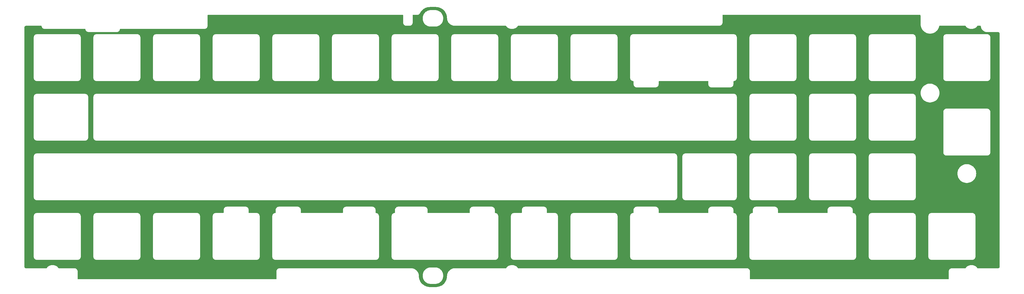
<source format=gbr>
%TF.GenerationSoftware,KiCad,Pcbnew,8.0.2*%
%TF.CreationDate,2024-06-03T19:38:08-04:00*%
%TF.ProjectId,Q9-Chimera-Plate,51392d43-6869-46d6-9572-612d506c6174,rev?*%
%TF.SameCoordinates,Original*%
%TF.FileFunction,Copper,L1,Top*%
%TF.FilePolarity,Positive*%
%FSLAX46Y46*%
G04 Gerber Fmt 4.6, Leading zero omitted, Abs format (unit mm)*
G04 Created by KiCad (PCBNEW 8.0.2) date 2024-06-03 19:38:08*
%MOMM*%
%LPD*%
G01*
G04 APERTURE LIST*
G04 APERTURE END LIST*
%TA.AperFunction,NonConductor*%
G36*
X125149106Y-42613767D02*
G01*
X125159313Y-42614027D01*
X125330279Y-42618388D01*
X125336557Y-42618708D01*
X125507300Y-42631799D01*
X125513558Y-42632439D01*
X125596551Y-42643067D01*
X125673947Y-42652978D01*
X125683197Y-42654520D01*
X125787113Y-42675910D01*
X126019023Y-42723646D01*
X126031011Y-42726745D01*
X126346846Y-42825478D01*
X126358298Y-42829689D01*
X126660459Y-42958017D01*
X126671317Y-42963265D01*
X126958137Y-43119556D01*
X126968299Y-43125745D01*
X127224372Y-43299101D01*
X127237991Y-43308321D01*
X127247450Y-43315404D01*
X127320772Y-43375977D01*
X127498160Y-43522521D01*
X127506866Y-43530438D01*
X127736698Y-43760270D01*
X127744615Y-43768976D01*
X127951730Y-44019684D01*
X127958815Y-44029145D01*
X128025340Y-44127412D01*
X128140894Y-44298104D01*
X128141384Y-44298827D01*
X128147583Y-44309005D01*
X128230745Y-44461621D01*
X128303876Y-44595828D01*
X128309119Y-44606673D01*
X128435634Y-44904568D01*
X128437442Y-44908824D01*
X128441660Y-44920298D01*
X128540389Y-45236120D01*
X128543491Y-45248118D01*
X128612615Y-45583935D01*
X128614157Y-45593184D01*
X128634696Y-45753573D01*
X128635337Y-45759844D01*
X128648426Y-45930548D01*
X128648749Y-45936866D01*
X128651687Y-46052041D01*
X128651331Y-46065105D01*
X128650708Y-46072870D01*
X128653252Y-46122811D01*
X128653412Y-46129117D01*
X128653412Y-46179117D01*
X128654253Y-46185511D01*
X128656467Y-46199545D01*
X128657822Y-46212561D01*
X128661886Y-46292380D01*
X128661307Y-46312200D01*
X128659586Y-46327887D01*
X128659586Y-46327888D01*
X128664771Y-46361614D01*
X128666049Y-46374143D01*
X128667785Y-46408218D01*
X128667785Y-46408220D01*
X128672643Y-46423247D01*
X128677214Y-46442545D01*
X128693560Y-46548872D01*
X128694984Y-46565709D01*
X128695359Y-46588937D01*
X128702681Y-46614599D01*
X128705999Y-46629775D01*
X128710056Y-46656166D01*
X128710968Y-46658239D01*
X128717568Y-46673246D01*
X128719408Y-46677428D01*
X128725143Y-46693329D01*
X128784728Y-46902173D01*
X128787819Y-46915931D01*
X128792773Y-46945843D01*
X128800871Y-46963691D01*
X128807190Y-46980900D01*
X128812566Y-46999744D01*
X128812568Y-46999748D01*
X128828150Y-47025758D01*
X128834698Y-47038250D01*
X128925368Y-47238096D01*
X128930564Y-47251586D01*
X128939522Y-47279620D01*
X128950598Y-47296860D01*
X128959194Y-47312651D01*
X128967661Y-47331314D01*
X128967663Y-47331316D01*
X128986340Y-47354051D01*
X128994850Y-47365737D01*
X129111447Y-47547216D01*
X129118648Y-47560038D01*
X129131235Y-47585936D01*
X129131239Y-47585943D01*
X129145078Y-47601908D01*
X129155696Y-47616090D01*
X129167118Y-47633867D01*
X129177781Y-47643563D01*
X129188420Y-47653236D01*
X129198693Y-47663756D01*
X129250348Y-47723345D01*
X129338771Y-47825351D01*
X129347777Y-47837088D01*
X129363787Y-47860753D01*
X129379921Y-47874738D01*
X129392398Y-47887215D01*
X129406382Y-47903347D01*
X129406386Y-47903351D01*
X129430044Y-47919356D01*
X129441779Y-47928360D01*
X129530671Y-48005416D01*
X129603377Y-48068441D01*
X129613894Y-48078711D01*
X129621191Y-48086736D01*
X129633271Y-48100021D01*
X129633640Y-48100258D01*
X129649999Y-48110768D01*
X129651041Y-48111437D01*
X129665241Y-48122068D01*
X129681197Y-48135900D01*
X129681198Y-48135900D01*
X129681200Y-48135902D01*
X129707095Y-48148487D01*
X129719916Y-48155688D01*
X129901407Y-48272292D01*
X129913075Y-48280788D01*
X129935824Y-48299476D01*
X129949046Y-48305475D01*
X129954482Y-48307941D01*
X129970270Y-48316535D01*
X129987518Y-48327616D01*
X130015554Y-48336574D01*
X130029026Y-48341762D01*
X130228907Y-48432447D01*
X130241375Y-48438984D01*
X130252532Y-48445668D01*
X130267389Y-48454569D01*
X130267391Y-48454569D01*
X130267393Y-48454571D01*
X130286246Y-48459949D01*
X130303445Y-48466266D01*
X130321291Y-48474363D01*
X130351207Y-48479317D01*
X130364951Y-48482404D01*
X130525727Y-48528276D01*
X130573804Y-48541993D01*
X130589704Y-48547728D01*
X130600687Y-48552558D01*
X130610971Y-48557081D01*
X130637371Y-48561139D01*
X130652522Y-48564451D01*
X130678199Y-48571778D01*
X130701421Y-48572152D01*
X130718257Y-48573575D01*
X130824595Y-48589924D01*
X130843888Y-48594494D01*
X130858912Y-48599352D01*
X130864803Y-48599652D01*
X130892988Y-48601088D01*
X130905524Y-48602367D01*
X130939247Y-48607552D01*
X130954938Y-48605830D01*
X130974763Y-48605252D01*
X131062432Y-48609717D01*
X131087085Y-48613603D01*
X131088006Y-48613725D01*
X131088007Y-48613725D01*
X131119202Y-48613725D01*
X131119226Y-48613728D01*
X131127851Y-48613728D01*
X131138043Y-48613728D01*
X131144349Y-48613888D01*
X131152574Y-48614307D01*
X131194258Y-48616431D01*
X131194259Y-48616430D01*
X131194262Y-48616431D01*
X131194264Y-48616430D01*
X131195173Y-48616357D01*
X131220010Y-48613728D01*
X131259625Y-48613730D01*
X131259628Y-48613728D01*
X131271442Y-48613729D01*
X131271461Y-48613728D01*
X131422683Y-48613728D01*
X131422691Y-48613730D01*
X131432680Y-48613730D01*
X131673999Y-48613730D01*
X131674007Y-48613731D01*
X131688441Y-48613731D01*
X131820223Y-48613731D01*
X132006940Y-48613731D01*
X132358896Y-48613731D01*
X132358900Y-48613732D01*
X132383563Y-48613732D01*
X132789027Y-48613732D01*
X132789031Y-48613733D01*
X132813694Y-48613733D01*
X133268050Y-48613733D01*
X133268054Y-48613734D01*
X133292717Y-48613734D01*
X133424500Y-48613734D01*
X133816010Y-48613734D01*
X134354296Y-48613734D01*
X134354300Y-48613735D01*
X134378963Y-48613735D01*
X134510746Y-48613735D01*
X134976952Y-48613735D01*
X135580700Y-48613735D01*
X135580704Y-48613736D01*
X135605367Y-48613736D01*
X135737150Y-48613736D01*
X136259585Y-48613736D01*
X136910328Y-48613736D01*
X136910332Y-48613737D01*
X136934995Y-48613737D01*
X137066778Y-48613737D01*
X137626974Y-48613737D01*
X138306244Y-48613737D01*
X138306248Y-48613738D01*
X138330911Y-48613738D01*
X138462694Y-48613738D01*
X139042185Y-48613738D01*
X139756180Y-48613738D01*
X140468279Y-48613738D01*
X141149201Y-48613738D01*
X141149205Y-48613739D01*
X141173868Y-48613739D01*
X141305651Y-48613739D01*
X141868326Y-48613739D01*
X142547039Y-48613739D01*
X143205388Y-48613739D01*
X143838758Y-48613739D01*
X144442531Y-48613739D01*
X145012090Y-48613739D01*
X145542819Y-48613739D01*
X146030100Y-48613739D01*
X146469317Y-48613739D01*
X146855853Y-48613739D01*
X147185089Y-48613739D01*
X147436323Y-48613739D01*
X147503362Y-48633424D01*
X147535979Y-48663952D01*
X147542180Y-48672327D01*
X147551875Y-48687647D01*
X147557319Y-48697829D01*
X147562053Y-48707711D01*
X147577055Y-48742940D01*
X147577058Y-48742945D01*
X147577059Y-48742946D01*
X147577099Y-48742997D01*
X147584211Y-48752079D01*
X147595934Y-48770063D01*
X147601402Y-48780290D01*
X147627574Y-48808230D01*
X147634700Y-48816544D01*
X147744780Y-48957096D01*
X147748335Y-48961867D01*
X147777760Y-49003397D01*
X147777763Y-49003399D01*
X147781228Y-49007139D01*
X147791032Y-49017223D01*
X147794642Y-49020762D01*
X147794643Y-49020763D01*
X147794645Y-49020765D01*
X147835355Y-49051366D01*
X147839994Y-49055031D01*
X147987983Y-49177815D01*
X147996918Y-49185998D01*
X148021782Y-49211109D01*
X148021784Y-49211110D01*
X148034355Y-49218451D01*
X148050998Y-49230097D01*
X148062203Y-49239393D01*
X148094321Y-49254153D01*
X148105051Y-49259734D01*
X148218838Y-49326180D01*
X148232380Y-49335337D01*
X148240284Y-49341478D01*
X148251824Y-49350444D01*
X148275149Y-49360271D01*
X148289522Y-49367457D01*
X148311382Y-49380222D01*
X148335133Y-49386711D01*
X148350579Y-49392049D01*
X148469254Y-49442048D01*
X148470030Y-49442375D01*
X148485716Y-49450337D01*
X148504138Y-49461398D01*
X148531474Y-49469226D01*
X148545474Y-49474159D01*
X148571681Y-49485201D01*
X148592967Y-49488134D01*
X148610171Y-49491763D01*
X148740757Y-49529161D01*
X148757958Y-49535498D01*
X148775777Y-49543606D01*
X148805713Y-49548597D01*
X148819454Y-49551699D01*
X148848627Y-49560054D01*
X148868194Y-49560388D01*
X148886454Y-49562057D01*
X149028092Y-49585671D01*
X149046260Y-49590132D01*
X149063950Y-49595923D01*
X149095216Y-49597630D01*
X149108827Y-49599131D01*
X149139720Y-49604282D01*
X149158239Y-49602486D01*
X149176948Y-49602092D01*
X149316094Y-49609689D01*
X149339779Y-49613302D01*
X149344885Y-49614596D01*
X149344885Y-49614595D01*
X149344886Y-49614596D01*
X149348041Y-49614552D01*
X149389447Y-49613985D01*
X149397898Y-49614156D01*
X149433902Y-49616122D01*
X149435005Y-49616254D01*
X149442011Y-49616596D01*
X149442015Y-49616597D01*
X149442018Y-49616596D01*
X149442189Y-49616605D01*
X149442414Y-49616587D01*
X149442419Y-49616588D01*
X149442423Y-49616587D01*
X149449413Y-49616053D01*
X149450421Y-49615905D01*
X149486448Y-49612942D01*
X149494863Y-49612540D01*
X149539409Y-49611930D01*
X149544499Y-49610490D01*
X149568061Y-49606230D01*
X149704682Y-49594995D01*
X149723316Y-49594870D01*
X149742056Y-49596157D01*
X149772627Y-49590174D01*
X149786251Y-49588288D01*
X149817300Y-49585735D01*
X149834983Y-49579402D01*
X149852955Y-49574456D01*
X149991843Y-49547280D01*
X150009897Y-49545106D01*
X150029837Y-49544182D01*
X150029840Y-49544181D01*
X150029841Y-49544181D01*
X150057092Y-49535506D01*
X150058389Y-49535093D01*
X150072187Y-49531559D01*
X150101598Y-49525805D01*
X150119511Y-49517040D01*
X150136403Y-49510261D01*
X150264194Y-49469585D01*
X150281015Y-49465500D01*
X150302852Y-49461792D01*
X150328109Y-49450205D01*
X150342180Y-49444762D01*
X150368662Y-49436334D01*
X150377982Y-49430360D01*
X150387309Y-49424383D01*
X150402517Y-49416074D01*
X150524221Y-49360248D01*
X150537028Y-49355214D01*
X150566627Y-49345441D01*
X150582316Y-49335145D01*
X150598640Y-49326112D01*
X150615691Y-49318292D01*
X150639690Y-49298408D01*
X150650746Y-49290240D01*
X150761713Y-49217423D01*
X150811708Y-49184616D01*
X150819017Y-49180173D01*
X150840236Y-49168255D01*
X150857680Y-49158458D01*
X150861614Y-49154615D01*
X150880225Y-49139655D01*
X150884811Y-49136646D01*
X150914332Y-49103542D01*
X150920230Y-49097370D01*
X151062749Y-48958188D01*
X151065607Y-48955485D01*
X151106834Y-48917734D01*
X151106834Y-48917733D01*
X151106836Y-48917732D01*
X151112047Y-48911526D01*
X151117059Y-48905151D01*
X151117059Y-48905150D01*
X151117061Y-48905149D01*
X151145586Y-48857064D01*
X151147613Y-48853769D01*
X151257617Y-48681226D01*
X151264446Y-48670617D01*
X151317283Y-48624906D01*
X151368703Y-48613740D01*
X215491302Y-48613740D01*
X215511121Y-48615333D01*
X215526580Y-48617837D01*
X215556730Y-48614773D01*
X215560653Y-48614375D01*
X215573186Y-48613740D01*
X215607434Y-48613740D01*
X215622474Y-48609709D01*
X215647913Y-48606578D01*
X215647894Y-48606411D01*
X215655969Y-48605486D01*
X215655970Y-48605487D01*
X215717678Y-48598427D01*
X215718950Y-48598289D01*
X215780700Y-48592016D01*
X215780700Y-48592015D01*
X215780973Y-48591988D01*
X215783082Y-48591462D01*
X215784593Y-48591095D01*
X215786645Y-48590609D01*
X215786897Y-48590509D01*
X215786901Y-48590509D01*
X215844772Y-48567682D01*
X215845827Y-48567273D01*
X215903894Y-48545215D01*
X215903898Y-48545211D01*
X215904382Y-48545028D01*
X215916629Y-48539338D01*
X215988112Y-48511143D01*
X216010150Y-48504735D01*
X216017863Y-48503249D01*
X216055643Y-48484896D01*
X216064308Y-48481089D01*
X216103397Y-48465672D01*
X216109706Y-48460999D01*
X216129341Y-48449100D01*
X216136401Y-48445671D01*
X216136401Y-48445670D01*
X216136403Y-48445670D01*
X216168142Y-48418168D01*
X216175531Y-48412243D01*
X216209297Y-48387236D01*
X216214189Y-48381079D01*
X216230058Y-48364520D01*
X216296656Y-48306815D01*
X216315690Y-48293241D01*
X216321518Y-48289866D01*
X216341531Y-48269795D01*
X216351978Y-48259318D01*
X216358588Y-48253155D01*
X216366989Y-48245876D01*
X216391170Y-48224925D01*
X216394933Y-48219363D01*
X216409819Y-48201309D01*
X216414569Y-48196546D01*
X216414978Y-48195836D01*
X216436081Y-48159161D01*
X216440871Y-48151496D01*
X216446636Y-48142979D01*
X216465040Y-48115790D01*
X216467241Y-48109427D01*
X216476934Y-48088161D01*
X216522722Y-48008587D01*
X216535310Y-47990609D01*
X216541994Y-47982667D01*
X216558733Y-47946891D01*
X216563565Y-47937608D01*
X216566490Y-47932526D01*
X216583267Y-47903371D01*
X216585939Y-47893337D01*
X216593447Y-47872708D01*
X216597848Y-47863304D01*
X216604759Y-47824402D01*
X216607020Y-47814201D01*
X216617191Y-47776028D01*
X216617175Y-47765647D01*
X216619088Y-47743770D01*
X216620251Y-47737227D01*
X216641997Y-47614850D01*
X216644301Y-47604491D01*
X216654412Y-47566760D01*
X216654412Y-47555925D01*
X216656325Y-47534229D01*
X216658220Y-47523564D01*
X216658221Y-47523560D01*
X216654869Y-47484660D01*
X216654412Y-47474018D01*
X216654412Y-45257251D01*
X216655046Y-45244725D01*
X216655629Y-45238988D01*
X216663643Y-45206020D01*
X216666296Y-45199294D01*
X216709206Y-45144153D01*
X216759954Y-45122705D01*
X216799648Y-45115652D01*
X216821341Y-45113740D01*
X279734304Y-45113740D01*
X279801343Y-45133425D01*
X279846315Y-45184547D01*
X279859774Y-45212888D01*
X279869039Y-45240233D01*
X279891982Y-45347877D01*
X279894499Y-45366560D01*
X279903204Y-45516969D01*
X279903411Y-45524134D01*
X279903411Y-45671621D01*
X279903408Y-45999498D01*
X279903408Y-46102231D01*
X279903407Y-46371414D01*
X279903407Y-46371416D01*
X279903405Y-46666872D01*
X279903405Y-46666874D01*
X279903404Y-46874293D01*
X279903404Y-46874294D01*
X279903403Y-47133266D01*
X279903403Y-47133267D01*
X279903401Y-47303006D01*
X279903401Y-47309917D01*
X279903400Y-47434790D01*
X279903400Y-47519327D01*
X279903399Y-47733633D01*
X279903399Y-47733634D01*
X279903398Y-47942272D01*
X279901251Y-47962270D01*
X279900819Y-47967456D01*
X279903256Y-48018338D01*
X279903398Y-48024268D01*
X279903398Y-48075224D01*
X279904078Y-48080396D01*
X279907177Y-48100258D01*
X279913653Y-48235531D01*
X279912922Y-48256153D01*
X279911293Y-48269796D01*
X279911293Y-48269797D01*
X279916447Y-48305598D01*
X279917570Y-48317331D01*
X279919300Y-48353453D01*
X279919300Y-48353454D01*
X279923482Y-48366526D01*
X279928113Y-48386639D01*
X279949009Y-48531798D01*
X279950235Y-48552558D01*
X279949902Y-48565885D01*
X279949902Y-48565886D01*
X279958479Y-48601422D01*
X279960674Y-48612842D01*
X279965885Y-48649037D01*
X279965885Y-48649038D01*
X279971136Y-48661294D01*
X279977694Y-48681031D01*
X280011312Y-48820316D01*
X280014488Y-48841010D01*
X280015366Y-48853952D01*
X280019557Y-48866205D01*
X280025985Y-48885001D01*
X280027317Y-48888894D01*
X280030525Y-48899917D01*
X280038856Y-48934434D01*
X280039189Y-48935812D01*
X280045392Y-48947204D01*
X280053816Y-48966372D01*
X280099304Y-49099369D01*
X280104400Y-49119785D01*
X280106419Y-49132323D01*
X280106420Y-49132329D01*
X280121632Y-49166267D01*
X280125804Y-49176852D01*
X280137842Y-49212047D01*
X280137844Y-49212050D01*
X280137845Y-49212052D01*
X280144923Y-49222593D01*
X280155127Y-49240991D01*
X280178899Y-49294025D01*
X280211754Y-49367325D01*
X280218716Y-49387248D01*
X280221829Y-49399391D01*
X280221830Y-49399394D01*
X280240159Y-49431956D01*
X280245248Y-49442048D01*
X280256415Y-49466959D01*
X280260532Y-49476144D01*
X280268443Y-49485864D01*
X280280329Y-49503313D01*
X280347467Y-49622580D01*
X280356221Y-49641795D01*
X280359295Y-49650426D01*
X280360422Y-49653588D01*
X280371599Y-49669787D01*
X280381652Y-49684358D01*
X280387641Y-49693946D01*
X280390187Y-49698469D01*
X280405978Y-49726519D01*
X280414729Y-49735463D01*
X280428157Y-49751759D01*
X280505308Y-49863577D01*
X280515755Y-49881868D01*
X280521070Y-49893340D01*
X280521071Y-49893342D01*
X280521073Y-49893345D01*
X280521075Y-49893347D01*
X280544943Y-49921937D01*
X280551818Y-49930984D01*
X280572968Y-49961638D01*
X280572969Y-49961639D01*
X280572970Y-49961640D01*
X280572971Y-49961641D01*
X280582602Y-49969836D01*
X280597425Y-49984799D01*
X280684193Y-50088730D01*
X280696208Y-50105882D01*
X280697570Y-50108225D01*
X280702714Y-50117075D01*
X280724089Y-50138329D01*
X280728917Y-50143129D01*
X280736673Y-50151591D01*
X280760356Y-50179958D01*
X280760360Y-50179962D01*
X280770939Y-50187409D01*
X280786993Y-50200876D01*
X280883064Y-50296402D01*
X280896518Y-50312233D01*
X280904297Y-50323118D01*
X280904298Y-50323119D01*
X280932487Y-50346315D01*
X280941128Y-50354134D01*
X280967028Y-50379887D01*
X280967031Y-50379889D01*
X280978630Y-50386542D01*
X280995726Y-50398355D01*
X281089197Y-50475272D01*
X281100876Y-50484882D01*
X281115608Y-50499211D01*
X281124765Y-50509730D01*
X281154585Y-50529814D01*
X281164094Y-50536903D01*
X281179799Y-50549827D01*
X281188984Y-50557386D01*
X281191867Y-50559758D01*
X281201443Y-50564112D01*
X281204561Y-50565530D01*
X281222507Y-50575562D01*
X281336551Y-50652374D01*
X281352399Y-50665051D01*
X281363017Y-50675074D01*
X281363025Y-50675080D01*
X281394084Y-50691839D01*
X281404459Y-50698110D01*
X281433744Y-50717835D01*
X281433745Y-50717835D01*
X281433746Y-50717836D01*
X281440756Y-50720244D01*
X281447554Y-50722579D01*
X281466141Y-50730720D01*
X281588952Y-50796991D01*
X281605731Y-50807879D01*
X281617865Y-50817228D01*
X281617868Y-50817229D01*
X281617869Y-50817230D01*
X281649797Y-50830529D01*
X281660993Y-50835864D01*
X281682388Y-50847409D01*
X281691450Y-50852299D01*
X281706345Y-50855834D01*
X281725390Y-50862016D01*
X281815459Y-50899533D01*
X281856760Y-50916736D01*
X281874333Y-50925760D01*
X281887928Y-50934174D01*
X281920409Y-50943950D01*
X281932349Y-50948221D01*
X281963659Y-50961264D01*
X281979497Y-50963380D01*
X281998804Y-50967547D01*
X282138554Y-51009612D01*
X282156734Y-51016689D01*
X282171654Y-51023897D01*
X282204403Y-51030134D01*
X282216941Y-51033207D01*
X282248866Y-51042817D01*
X282248862Y-51042817D01*
X282252455Y-51042926D01*
X282265429Y-51043323D01*
X282284831Y-51045454D01*
X282432594Y-51073598D01*
X282451269Y-51078694D01*
X282467248Y-51084429D01*
X282500089Y-51087153D01*
X282512996Y-51088912D01*
X282545376Y-51095080D01*
X282562302Y-51093832D01*
X282581666Y-51093920D01*
X282734773Y-51106622D01*
X282754684Y-51109922D01*
X282769120Y-51113544D01*
X282804139Y-51112983D01*
X282816374Y-51113391D01*
X282851280Y-51116288D01*
X282865921Y-51113638D01*
X282886004Y-51111673D01*
X283017042Y-51109575D01*
X283037972Y-51111017D01*
X283050657Y-51112980D01*
X283087513Y-51108973D01*
X283098915Y-51108264D01*
X283135977Y-51107672D01*
X283139659Y-51106622D01*
X283148311Y-51104155D01*
X283168916Y-51100126D01*
X283292609Y-51086682D01*
X283313647Y-51086194D01*
X283326299Y-51086977D01*
X283362783Y-51079579D01*
X283374021Y-51077834D01*
X283382196Y-51076945D01*
X283411023Y-51073813D01*
X283422828Y-51069233D01*
X283443037Y-51063310D01*
X283561149Y-51039365D01*
X283582163Y-51036947D01*
X283594581Y-51036585D01*
X283630487Y-51025830D01*
X283641382Y-51023100D01*
X283678120Y-51015653D01*
X283689250Y-51010113D01*
X283708910Y-51002341D01*
X283821235Y-50968699D01*
X283842045Y-50964369D01*
X283854103Y-50962925D01*
X283889165Y-50948876D01*
X283899670Y-50945207D01*
X283935846Y-50934373D01*
X283946183Y-50927994D01*
X283965159Y-50918428D01*
X284071528Y-50875811D01*
X284091989Y-50869599D01*
X284103577Y-50867149D01*
X284132795Y-50852299D01*
X284137490Y-50849913D01*
X284147555Y-50845350D01*
X284182863Y-50831204D01*
X284192345Y-50824101D01*
X284210492Y-50812809D01*
X284310793Y-50761833D01*
X284330699Y-50753803D01*
X284341782Y-50750415D01*
X284374281Y-50730106D01*
X284383793Y-50724731D01*
X284417941Y-50707377D01*
X284426557Y-50699634D01*
X284443713Y-50686719D01*
X284537804Y-50627923D01*
X284557020Y-50618130D01*
X284567555Y-50613870D01*
X284598322Y-50590667D01*
X284607238Y-50584536D01*
X284639922Y-50564114D01*
X284647670Y-50555804D01*
X284663689Y-50541373D01*
X284751459Y-50475186D01*
X284769783Y-50463728D01*
X284779785Y-50458630D01*
X284808499Y-50432762D01*
X284816824Y-50425894D01*
X284847707Y-50402606D01*
X284854612Y-50393761D01*
X284869361Y-50377934D01*
X284930208Y-50323118D01*
X284950609Y-50304739D01*
X284967895Y-50291711D01*
X284977373Y-50285790D01*
X285003783Y-50257467D01*
X285011458Y-50249923D01*
X285040224Y-50224011D01*
X285046306Y-50214639D01*
X285059625Y-50197587D01*
X285134189Y-50117629D01*
X285150267Y-50103157D01*
X285159213Y-50096419D01*
X285183031Y-50065941D01*
X285190030Y-50057748D01*
X285216421Y-50029451D01*
X285221681Y-50019557D01*
X285233467Y-50001413D01*
X285301054Y-49914938D01*
X285315768Y-49899159D01*
X285324195Y-49891572D01*
X285345190Y-49859236D01*
X285351483Y-49850413D01*
X285375228Y-49820035D01*
X285379658Y-49809600D01*
X285389787Y-49790552D01*
X285450077Y-49697700D01*
X285463305Y-49680754D01*
X285471162Y-49672314D01*
X285489139Y-49638424D01*
X285494660Y-49629038D01*
X285515562Y-49596851D01*
X285519122Y-49585890D01*
X285527517Y-49566084D01*
X285539442Y-49543606D01*
X285580075Y-49467014D01*
X285591696Y-49449050D01*
X285598932Y-49439739D01*
X285613728Y-49404623D01*
X285618446Y-49394684D01*
X285636308Y-49361018D01*
X285638949Y-49349524D01*
X285645523Y-49329167D01*
X285689844Y-49223984D01*
X285699760Y-49205157D01*
X285706289Y-49194989D01*
X285717782Y-49158970D01*
X285721641Y-49148526D01*
X285728466Y-49132329D01*
X285736325Y-49113680D01*
X285737975Y-49101704D01*
X285742678Y-49080959D01*
X285778152Y-48969802D01*
X285786288Y-48950256D01*
X285792000Y-48939282D01*
X285800118Y-48902647D01*
X285803046Y-48891794D01*
X285814456Y-48856044D01*
X285815038Y-48843684D01*
X285817836Y-48822706D01*
X285842610Y-48710917D01*
X285876333Y-48649729D01*
X285937786Y-48616483D01*
X285963663Y-48613751D01*
X294186193Y-48613743D01*
X294253232Y-48633427D01*
X294285699Y-48663753D01*
X294292374Y-48672730D01*
X294302217Y-48688250D01*
X294307363Y-48697874D01*
X294312097Y-48707754D01*
X294327104Y-48742990D01*
X294327108Y-48742997D01*
X294334252Y-48752118D01*
X294345979Y-48770107D01*
X294351447Y-48780334D01*
X294377628Y-48808283D01*
X294384752Y-48816595D01*
X294397657Y-48833071D01*
X294489440Y-48950256D01*
X294494823Y-48957128D01*
X294498355Y-48961867D01*
X294503967Y-48969787D01*
X294527806Y-49003433D01*
X294531205Y-49007101D01*
X294541154Y-49017333D01*
X294544691Y-49020801D01*
X294585391Y-49051393D01*
X294590061Y-49055082D01*
X294738024Y-49177840D01*
X294746961Y-49186024D01*
X294771824Y-49211134D01*
X294771826Y-49211135D01*
X294771827Y-49211136D01*
X294784399Y-49218477D01*
X294801045Y-49230125D01*
X294812245Y-49239417D01*
X294843626Y-49253838D01*
X294844351Y-49254171D01*
X294855098Y-49259760D01*
X294957189Y-49319375D01*
X294968874Y-49326198D01*
X294982422Y-49335358D01*
X295001861Y-49350461D01*
X295001863Y-49350462D01*
X295001862Y-49350462D01*
X295025179Y-49360284D01*
X295039564Y-49367475D01*
X295061421Y-49380239D01*
X295085172Y-49386728D01*
X295100616Y-49392065D01*
X295207000Y-49436883D01*
X295220055Y-49442383D01*
X295235742Y-49450346D01*
X295254150Y-49461398D01*
X295254167Y-49461408D01*
X295281508Y-49469237D01*
X295295500Y-49474167D01*
X295321713Y-49485211D01*
X295342998Y-49488143D01*
X295360202Y-49491773D01*
X295468480Y-49522782D01*
X295490772Y-49529166D01*
X295507979Y-49535504D01*
X295525798Y-49543611D01*
X295542846Y-49546452D01*
X295555722Y-49548599D01*
X295569475Y-49551704D01*
X295572876Y-49552678D01*
X295598648Y-49560059D01*
X295618221Y-49560393D01*
X295636479Y-49562062D01*
X295778097Y-49585671D01*
X295796283Y-49590137D01*
X295813961Y-49595924D01*
X295845234Y-49597631D01*
X295858838Y-49599132D01*
X295889734Y-49604283D01*
X295908253Y-49602487D01*
X295926962Y-49602093D01*
X296066094Y-49609689D01*
X296089779Y-49613302D01*
X296094885Y-49614596D01*
X296094885Y-49614595D01*
X296094886Y-49614596D01*
X296098041Y-49614552D01*
X296139447Y-49613985D01*
X296147898Y-49614156D01*
X296183902Y-49616122D01*
X296184985Y-49616251D01*
X296192010Y-49616596D01*
X296192015Y-49616597D01*
X296192019Y-49616596D01*
X296192190Y-49616605D01*
X296192415Y-49616587D01*
X296192420Y-49616588D01*
X296192424Y-49616587D01*
X296199410Y-49616053D01*
X296200422Y-49615905D01*
X296236446Y-49612942D01*
X296244863Y-49612540D01*
X296289408Y-49611930D01*
X296294508Y-49610488D01*
X296318062Y-49606230D01*
X296454673Y-49594995D01*
X296473317Y-49594871D01*
X296492048Y-49596158D01*
X296522616Y-49590175D01*
X296536262Y-49588286D01*
X296567296Y-49585735D01*
X296584968Y-49579406D01*
X296602953Y-49574457D01*
X296741836Y-49547282D01*
X296759891Y-49545108D01*
X296779827Y-49544184D01*
X296808387Y-49535093D01*
X296822175Y-49531562D01*
X296851587Y-49525808D01*
X296869511Y-49517037D01*
X296886387Y-49510265D01*
X297008856Y-49471285D01*
X297014169Y-49469594D01*
X297031014Y-49465504D01*
X297034040Y-49464989D01*
X297052839Y-49461797D01*
X297078104Y-49450207D01*
X297092168Y-49444767D01*
X297118650Y-49436339D01*
X297127970Y-49430365D01*
X297137297Y-49424388D01*
X297152504Y-49416079D01*
X297274205Y-49360255D01*
X297287015Y-49355220D01*
X297316611Y-49345449D01*
X297332296Y-49335155D01*
X297348631Y-49326117D01*
X297365677Y-49318299D01*
X297389674Y-49298416D01*
X297400724Y-49290252D01*
X297561707Y-49184616D01*
X297569004Y-49180181D01*
X297571152Y-49178974D01*
X297607662Y-49158469D01*
X297611595Y-49154627D01*
X297630206Y-49139667D01*
X297634793Y-49136658D01*
X297664325Y-49103542D01*
X297670211Y-49097382D01*
X297812750Y-48958183D01*
X297815579Y-48955508D01*
X297856814Y-48917751D01*
X297856814Y-48917750D01*
X297862029Y-48911540D01*
X297867036Y-48905169D01*
X297867042Y-48905164D01*
X297889828Y-48866755D01*
X297895538Y-48857131D01*
X297897625Y-48853737D01*
X298007495Y-48681406D01*
X298011850Y-48674642D01*
X298014444Y-48670613D01*
X298067287Y-48624903D01*
X298118702Y-48613741D01*
X299034942Y-48613741D01*
X299101981Y-48633426D01*
X299147736Y-48686230D01*
X299158782Y-48731437D01*
X299159692Y-48749314D01*
X299159413Y-48766042D01*
X299157424Y-48789608D01*
X299162066Y-48815468D01*
X299163855Y-48831065D01*
X299165191Y-48857298D01*
X299165192Y-48857304D01*
X299172466Y-48879806D01*
X299176527Y-48896039D01*
X299202545Y-49040997D01*
X299204226Y-49054745D01*
X299206262Y-49085627D01*
X299206262Y-49085630D01*
X299206263Y-49085632D01*
X299208130Y-49091127D01*
X299212366Y-49103592D01*
X299217008Y-49121578D01*
X299220358Y-49140243D01*
X299220359Y-49140246D01*
X299220360Y-49140248D01*
X299233529Y-49168266D01*
X299238709Y-49181105D01*
X299286840Y-49322729D01*
X299290638Y-49336441D01*
X299296974Y-49365767D01*
X299296975Y-49365770D01*
X299296976Y-49365772D01*
X299306078Y-49383489D01*
X299313184Y-49400246D01*
X299319590Y-49419097D01*
X299336274Y-49444048D01*
X299343489Y-49456307D01*
X299390229Y-49547281D01*
X299399745Y-49565804D01*
X299409906Y-49585580D01*
X299415787Y-49598897D01*
X299425985Y-49626228D01*
X299425986Y-49626230D01*
X299425987Y-49626232D01*
X299438020Y-49643125D01*
X299447314Y-49658395D01*
X299456795Y-49676848D01*
X299456801Y-49676857D01*
X299476392Y-49698469D01*
X299485517Y-49709806D01*
X299568293Y-49826012D01*
X299576123Y-49838517D01*
X299584954Y-49854685D01*
X299589868Y-49863683D01*
X299604532Y-49879060D01*
X299615788Y-49892690D01*
X299628119Y-49910000D01*
X299628120Y-49910001D01*
X299628121Y-49910002D01*
X299634101Y-49914938D01*
X299650226Y-49928248D01*
X299661027Y-49938301D01*
X299758763Y-50040788D01*
X299768311Y-50052079D01*
X299785434Y-50074965D01*
X299785436Y-50074967D01*
X299785438Y-50074969D01*
X299800621Y-50086915D01*
X299802197Y-50088155D01*
X299815258Y-50100030D01*
X299829975Y-50115463D01*
X299854382Y-50130336D01*
X299866531Y-50138772D01*
X299978252Y-50226675D01*
X299989199Y-50236387D01*
X299997371Y-50244548D01*
X300009693Y-50256854D01*
X300009694Y-50256855D01*
X300027839Y-50267315D01*
X300042581Y-50277288D01*
X300049376Y-50282635D01*
X300059053Y-50290249D01*
X300059054Y-50290249D01*
X300059055Y-50290250D01*
X300085696Y-50301665D01*
X300098761Y-50308202D01*
X300223765Y-50380268D01*
X300235751Y-50388136D01*
X300249515Y-50398356D01*
X300259607Y-50405850D01*
X300278405Y-50413291D01*
X300294687Y-50421155D01*
X300312203Y-50431253D01*
X300340904Y-50438924D01*
X300354511Y-50443419D01*
X300477099Y-50491947D01*
X300492132Y-50497898D01*
X300504817Y-50503767D01*
X300531852Y-50518177D01*
X300531853Y-50518177D01*
X300531855Y-50518178D01*
X300539332Y-50519911D01*
X300550622Y-50522530D01*
X300568243Y-50528027D01*
X300586175Y-50535126D01*
X300616621Y-50538646D01*
X300630374Y-50541028D01*
X300779677Y-50575660D01*
X300792768Y-50579466D01*
X300799080Y-50581684D01*
X300822494Y-50589912D01*
X300840848Y-50591311D01*
X300859428Y-50594158D01*
X300877366Y-50598319D01*
X300908859Y-50597251D01*
X300922478Y-50597538D01*
X301057872Y-50607867D01*
X301080531Y-50611733D01*
X301088018Y-50613740D01*
X301130121Y-50613740D01*
X301139552Y-50614099D01*
X301142767Y-50614344D01*
X301181540Y-50617302D01*
X301189159Y-50615870D01*
X301212048Y-50613740D01*
X304630125Y-50613740D01*
X304639555Y-50614098D01*
X304652168Y-50615061D01*
X304704753Y-50619072D01*
X304729271Y-50623451D01*
X304795379Y-50642269D01*
X304831116Y-50652442D01*
X304859063Y-50664258D01*
X304936435Y-50708830D01*
X304960112Y-50726537D01*
X305025300Y-50788699D01*
X305044068Y-50811439D01*
X305092429Y-50886755D01*
X305105514Y-50913919D01*
X305136783Y-51006096D01*
X305142721Y-51033394D01*
X305152777Y-51132348D01*
X305153412Y-51144885D01*
X305153412Y-125589650D01*
X305153058Y-125599007D01*
X305148049Y-125665196D01*
X305143717Y-125689606D01*
X305114727Y-125792040D01*
X305102939Y-125820032D01*
X305058765Y-125896942D01*
X305040989Y-125920745D01*
X304979615Y-125985123D01*
X304956748Y-126003977D01*
X304882031Y-126051837D01*
X304854801Y-126064909D01*
X304770331Y-126093415D01*
X304762262Y-126096138D01*
X304735051Y-126102022D01*
X304634945Y-126112113D01*
X304622508Y-126112738D01*
X298121626Y-126112738D01*
X298054587Y-126093053D01*
X298022121Y-126062728D01*
X298015423Y-126053720D01*
X298005591Y-126038215D01*
X298000428Y-126028556D01*
X297995710Y-126018709D01*
X297980703Y-125983472D01*
X297973554Y-125974344D01*
X297961823Y-125956349D01*
X297956360Y-125946130D01*
X297930178Y-125918181D01*
X297923054Y-125909869D01*
X297918691Y-125904299D01*
X297859360Y-125828547D01*
X297812991Y-125769345D01*
X297809436Y-125764575D01*
X297780005Y-125723039D01*
X297776594Y-125719358D01*
X297766656Y-125709136D01*
X297763121Y-125705672D01*
X297763116Y-125705668D01*
X297722401Y-125675064D01*
X297717745Y-125671386D01*
X297569789Y-125548634D01*
X297560853Y-125540451D01*
X297535986Y-125515338D01*
X297535983Y-125515336D01*
X297523410Y-125507994D01*
X297506770Y-125496350D01*
X297495567Y-125487056D01*
X297495566Y-125487055D01*
X297475065Y-125477634D01*
X297463440Y-125472292D01*
X297452707Y-125466709D01*
X297338938Y-125400275D01*
X297325392Y-125391116D01*
X297305952Y-125376013D01*
X297305953Y-125376013D01*
X297282628Y-125366187D01*
X297268252Y-125359000D01*
X297246393Y-125346236D01*
X297222645Y-125339747D01*
X297207190Y-125334406D01*
X297087750Y-125284087D01*
X297072065Y-125276125D01*
X297053652Y-125265070D01*
X297053649Y-125265069D01*
X297026305Y-125257238D01*
X297012310Y-125252306D01*
X296995338Y-125245156D01*
X296986102Y-125241265D01*
X296964807Y-125238330D01*
X296947605Y-125234700D01*
X296883069Y-125216219D01*
X296817052Y-125197313D01*
X296799838Y-125190973D01*
X296782018Y-125182865D01*
X296782019Y-125182865D01*
X296752078Y-125177873D01*
X296738338Y-125174771D01*
X296709169Y-125166418D01*
X296689598Y-125166083D01*
X296671334Y-125164413D01*
X296529725Y-125140806D01*
X296511542Y-125136342D01*
X296493860Y-125130554D01*
X296493854Y-125130553D01*
X296462592Y-125128846D01*
X296448966Y-125127343D01*
X296418086Y-125122195D01*
X296399570Y-125123990D01*
X296380849Y-125124384D01*
X296241727Y-125116787D01*
X296218050Y-125113177D01*
X296212950Y-125111885D01*
X296212938Y-125111884D01*
X296168385Y-125112494D01*
X296159931Y-125112322D01*
X296123832Y-125110352D01*
X296122797Y-125110230D01*
X296115640Y-125109873D01*
X296108768Y-125110394D01*
X296107699Y-125110548D01*
X296071405Y-125113533D01*
X296062939Y-125113938D01*
X296018425Y-125114547D01*
X296013318Y-125115991D01*
X295989763Y-125120246D01*
X295853155Y-125131480D01*
X295834503Y-125131606D01*
X295815775Y-125130320D01*
X295785218Y-125136299D01*
X295771580Y-125138188D01*
X295740536Y-125140742D01*
X295740526Y-125140744D01*
X295722850Y-125147073D01*
X295704866Y-125152021D01*
X295565995Y-125179193D01*
X295547938Y-125181367D01*
X295528009Y-125182292D01*
X295527996Y-125182295D01*
X295499441Y-125191383D01*
X295485654Y-125194914D01*
X295456240Y-125200670D01*
X295456238Y-125200671D01*
X295438315Y-125209439D01*
X295421435Y-125216212D01*
X295293664Y-125256881D01*
X295276824Y-125260970D01*
X295254991Y-125264679D01*
X295229734Y-125276264D01*
X295215653Y-125281711D01*
X295189187Y-125290136D01*
X295189178Y-125290140D01*
X295170537Y-125302086D01*
X295155333Y-125310392D01*
X295033616Y-125366223D01*
X295020800Y-125371260D01*
X294991221Y-125381027D01*
X294975534Y-125391321D01*
X294959210Y-125400354D01*
X294942158Y-125408175D01*
X294942155Y-125408177D01*
X294918168Y-125428050D01*
X294907090Y-125436234D01*
X294746144Y-125541844D01*
X294738841Y-125546284D01*
X294700172Y-125568003D01*
X294700166Y-125568008D01*
X294696233Y-125571849D01*
X294677643Y-125586794D01*
X294673051Y-125589807D01*
X294673041Y-125589816D01*
X294643520Y-125622915D01*
X294637616Y-125629092D01*
X294495111Y-125768259D01*
X294492219Y-125770994D01*
X294451022Y-125808719D01*
X294445793Y-125814947D01*
X294440792Y-125821306D01*
X294412288Y-125869350D01*
X294410204Y-125872739D01*
X294300363Y-126045026D01*
X294300067Y-126045488D01*
X294293389Y-126055861D01*
X294240549Y-126101573D01*
X294189127Y-126112738D01*
X289946301Y-126112738D01*
X289929551Y-126111601D01*
X289906270Y-126108427D01*
X289906260Y-126108426D01*
X289880047Y-126111753D01*
X289864443Y-126112739D01*
X289838020Y-126112739D01*
X289815312Y-126118823D01*
X289798842Y-126122059D01*
X289787685Y-126123475D01*
X289771281Y-126125557D01*
X289749391Y-126126384D01*
X289738907Y-126125853D01*
X289738906Y-126125853D01*
X289700391Y-126134105D01*
X289690030Y-126135869D01*
X289650952Y-126140829D01*
X289641232Y-126144802D01*
X289620316Y-126151261D01*
X289610053Y-126153460D01*
X289610051Y-126153461D01*
X289574976Y-126171404D01*
X289565426Y-126175788D01*
X289531746Y-126189557D01*
X289528962Y-126190695D01*
X289520610Y-126197042D01*
X289502061Y-126208706D01*
X289383884Y-126269163D01*
X289373548Y-126273866D01*
X289338959Y-126287731D01*
X289338956Y-126287733D01*
X289328842Y-126295311D01*
X289310974Y-126306462D01*
X289299732Y-126312213D01*
X289299724Y-126312218D01*
X289272080Y-126337191D01*
X289263315Y-126344408D01*
X289233496Y-126366750D01*
X289233493Y-126366754D01*
X289225687Y-126376689D01*
X289211308Y-126392091D01*
X289201938Y-126400555D01*
X289201935Y-126400558D01*
X289181694Y-126431837D01*
X289175096Y-126441077D01*
X289075805Y-126567451D01*
X289069149Y-126575236D01*
X289041881Y-126604589D01*
X289041876Y-126604596D01*
X289037286Y-126613267D01*
X289025206Y-126631850D01*
X289019153Y-126639555D01*
X289019143Y-126639570D01*
X289003385Y-126676415D01*
X288998972Y-126685658D01*
X288980227Y-126721073D01*
X288980226Y-126721076D01*
X288978039Y-126730630D01*
X288971182Y-126751706D01*
X288967326Y-126760722D01*
X288967323Y-126760734D01*
X288961637Y-126800402D01*
X288959766Y-126810472D01*
X288918593Y-126990362D01*
X288917494Y-126994788D01*
X288903412Y-127047342D01*
X288902352Y-127055402D01*
X288901981Y-127055353D01*
X288901718Y-127057676D01*
X288902091Y-127057712D01*
X288901327Y-127065807D01*
X288903328Y-127120162D01*
X288903412Y-127124724D01*
X288903412Y-129488740D01*
X288883727Y-129555779D01*
X288830923Y-129601534D01*
X288779412Y-129612740D01*
X225528412Y-129612740D01*
X225461373Y-129593055D01*
X225415618Y-129540251D01*
X225404412Y-129488740D01*
X225404412Y-127155629D01*
X225405549Y-127138873D01*
X225407473Y-127124764D01*
X225408725Y-127115587D01*
X225405399Y-127089379D01*
X225404412Y-127073769D01*
X225404412Y-127047348D01*
X225402568Y-127040466D01*
X225398327Y-127024641D01*
X225395092Y-127008182D01*
X225391591Y-126980599D01*
X225390766Y-126958705D01*
X225390893Y-126956211D01*
X225391298Y-126948236D01*
X225383043Y-126909710D01*
X225381279Y-126899347D01*
X225380158Y-126890512D01*
X225376320Y-126860276D01*
X225372351Y-126850567D01*
X225365883Y-126829623D01*
X225364184Y-126821691D01*
X225363688Y-126819377D01*
X225345741Y-126784296D01*
X225341367Y-126774770D01*
X225326455Y-126738290D01*
X225326454Y-126738289D01*
X225326454Y-126738288D01*
X225323816Y-126734817D01*
X225320110Y-126729941D01*
X225308443Y-126711388D01*
X225247986Y-126593210D01*
X225243281Y-126582872D01*
X225241318Y-126577976D01*
X225229418Y-126548287D01*
X225221842Y-126538177D01*
X225210683Y-126520294D01*
X225204937Y-126509061D01*
X225204934Y-126509057D01*
X225179956Y-126481407D01*
X225172737Y-126472640D01*
X225155972Y-126450265D01*
X225150396Y-126442823D01*
X225150393Y-126442821D01*
X225145913Y-126439301D01*
X225140466Y-126435021D01*
X225125056Y-126420634D01*
X225123148Y-126418522D01*
X225116595Y-126411267D01*
X225111567Y-126408013D01*
X225085306Y-126391019D01*
X225076066Y-126384420D01*
X224961017Y-126294026D01*
X224949699Y-126285133D01*
X224941916Y-126278481D01*
X224937977Y-126274822D01*
X224912556Y-126251206D01*
X224903889Y-126246618D01*
X224885298Y-126234534D01*
X224877589Y-126228477D01*
X224877588Y-126228476D01*
X224877585Y-126228474D01*
X224840734Y-126212712D01*
X224831495Y-126208300D01*
X224796084Y-126189558D01*
X224796082Y-126189557D01*
X224786527Y-126187370D01*
X224765437Y-126180507D01*
X224756425Y-126176652D01*
X224756421Y-126176651D01*
X224716741Y-126170963D01*
X224706673Y-126169092D01*
X224526794Y-126127922D01*
X224522368Y-126126824D01*
X224522357Y-126126821D01*
X224469804Y-126112740D01*
X224469800Y-126112740D01*
X224461743Y-126111679D01*
X224461791Y-126111308D01*
X224459475Y-126111046D01*
X224459440Y-126111419D01*
X224451349Y-126110655D01*
X224451347Y-126110655D01*
X224451344Y-126110655D01*
X224396990Y-126112656D01*
X224392428Y-126112740D01*
X151371643Y-126112740D01*
X151304604Y-126093055D01*
X151272135Y-126062728D01*
X151271792Y-126062267D01*
X151265481Y-126053778D01*
X151255643Y-126038265D01*
X151250484Y-126028616D01*
X151245758Y-126018749D01*
X151244802Y-126016505D01*
X151230759Y-125983528D01*
X151223610Y-125974400D01*
X151211878Y-125956403D01*
X151206413Y-125946180D01*
X151180231Y-125918229D01*
X151173121Y-125909935D01*
X151063028Y-125769367D01*
X151059496Y-125764626D01*
X151030059Y-125723079D01*
X151030056Y-125723076D01*
X151030055Y-125723075D01*
X151026689Y-125719442D01*
X151016720Y-125709187D01*
X151013175Y-125705712D01*
X151013173Y-125705711D01*
X151013173Y-125705710D01*
X150972459Y-125675105D01*
X150967809Y-125671431D01*
X150857873Y-125580220D01*
X150819832Y-125548658D01*
X150810900Y-125540478D01*
X150786036Y-125515368D01*
X150786035Y-125515367D01*
X150786034Y-125515366D01*
X150773459Y-125508023D01*
X150756816Y-125496376D01*
X150745618Y-125487085D01*
X150745616Y-125487084D01*
X150713503Y-125472325D01*
X150702757Y-125466735D01*
X150588976Y-125400293D01*
X150575431Y-125391135D01*
X150555995Y-125376034D01*
X150532670Y-125366207D01*
X150518294Y-125359019D01*
X150496436Y-125346255D01*
X150472683Y-125339764D01*
X150457228Y-125334423D01*
X150337787Y-125284102D01*
X150322101Y-125276139D01*
X150303685Y-125265082D01*
X150303682Y-125265080D01*
X150276338Y-125257249D01*
X150262340Y-125252315D01*
X150236141Y-125241278D01*
X150236136Y-125241276D01*
X150214850Y-125238342D01*
X150197646Y-125234712D01*
X150067064Y-125197316D01*
X150049859Y-125190978D01*
X150032044Y-125182873D01*
X150032042Y-125182872D01*
X150002114Y-125177882D01*
X149988372Y-125174780D01*
X149973095Y-125170405D01*
X149959194Y-125166424D01*
X149959193Y-125166423D01*
X149959190Y-125166423D01*
X149939619Y-125166088D01*
X149921353Y-125164418D01*
X149779731Y-125140807D01*
X149761552Y-125136343D01*
X149743870Y-125130556D01*
X149743867Y-125130555D01*
X149712611Y-125128849D01*
X149698982Y-125127345D01*
X149668102Y-125122197D01*
X149668096Y-125122196D01*
X149649578Y-125123991D01*
X149630861Y-125124385D01*
X149491734Y-125116789D01*
X149468046Y-125113176D01*
X149462948Y-125111885D01*
X149462944Y-125111884D01*
X149462943Y-125111884D01*
X149418386Y-125112494D01*
X149409930Y-125112322D01*
X149373713Y-125110345D01*
X149372554Y-125110209D01*
X149365642Y-125109873D01*
X149358935Y-125110374D01*
X149357763Y-125110542D01*
X149321404Y-125113533D01*
X149312936Y-125113938D01*
X149268422Y-125114547D01*
X149268412Y-125114549D01*
X149263306Y-125115992D01*
X149239753Y-125120247D01*
X149103142Y-125131483D01*
X149084487Y-125131609D01*
X149072891Y-125130813D01*
X149065755Y-125130323D01*
X149065754Y-125130323D01*
X149065753Y-125130323D01*
X149035198Y-125136302D01*
X149021551Y-125138193D01*
X148990514Y-125140745D01*
X148975190Y-125146231D01*
X148972842Y-125147073D01*
X148972836Y-125147075D01*
X148954852Y-125152023D01*
X148815960Y-125179201D01*
X148797902Y-125181375D01*
X148777971Y-125182300D01*
X148777962Y-125182302D01*
X148749411Y-125191390D01*
X148735620Y-125194922D01*
X148706207Y-125200678D01*
X148706201Y-125200680D01*
X148688281Y-125209448D01*
X148671400Y-125216222D01*
X148543615Y-125256898D01*
X148526775Y-125260988D01*
X148504944Y-125264697D01*
X148479694Y-125276279D01*
X148465612Y-125281726D01*
X148439138Y-125290153D01*
X148439137Y-125290154D01*
X148420490Y-125302105D01*
X148405281Y-125310414D01*
X148283570Y-125366244D01*
X148270755Y-125371281D01*
X148241171Y-125381050D01*
X148241163Y-125381054D01*
X148225472Y-125391350D01*
X148209158Y-125400377D01*
X148192105Y-125408200D01*
X148168116Y-125428075D01*
X148157040Y-125436258D01*
X147996071Y-125541890D01*
X147988766Y-125546331D01*
X147950109Y-125568044D01*
X147950102Y-125568050D01*
X147946167Y-125571892D01*
X147927590Y-125586827D01*
X147922986Y-125589848D01*
X147922978Y-125589855D01*
X147893458Y-125622958D01*
X147887558Y-125629132D01*
X147817431Y-125697620D01*
X147745045Y-125768313D01*
X147742153Y-125771047D01*
X147700950Y-125808779D01*
X147695747Y-125814975D01*
X147695748Y-125814976D01*
X147690724Y-125821366D01*
X147662221Y-125869411D01*
X147660135Y-125872801D01*
X147550377Y-126044966D01*
X147550080Y-126045431D01*
X147543364Y-126055863D01*
X147490523Y-126101575D01*
X147439102Y-126112740D01*
X131220015Y-126112740D01*
X131195148Y-126110107D01*
X131194271Y-126110036D01*
X131144326Y-126112580D01*
X131138020Y-126112740D01*
X131088017Y-126112740D01*
X131087196Y-126112847D01*
X131062442Y-126116749D01*
X130974765Y-126121214D01*
X130954940Y-126120635D01*
X130939247Y-126118914D01*
X130939246Y-126118914D01*
X130905513Y-126124100D01*
X130892995Y-126125378D01*
X130864668Y-126126821D01*
X130858912Y-126127114D01*
X130858910Y-126127115D01*
X130843893Y-126131969D01*
X130824601Y-126136539D01*
X130718261Y-126152888D01*
X130701423Y-126154312D01*
X130678199Y-126154687D01*
X130652537Y-126162009D01*
X130637363Y-126165327D01*
X130610970Y-126169385D01*
X130610966Y-126169386D01*
X130589705Y-126178737D01*
X130573807Y-126184471D01*
X130364959Y-126244057D01*
X130351204Y-126247148D01*
X130321290Y-126252103D01*
X130321286Y-126252104D01*
X130303439Y-126260201D01*
X130286239Y-126266517D01*
X130267394Y-126271894D01*
X130267389Y-126271896D01*
X130241373Y-126287481D01*
X130228885Y-126294027D01*
X130029042Y-126384696D01*
X130015553Y-126389891D01*
X129987522Y-126398848D01*
X129987513Y-126398852D01*
X129970269Y-126409930D01*
X129954493Y-126418518D01*
X129935824Y-126426989D01*
X129935823Y-126426990D01*
X129913086Y-126445668D01*
X129901403Y-126454175D01*
X129719914Y-126570777D01*
X129707098Y-126577976D01*
X129681199Y-126590565D01*
X129665235Y-126604402D01*
X129651051Y-126615020D01*
X129633274Y-126626442D01*
X129633267Y-126626448D01*
X129613893Y-126647754D01*
X129603374Y-126658026D01*
X129441780Y-126798104D01*
X129430046Y-126807108D01*
X129406386Y-126823115D01*
X129406382Y-126823119D01*
X129392399Y-126839251D01*
X129379923Y-126851727D01*
X129363791Y-126865710D01*
X129363789Y-126865713D01*
X129347784Y-126889369D01*
X129338779Y-126901104D01*
X129198690Y-127062710D01*
X129188419Y-127073228D01*
X129167118Y-127092598D01*
X129155700Y-127110370D01*
X129145075Y-127124561D01*
X129131244Y-127140516D01*
X129131234Y-127140531D01*
X129118646Y-127166430D01*
X129111447Y-127179248D01*
X128994851Y-127360726D01*
X128986343Y-127372410D01*
X128967662Y-127395150D01*
X128967659Y-127395154D01*
X128959191Y-127413819D01*
X128950599Y-127429604D01*
X128939522Y-127446846D01*
X128939521Y-127446847D01*
X128930562Y-127474883D01*
X128925368Y-127488368D01*
X128834699Y-127688212D01*
X128828153Y-127700701D01*
X128812568Y-127726717D01*
X128812566Y-127726723D01*
X128807189Y-127745567D01*
X128800873Y-127762768D01*
X128792774Y-127780619D01*
X128787823Y-127810521D01*
X128784731Y-127824283D01*
X128725142Y-128033136D01*
X128719410Y-128049030D01*
X128710058Y-128070296D01*
X128710054Y-128070307D01*
X128705997Y-128096695D01*
X128702681Y-128111864D01*
X128695359Y-128137527D01*
X128694984Y-128160755D01*
X128693560Y-128177592D01*
X128677213Y-128283921D01*
X128672642Y-128303218D01*
X128667785Y-128318241D01*
X128667785Y-128318243D01*
X128666049Y-128352322D01*
X128664771Y-128364851D01*
X128659586Y-128398577D01*
X128661307Y-128414263D01*
X128661885Y-128434087D01*
X128657819Y-128513917D01*
X128656467Y-128526922D01*
X128654249Y-128540988D01*
X128653412Y-128547350D01*
X128653412Y-128597347D01*
X128653252Y-128603653D01*
X128650708Y-128653597D01*
X128651330Y-128661346D01*
X128651687Y-128674417D01*
X128648749Y-128789600D01*
X128648426Y-128795918D01*
X128635337Y-128966623D01*
X128634696Y-128972893D01*
X128614157Y-129133287D01*
X128612615Y-129142537D01*
X128543494Y-129478344D01*
X128540392Y-129490343D01*
X128441658Y-129806172D01*
X128437440Y-129817645D01*
X128421979Y-129854051D01*
X128313866Y-130108617D01*
X128309126Y-130119777D01*
X128303876Y-130130637D01*
X128147585Y-130417457D01*
X128141384Y-130427639D01*
X127958817Y-130697318D01*
X127951732Y-130706779D01*
X127744616Y-130957489D01*
X127736699Y-130966195D01*
X127506867Y-131196027D01*
X127498161Y-131203944D01*
X127247455Y-131411058D01*
X127237994Y-131418143D01*
X126968317Y-131600709D01*
X126958135Y-131606910D01*
X126671317Y-131763200D01*
X126660457Y-131768449D01*
X126358310Y-131896770D01*
X126346836Y-131900989D01*
X126031020Y-131999717D01*
X126019022Y-132002819D01*
X125683209Y-132071944D01*
X125673959Y-132073486D01*
X125513568Y-132094024D01*
X125507298Y-132094665D01*
X125336591Y-132107754D01*
X125330274Y-132108077D01*
X125149090Y-132112700D01*
X125145927Y-132112740D01*
X123161899Y-132112740D01*
X123158736Y-132112700D01*
X122977549Y-132108077D01*
X122971232Y-132107754D01*
X122800529Y-132094665D01*
X122794259Y-132094024D01*
X122633869Y-132073485D01*
X122624619Y-132071943D01*
X122288804Y-132002820D01*
X122276806Y-131999718D01*
X121960984Y-131900988D01*
X121949515Y-131896771D01*
X121647354Y-131768445D01*
X121636509Y-131763202D01*
X121349694Y-131606913D01*
X121339512Y-131600712D01*
X121317220Y-131585621D01*
X121069830Y-131418143D01*
X121060369Y-131411058D01*
X120809662Y-131203944D01*
X120800956Y-131196027D01*
X120571124Y-130966194D01*
X120563207Y-130957488D01*
X120356092Y-130706780D01*
X120349007Y-130697320D01*
X120349006Y-130697318D01*
X120166427Y-130427622D01*
X120160244Y-130417469D01*
X120003949Y-130130644D01*
X119998700Y-130119784D01*
X119870380Y-129817640D01*
X119866161Y-129806166D01*
X119836087Y-129709963D01*
X119767430Y-129490339D01*
X119764330Y-129478346D01*
X119763036Y-129472061D01*
X119702389Y-129177428D01*
X119695205Y-129142525D01*
X119693663Y-129133275D01*
X119677383Y-129006140D01*
X119673124Y-128972886D01*
X119672484Y-128966621D01*
X119669884Y-128932709D01*
X119659393Y-128795885D01*
X119659073Y-128789600D01*
X119656134Y-128674421D01*
X119656492Y-128661348D01*
X119657115Y-128653592D01*
X119657116Y-128653588D01*
X119654572Y-128603635D01*
X119654412Y-128597329D01*
X119654412Y-128572869D01*
X120900708Y-128572869D01*
X120903252Y-128622811D01*
X120903412Y-128629117D01*
X120903412Y-128679116D01*
X120903526Y-128679986D01*
X120907421Y-128704698D01*
X120911886Y-128792380D01*
X120911307Y-128812202D01*
X120909586Y-128827888D01*
X120914771Y-128861614D01*
X120916049Y-128874143D01*
X120917785Y-128908218D01*
X120917785Y-128908220D01*
X120922643Y-128923247D01*
X120927214Y-128942545D01*
X120943560Y-129048872D01*
X120944984Y-129065709D01*
X120945359Y-129088937D01*
X120952681Y-129114599D01*
X120955999Y-129129775D01*
X120960056Y-129156166D01*
X120969408Y-129177428D01*
X120975143Y-129193329D01*
X121034728Y-129402173D01*
X121037819Y-129415931D01*
X121042773Y-129445843D01*
X121050871Y-129463691D01*
X121057190Y-129480900D01*
X121062566Y-129499744D01*
X121062568Y-129499748D01*
X121078150Y-129525758D01*
X121084698Y-129538250D01*
X121175368Y-129738096D01*
X121180564Y-129751586D01*
X121189522Y-129779620D01*
X121200598Y-129796860D01*
X121209194Y-129812651D01*
X121217661Y-129831314D01*
X121217663Y-129831316D01*
X121236340Y-129854051D01*
X121244850Y-129865737D01*
X121361447Y-130047216D01*
X121368648Y-130060038D01*
X121381235Y-130085936D01*
X121381239Y-130085943D01*
X121395078Y-130101908D01*
X121405696Y-130116090D01*
X121417118Y-130133867D01*
X121438415Y-130153232D01*
X121438420Y-130153236D01*
X121448693Y-130163756D01*
X121495213Y-130217422D01*
X121588771Y-130325351D01*
X121597777Y-130337088D01*
X121613787Y-130360753D01*
X121629921Y-130374738D01*
X121642398Y-130387215D01*
X121656382Y-130403347D01*
X121656386Y-130403351D01*
X121680044Y-130419356D01*
X121691779Y-130428360D01*
X121722195Y-130454726D01*
X121853377Y-130568441D01*
X121863894Y-130578711D01*
X121882830Y-130599536D01*
X121883271Y-130600021D01*
X121901041Y-130611437D01*
X121915241Y-130622068D01*
X121931197Y-130635900D01*
X121931198Y-130635900D01*
X121931200Y-130635902D01*
X121957095Y-130648487D01*
X121969916Y-130655688D01*
X122151407Y-130772292D01*
X122163075Y-130780788D01*
X122185824Y-130799476D01*
X122185826Y-130799477D01*
X122204482Y-130807941D01*
X122220270Y-130816535D01*
X122237518Y-130827616D01*
X122265554Y-130836574D01*
X122279026Y-130841762D01*
X122478907Y-130932447D01*
X122491375Y-130938984D01*
X122507097Y-130948402D01*
X122517389Y-130954569D01*
X122517391Y-130954569D01*
X122517393Y-130954571D01*
X122536246Y-130959949D01*
X122553445Y-130966266D01*
X122571291Y-130974363D01*
X122601207Y-130979317D01*
X122614951Y-130982404D01*
X122793336Y-131033300D01*
X122823804Y-131041993D01*
X122839704Y-131047728D01*
X122855155Y-131054523D01*
X122860971Y-131057081D01*
X122887371Y-131061139D01*
X122902522Y-131064451D01*
X122928199Y-131071778D01*
X122951421Y-131072152D01*
X122968257Y-131073575D01*
X123074595Y-131089924D01*
X123093888Y-131094494D01*
X123108912Y-131099352D01*
X123114889Y-131099656D01*
X123142988Y-131101088D01*
X123155524Y-131102367D01*
X123189247Y-131107552D01*
X123204938Y-131105830D01*
X123224751Y-131105251D01*
X123312440Y-131109716D01*
X123337122Y-131113609D01*
X123338018Y-131113727D01*
X123338020Y-131113727D01*
X123388003Y-131113727D01*
X123394309Y-131113887D01*
X123394329Y-131113888D01*
X123444262Y-131116431D01*
X123444263Y-131116430D01*
X123444268Y-131116431D01*
X123445133Y-131116361D01*
X123470017Y-131113727D01*
X124837807Y-131113727D01*
X124862690Y-131116361D01*
X124863561Y-131116431D01*
X124863561Y-131116430D01*
X124863562Y-131116431D01*
X124913494Y-131113887D01*
X124919801Y-131113727D01*
X124969801Y-131113727D01*
X124969804Y-131113727D01*
X124969806Y-131113726D01*
X124970755Y-131113601D01*
X124995386Y-131109717D01*
X125083065Y-131105251D01*
X125102884Y-131105829D01*
X125118576Y-131107551D01*
X125152291Y-131102367D01*
X125164823Y-131101087D01*
X125198911Y-131099352D01*
X125213934Y-131094494D01*
X125233227Y-131089923D01*
X125339563Y-131073575D01*
X125356395Y-131072152D01*
X125379624Y-131071778D01*
X125405291Y-131064454D01*
X125420451Y-131061139D01*
X125446852Y-131057081D01*
X125468127Y-131047723D01*
X125484001Y-131041997D01*
X125692866Y-130982406D01*
X125706623Y-130979315D01*
X125736532Y-130974363D01*
X125754374Y-130966267D01*
X125771583Y-130959947D01*
X125790430Y-130954571D01*
X125816452Y-130938981D01*
X125828930Y-130932440D01*
X126028795Y-130841762D01*
X126042259Y-130836576D01*
X126070305Y-130827616D01*
X126087552Y-130816534D01*
X126103331Y-130807944D01*
X126121999Y-130799476D01*
X126144746Y-130780787D01*
X126156416Y-130772289D01*
X126337917Y-130655679D01*
X126350713Y-130648492D01*
X126376622Y-130635902D01*
X126392588Y-130622061D01*
X126406768Y-130611445D01*
X126424552Y-130600020D01*
X126443934Y-130578702D01*
X126454434Y-130568449D01*
X126616046Y-130428358D01*
X126627777Y-130419357D01*
X126651441Y-130403348D01*
X126665432Y-130387206D01*
X126677892Y-130374746D01*
X126694033Y-130360756D01*
X126710046Y-130337085D01*
X126719035Y-130325369D01*
X126859134Y-130163750D01*
X126869396Y-130153242D01*
X126890705Y-130133868D01*
X126902120Y-130116097D01*
X126912756Y-130101892D01*
X126926588Y-130085937D01*
X126939180Y-130060025D01*
X126946365Y-130047232D01*
X127062975Y-129865732D01*
X127071483Y-129854049D01*
X127090161Y-129831314D01*
X127098632Y-129812642D01*
X127107224Y-129796860D01*
X127118301Y-129779620D01*
X127127261Y-129751574D01*
X127132447Y-129738110D01*
X127223125Y-129538245D01*
X127229666Y-129525767D01*
X127245256Y-129499745D01*
X127250632Y-129480898D01*
X127256948Y-129463698D01*
X127265048Y-129445847D01*
X127270002Y-129415929D01*
X127273089Y-129402185D01*
X127332682Y-129193316D01*
X127338408Y-129177442D01*
X127347766Y-129156167D01*
X127351823Y-129129768D01*
X127355137Y-129114611D01*
X127362463Y-129088939D01*
X127362838Y-129065709D01*
X127364261Y-129048875D01*
X127380610Y-128942535D01*
X127385181Y-128923242D01*
X127390037Y-128908226D01*
X127390613Y-128896912D01*
X127391773Y-128874149D01*
X127393052Y-128861611D01*
X127395789Y-128843810D01*
X127398237Y-128827891D01*
X127396515Y-128812200D01*
X127395937Y-128792373D01*
X127400402Y-128704702D01*
X127404286Y-128680070D01*
X127404410Y-128679122D01*
X127404412Y-128679119D01*
X127404412Y-128629116D01*
X127404573Y-128622808D01*
X127405549Y-128603653D01*
X127407116Y-128572877D01*
X127407116Y-128572875D01*
X127407048Y-128572027D01*
X127404412Y-128547121D01*
X127404412Y-128429333D01*
X127407048Y-128404430D01*
X127407116Y-128403584D01*
X127404572Y-128353624D01*
X127404412Y-128347318D01*
X127404412Y-128297333D01*
X127404294Y-128296437D01*
X127400401Y-128271752D01*
X127395936Y-128184066D01*
X127396516Y-128164250D01*
X127398237Y-128148562D01*
X127393052Y-128114838D01*
X127391773Y-128102303D01*
X127390143Y-128070302D01*
X127390037Y-128068227D01*
X127385179Y-128053203D01*
X127380608Y-128033905D01*
X127364261Y-127927579D01*
X127364260Y-127927572D01*
X127362837Y-127910731D01*
X127362694Y-127901871D01*
X127362463Y-127887514D01*
X127355136Y-127861837D01*
X127351824Y-127846686D01*
X127347766Y-127820286D01*
X127343471Y-127810521D01*
X127338413Y-127799019D01*
X127332678Y-127783119D01*
X127316587Y-127726721D01*
X127273089Y-127574266D01*
X127270001Y-127560516D01*
X127265048Y-127530606D01*
X127256953Y-127512765D01*
X127250634Y-127495561D01*
X127245256Y-127476708D01*
X127229668Y-127450688D01*
X127223132Y-127438222D01*
X127132447Y-127238341D01*
X127127258Y-127224866D01*
X127118301Y-127196833D01*
X127107220Y-127179585D01*
X127098626Y-127163797D01*
X127090162Y-127145142D01*
X127090161Y-127145139D01*
X127071473Y-127122390D01*
X127062977Y-127110722D01*
X126946373Y-126929231D01*
X126939172Y-126916410D01*
X126933556Y-126904854D01*
X126926587Y-126890515D01*
X126926585Y-126890513D01*
X126926585Y-126890512D01*
X126912753Y-126874556D01*
X126902122Y-126860356D01*
X126890706Y-126842586D01*
X126890705Y-126842585D01*
X126869396Y-126823209D01*
X126859126Y-126812692D01*
X126794628Y-126738287D01*
X126719045Y-126651094D01*
X126710041Y-126639359D01*
X126694036Y-126615701D01*
X126694032Y-126615697D01*
X126677900Y-126601713D01*
X126665423Y-126589236D01*
X126651438Y-126573102D01*
X126627773Y-126557092D01*
X126616036Y-126548086D01*
X126503189Y-126450265D01*
X126454441Y-126408008D01*
X126443921Y-126397735D01*
X126437814Y-126391019D01*
X126424552Y-126376433D01*
X126406775Y-126365011D01*
X126392593Y-126354393D01*
X126376628Y-126340554D01*
X126376621Y-126340550D01*
X126350723Y-126327963D01*
X126337901Y-126320762D01*
X126324599Y-126312216D01*
X126291744Y-126291107D01*
X126156422Y-126204165D01*
X126144736Y-126195655D01*
X126122001Y-126176978D01*
X126121999Y-126176976D01*
X126103336Y-126168509D01*
X126087545Y-126159913D01*
X126070305Y-126148837D01*
X126070299Y-126148835D01*
X126042269Y-126139878D01*
X126028781Y-126134683D01*
X125828935Y-126044013D01*
X125816443Y-126037465D01*
X125790433Y-126021883D01*
X125790429Y-126021881D01*
X125771585Y-126016505D01*
X125754380Y-126010187D01*
X125740691Y-126003977D01*
X125736528Y-126002088D01*
X125706616Y-125997134D01*
X125692858Y-125994043D01*
X125484014Y-125934458D01*
X125468118Y-125928724D01*
X125459137Y-125924774D01*
X125446851Y-125919371D01*
X125420460Y-125915314D01*
X125405288Y-125911996D01*
X125394764Y-125908994D01*
X125379622Y-125904674D01*
X125356394Y-125904299D01*
X125339557Y-125902875D01*
X125233230Y-125886529D01*
X125213932Y-125881958D01*
X125211360Y-125881126D01*
X125198908Y-125877101D01*
X125198906Y-125877100D01*
X125198904Y-125877100D01*
X125164828Y-125875364D01*
X125152299Y-125874086D01*
X125118573Y-125868901D01*
X125102887Y-125870622D01*
X125083065Y-125871201D01*
X124995383Y-125866736D01*
X124970671Y-125862841D01*
X124969806Y-125862727D01*
X124969804Y-125862727D01*
X124969801Y-125862727D01*
X124919804Y-125862727D01*
X124913498Y-125862567D01*
X124863552Y-125860023D01*
X124862675Y-125860094D01*
X124837809Y-125862727D01*
X123470015Y-125862727D01*
X123445148Y-125860094D01*
X123444271Y-125860023D01*
X123394326Y-125862567D01*
X123388020Y-125862727D01*
X123338017Y-125862727D01*
X123337196Y-125862834D01*
X123312442Y-125866736D01*
X123224765Y-125871201D01*
X123204940Y-125870622D01*
X123189247Y-125868901D01*
X123189246Y-125868901D01*
X123155513Y-125874087D01*
X123142995Y-125875365D01*
X123113762Y-125876854D01*
X123108912Y-125877101D01*
X123108910Y-125877102D01*
X123093893Y-125881956D01*
X123074601Y-125886526D01*
X122968261Y-125902875D01*
X122951423Y-125904299D01*
X122928199Y-125904674D01*
X122902537Y-125911996D01*
X122887363Y-125915314D01*
X122860970Y-125919372D01*
X122860966Y-125919373D01*
X122839705Y-125928724D01*
X122823807Y-125934458D01*
X122614959Y-125994044D01*
X122601204Y-125997135D01*
X122571290Y-126002090D01*
X122571286Y-126002091D01*
X122553439Y-126010188D01*
X122536239Y-126016504D01*
X122517394Y-126021881D01*
X122517389Y-126021883D01*
X122491373Y-126037468D01*
X122478885Y-126044014D01*
X122302370Y-126124099D01*
X122285020Y-126131971D01*
X122279042Y-126134683D01*
X122265553Y-126139878D01*
X122237522Y-126148835D01*
X122237513Y-126148839D01*
X122220269Y-126159917D01*
X122204493Y-126168505D01*
X122185824Y-126176976D01*
X122185823Y-126176977D01*
X122163086Y-126195655D01*
X122151403Y-126204162D01*
X121969914Y-126320764D01*
X121957098Y-126327963D01*
X121931199Y-126340552D01*
X121915235Y-126354389D01*
X121901051Y-126365007D01*
X121883274Y-126376429D01*
X121883267Y-126376435D01*
X121863893Y-126397741D01*
X121853374Y-126408013D01*
X121691780Y-126548091D01*
X121680046Y-126557095D01*
X121656386Y-126573102D01*
X121656382Y-126573106D01*
X121642399Y-126589238D01*
X121629923Y-126601714D01*
X121613791Y-126615697D01*
X121613789Y-126615700D01*
X121597784Y-126639356D01*
X121588779Y-126651091D01*
X121448690Y-126812697D01*
X121438419Y-126823215D01*
X121417118Y-126842585D01*
X121405700Y-126860357D01*
X121395075Y-126874548D01*
X121381244Y-126890503D01*
X121381234Y-126890518D01*
X121368646Y-126916417D01*
X121361447Y-126929235D01*
X121244851Y-127110713D01*
X121236343Y-127122397D01*
X121217662Y-127145137D01*
X121217659Y-127145141D01*
X121209191Y-127163806D01*
X121200599Y-127179591D01*
X121189522Y-127196833D01*
X121189521Y-127196834D01*
X121180562Y-127224870D01*
X121175368Y-127238355D01*
X121084699Y-127438199D01*
X121078153Y-127450688D01*
X121062568Y-127476704D01*
X121062566Y-127476710D01*
X121057189Y-127495554D01*
X121050873Y-127512755D01*
X121042774Y-127530606D01*
X121039360Y-127551223D01*
X121038645Y-127555546D01*
X121037823Y-127560508D01*
X121034731Y-127574270D01*
X120975142Y-127783123D01*
X120969410Y-127799017D01*
X120960058Y-127820283D01*
X120960054Y-127820294D01*
X120955997Y-127846682D01*
X120952681Y-127861851D01*
X120945359Y-127887514D01*
X120944984Y-127910742D01*
X120943560Y-127927579D01*
X120927213Y-128033908D01*
X120922642Y-128053205D01*
X120917785Y-128068228D01*
X120917785Y-128068230D01*
X120916049Y-128102309D01*
X120914771Y-128114838D01*
X120909586Y-128148564D01*
X120911307Y-128164250D01*
X120911886Y-128184072D01*
X120907421Y-128271756D01*
X120903519Y-128296511D01*
X120903412Y-128297331D01*
X120903412Y-128347334D01*
X120903252Y-128353639D01*
X120900709Y-128403578D01*
X120900781Y-128404481D01*
X120903412Y-128429328D01*
X120903412Y-128547123D01*
X120900777Y-128572015D01*
X120900708Y-128572869D01*
X119654412Y-128572869D01*
X119654412Y-128547344D01*
X119653577Y-128541008D01*
X119652569Y-128534618D01*
X119652569Y-128534611D01*
X119652567Y-128534604D01*
X119651356Y-128526926D01*
X119650002Y-128513917D01*
X119645936Y-128434077D01*
X119646516Y-128414263D01*
X119648237Y-128398574D01*
X119643052Y-128364850D01*
X119641773Y-128352315D01*
X119640055Y-128318587D01*
X119640037Y-128318239D01*
X119635179Y-128303215D01*
X119630608Y-128283917D01*
X119628738Y-128271756D01*
X119614260Y-128177584D01*
X119612837Y-128160743D01*
X119612463Y-128137524D01*
X119605140Y-128111859D01*
X119601822Y-128096681D01*
X119597767Y-128070307D01*
X119597766Y-128070298D01*
X119588411Y-128049028D01*
X119582680Y-128033137D01*
X119552563Y-127927579D01*
X119523088Y-127824273D01*
X119520004Y-127810546D01*
X119515048Y-127780618D01*
X119515046Y-127780613D01*
X119515045Y-127780610D01*
X119506950Y-127762769D01*
X119500628Y-127745553D01*
X119495256Y-127726723D01*
X119495255Y-127726719D01*
X119479669Y-127700701D01*
X119473127Y-127688220D01*
X119401617Y-127530606D01*
X119382450Y-127488361D01*
X119377256Y-127474872D01*
X119368301Y-127446844D01*
X119357225Y-127429604D01*
X119357222Y-127429599D01*
X119348625Y-127413806D01*
X119340161Y-127395151D01*
X119321483Y-127372416D01*
X119312977Y-127360735D01*
X119225684Y-127224866D01*
X119196377Y-127179251D01*
X119189174Y-127166427D01*
X119187896Y-127163797D01*
X119176588Y-127140529D01*
X119162746Y-127124561D01*
X119152124Y-127110373D01*
X119140704Y-127092598D01*
X119140703Y-127092597D01*
X119140702Y-127092595D01*
X119119402Y-127073227D01*
X119109128Y-127062706D01*
X119009899Y-126948236D01*
X118969043Y-126901104D01*
X118960041Y-126889371D01*
X118944036Y-126865713D01*
X118944032Y-126865709D01*
X118927901Y-126851726D01*
X118915424Y-126839249D01*
X118901442Y-126823119D01*
X118901441Y-126823118D01*
X118886030Y-126812692D01*
X118877777Y-126807108D01*
X118866041Y-126798103D01*
X118861304Y-126793997D01*
X118704444Y-126658022D01*
X118693924Y-126647749D01*
X118686480Y-126639563D01*
X118674554Y-126626447D01*
X118656780Y-126615027D01*
X118642590Y-126604404D01*
X118626623Y-126590563D01*
X118626621Y-126590562D01*
X118600726Y-126577977D01*
X118587903Y-126570775D01*
X118406422Y-126454177D01*
X118394737Y-126445668D01*
X118372001Y-126426990D01*
X118372000Y-126426989D01*
X118353338Y-126418522D01*
X118337547Y-126409926D01*
X118320307Y-126398850D01*
X118320306Y-126398849D01*
X118292269Y-126389890D01*
X118278781Y-126384696D01*
X118260573Y-126376435D01*
X118078922Y-126294020D01*
X118066447Y-126287479D01*
X118054240Y-126280167D01*
X118040433Y-126271895D01*
X118040431Y-126271894D01*
X118021587Y-126266518D01*
X118004382Y-126260200D01*
X117992422Y-126254774D01*
X117986530Y-126252101D01*
X117956618Y-126247147D01*
X117942860Y-126244056D01*
X117734016Y-126184471D01*
X117718120Y-126178737D01*
X117706886Y-126173797D01*
X117696853Y-126169384D01*
X117670462Y-126165327D01*
X117655290Y-126162009D01*
X117644766Y-126159007D01*
X117629624Y-126154687D01*
X117606396Y-126154312D01*
X117589559Y-126152888D01*
X117483232Y-126136542D01*
X117463934Y-126131971D01*
X117459984Y-126130694D01*
X117448910Y-126127114D01*
X117448908Y-126127113D01*
X117448906Y-126127113D01*
X117414830Y-126125377D01*
X117402301Y-126124099D01*
X117368575Y-126118914D01*
X117352889Y-126120635D01*
X117333067Y-126121214D01*
X117245385Y-126116749D01*
X117220673Y-126112854D01*
X117219808Y-126112740D01*
X117219806Y-126112740D01*
X117219803Y-126112740D01*
X117169806Y-126112740D01*
X117163500Y-126112580D01*
X117113554Y-126110036D01*
X117112677Y-126110107D01*
X117087811Y-126112740D01*
X75196306Y-126112740D01*
X75179550Y-126111603D01*
X75156263Y-126108427D01*
X75131255Y-126111601D01*
X75130057Y-126111753D01*
X75114445Y-126112740D01*
X75088018Y-126112740D01*
X75065313Y-126118823D01*
X75048842Y-126122059D01*
X75035919Y-126123699D01*
X75021282Y-126125557D01*
X74999391Y-126126384D01*
X74988907Y-126125853D01*
X74988906Y-126125853D01*
X74950391Y-126134105D01*
X74940030Y-126135869D01*
X74900952Y-126140829D01*
X74891232Y-126144802D01*
X74870316Y-126151261D01*
X74860053Y-126153460D01*
X74860051Y-126153461D01*
X74824976Y-126171404D01*
X74815426Y-126175788D01*
X74781746Y-126189557D01*
X74778962Y-126190695D01*
X74770610Y-126197042D01*
X74752061Y-126208706D01*
X74633884Y-126269163D01*
X74623548Y-126273866D01*
X74588959Y-126287731D01*
X74588956Y-126287733D01*
X74578842Y-126295311D01*
X74560974Y-126306462D01*
X74549732Y-126312213D01*
X74549724Y-126312218D01*
X74522080Y-126337191D01*
X74513315Y-126344408D01*
X74483496Y-126366750D01*
X74483493Y-126366754D01*
X74475687Y-126376689D01*
X74461308Y-126392091D01*
X74451938Y-126400555D01*
X74451935Y-126400558D01*
X74431694Y-126431837D01*
X74425096Y-126441077D01*
X74325805Y-126567451D01*
X74319149Y-126575236D01*
X74291881Y-126604589D01*
X74291876Y-126604596D01*
X74287286Y-126613267D01*
X74275206Y-126631850D01*
X74269153Y-126639555D01*
X74269143Y-126639570D01*
X74253385Y-126676415D01*
X74248972Y-126685658D01*
X74230227Y-126721073D01*
X74230226Y-126721076D01*
X74228039Y-126730630D01*
X74221182Y-126751706D01*
X74217326Y-126760722D01*
X74217323Y-126760734D01*
X74211637Y-126800402D01*
X74209766Y-126810472D01*
X74168593Y-126990362D01*
X74167494Y-126994788D01*
X74153412Y-127047342D01*
X74152352Y-127055402D01*
X74151981Y-127055353D01*
X74151718Y-127057676D01*
X74152091Y-127057712D01*
X74151327Y-127065807D01*
X74153328Y-127120162D01*
X74153412Y-127124724D01*
X74153412Y-129488740D01*
X74133727Y-129555779D01*
X74080923Y-129601534D01*
X74029412Y-129612740D01*
X10778412Y-129612740D01*
X10711373Y-129593055D01*
X10665618Y-129540251D01*
X10654412Y-129488740D01*
X10654412Y-127155627D01*
X10655549Y-127138871D01*
X10657473Y-127124764D01*
X10658725Y-127115585D01*
X10655399Y-127089379D01*
X10654412Y-127073767D01*
X10654412Y-127047346D01*
X10648330Y-127024651D01*
X10648327Y-127024639D01*
X10645092Y-127008180D01*
X10641591Y-126980597D01*
X10640766Y-126958704D01*
X10641298Y-126948235D01*
X10641297Y-126948234D01*
X10641298Y-126948233D01*
X10633043Y-126909711D01*
X10631279Y-126899344D01*
X10626321Y-126860278D01*
X10626320Y-126860276D01*
X10626320Y-126860274D01*
X10622350Y-126850564D01*
X10615883Y-126829623D01*
X10613687Y-126819373D01*
X10595742Y-126784297D01*
X10591364Y-126774763D01*
X10576455Y-126738288D01*
X10576455Y-126738287D01*
X10570108Y-126729936D01*
X10558442Y-126711384D01*
X10503810Y-126604595D01*
X10497982Y-126593204D01*
X10493281Y-126582872D01*
X10479418Y-126548286D01*
X10471841Y-126538174D01*
X10460680Y-126520289D01*
X10459492Y-126517967D01*
X10454934Y-126509056D01*
X10429955Y-126481405D01*
X10422737Y-126472639D01*
X10410375Y-126456140D01*
X10400397Y-126442822D01*
X10390465Y-126435018D01*
X10375061Y-126420637D01*
X10366596Y-126411266D01*
X10366595Y-126411265D01*
X10335311Y-126391022D01*
X10326067Y-126384421D01*
X10270232Y-126340551D01*
X10199705Y-126285137D01*
X10191922Y-126278485D01*
X10184829Y-126271896D01*
X10162558Y-126251206D01*
X10153889Y-126246617D01*
X10135295Y-126234531D01*
X10127591Y-126228478D01*
X10127590Y-126228477D01*
X10090733Y-126212712D01*
X10081512Y-126208309D01*
X10055648Y-126194620D01*
X10046079Y-126189555D01*
X10036526Y-126187369D01*
X10015440Y-126180508D01*
X10006429Y-126176654D01*
X10006426Y-126176653D01*
X10006423Y-126176652D01*
X10006109Y-126176607D01*
X9966750Y-126170965D01*
X9956679Y-126169094D01*
X9776787Y-126127920D01*
X9772360Y-126126821D01*
X9719809Y-126112740D01*
X9711752Y-126111680D01*
X9711800Y-126111309D01*
X9709477Y-126111046D01*
X9709442Y-126111419D01*
X9701352Y-126110655D01*
X9701350Y-126110655D01*
X9701347Y-126110655D01*
X9701346Y-126110655D01*
X9646981Y-126112656D01*
X9642420Y-126112740D01*
X4621642Y-126112740D01*
X4554603Y-126093055D01*
X4522135Y-126062729D01*
X4517030Y-126055863D01*
X4515475Y-126053772D01*
X4505635Y-126038255D01*
X4500485Y-126028623D01*
X4495758Y-126018755D01*
X4495755Y-126018749D01*
X4480752Y-125983520D01*
X4473602Y-125974391D01*
X4461870Y-125956393D01*
X4456407Y-125946174D01*
X4456406Y-125946172D01*
X4430230Y-125918229D01*
X4423105Y-125909916D01*
X4391381Y-125869411D01*
X4313009Y-125769345D01*
X4309475Y-125764602D01*
X4280052Y-125723074D01*
X4280050Y-125723072D01*
X4276664Y-125719418D01*
X4266715Y-125709184D01*
X4263165Y-125705704D01*
X4222458Y-125675105D01*
X4217807Y-125671431D01*
X4069831Y-125548660D01*
X4060898Y-125540479D01*
X4060870Y-125540451D01*
X4036028Y-125515362D01*
X4036027Y-125515361D01*
X4036028Y-125515361D01*
X4023462Y-125508024D01*
X4006812Y-125496374D01*
X3995613Y-125487082D01*
X3995610Y-125487080D01*
X3974741Y-125477489D01*
X3963494Y-125472320D01*
X3952751Y-125466732D01*
X3838977Y-125400294D01*
X3825429Y-125391133D01*
X3805998Y-125376036D01*
X3805989Y-125376031D01*
X3782660Y-125366201D01*
X3768284Y-125359013D01*
X3746434Y-125346254D01*
X3746431Y-125346253D01*
X3732733Y-125342509D01*
X3722686Y-125339764D01*
X3707232Y-125334423D01*
X3587779Y-125284098D01*
X3572097Y-125276137D01*
X3553677Y-125265078D01*
X3526341Y-125257249D01*
X3512337Y-125252314D01*
X3486137Y-125241275D01*
X3464846Y-125238340D01*
X3447643Y-125234710D01*
X3317066Y-125197316D01*
X3299850Y-125190974D01*
X3282041Y-125182871D01*
X3282039Y-125182870D01*
X3252106Y-125177879D01*
X3238366Y-125174777D01*
X3209190Y-125166422D01*
X3209191Y-125166422D01*
X3189617Y-125166087D01*
X3171352Y-125164417D01*
X3029730Y-125140807D01*
X3011548Y-125136343D01*
X3011414Y-125136299D01*
X2993869Y-125130556D01*
X2993866Y-125130555D01*
X2962607Y-125128849D01*
X2948978Y-125127345D01*
X2928853Y-125123990D01*
X2918098Y-125122197D01*
X2918097Y-125122197D01*
X2918093Y-125122196D01*
X2899576Y-125123991D01*
X2880859Y-125124385D01*
X2741734Y-125116789D01*
X2718046Y-125113176D01*
X2712948Y-125111885D01*
X2712944Y-125111884D01*
X2712943Y-125111884D01*
X2668386Y-125112494D01*
X2659928Y-125112322D01*
X2623670Y-125110342D01*
X2622473Y-125110203D01*
X2615647Y-125109873D01*
X2609035Y-125110364D01*
X2607828Y-125110537D01*
X2571403Y-125113533D01*
X2562936Y-125113938D01*
X2518426Y-125114547D01*
X2518414Y-125114549D01*
X2513309Y-125115992D01*
X2489756Y-125120247D01*
X2353145Y-125131482D01*
X2334493Y-125131608D01*
X2315762Y-125130322D01*
X2315760Y-125130322D01*
X2285197Y-125136302D01*
X2271561Y-125138191D01*
X2240522Y-125140745D01*
X2240517Y-125140746D01*
X2222837Y-125147076D01*
X2204854Y-125152024D01*
X2065970Y-125179199D01*
X2047913Y-125181373D01*
X2027981Y-125182298D01*
X2027977Y-125182299D01*
X1999422Y-125191388D01*
X1985632Y-125194919D01*
X1956220Y-125200675D01*
X1956216Y-125200676D01*
X1938297Y-125209444D01*
X1921412Y-125216219D01*
X1793622Y-125256895D01*
X1776783Y-125260984D01*
X1754959Y-125264692D01*
X1729710Y-125276273D01*
X1715629Y-125281720D01*
X1689150Y-125290149D01*
X1689149Y-125290150D01*
X1670506Y-125302098D01*
X1655299Y-125310406D01*
X1533580Y-125366239D01*
X1520766Y-125371276D01*
X1491184Y-125381045D01*
X1475496Y-125391340D01*
X1459169Y-125400373D01*
X1454586Y-125402475D01*
X1442118Y-125408195D01*
X1442113Y-125408198D01*
X1418129Y-125428068D01*
X1407054Y-125436251D01*
X1246085Y-125541881D01*
X1238782Y-125546320D01*
X1200130Y-125568031D01*
X1200126Y-125568034D01*
X1196193Y-125571875D01*
X1177605Y-125586819D01*
X1173001Y-125589840D01*
X1172995Y-125589845D01*
X1143479Y-125622942D01*
X1137573Y-125629122D01*
X995068Y-125768293D01*
X992178Y-125771027D01*
X950972Y-125808762D01*
X945747Y-125814986D01*
X940744Y-125821349D01*
X912245Y-125869386D01*
X910160Y-125872777D01*
X800366Y-126044994D01*
X800075Y-126045448D01*
X795963Y-126051837D01*
X794715Y-126053776D01*
X793377Y-126055854D01*
X740540Y-126101571D01*
X689109Y-126112740D01*
X-5822500Y-126112740D01*
X-5831855Y-126112386D01*
X-5849564Y-126111046D01*
X-5898044Y-126107377D01*
X-5922453Y-126103045D01*
X-6024890Y-126074054D01*
X-6052876Y-126062268D01*
X-6129791Y-126018092D01*
X-6153591Y-126000319D01*
X-6217971Y-125938943D01*
X-6236825Y-125916076D01*
X-6284685Y-125841359D01*
X-6297757Y-125814129D01*
X-6328986Y-125721588D01*
X-6334870Y-125694381D01*
X-6344963Y-125594273D01*
X-6345588Y-125581834D01*
X-6345588Y-122497220D01*
X-3353442Y-122497220D01*
X-3353439Y-122497228D01*
X-3353429Y-122497327D01*
X-3353391Y-122497964D01*
X-3353151Y-122499791D01*
X-3352937Y-122501510D01*
X-3352714Y-122503399D01*
X-3352590Y-122504047D01*
X-3352580Y-122504122D01*
X-3352580Y-122504132D01*
X-3336633Y-122563644D01*
X-3336223Y-122565217D01*
X-3283000Y-122775408D01*
X-3277719Y-122796264D01*
X-3277425Y-122797446D01*
X-3262639Y-122858473D01*
X-3262638Y-122858474D01*
X-3262595Y-122858650D01*
X-3261924Y-122860337D01*
X-3261455Y-122861534D01*
X-3260833Y-122863143D01*
X-3260745Y-122863299D01*
X-3260745Y-122863301D01*
X-3230056Y-122918191D01*
X-3229666Y-122918895D01*
X-3199512Y-122974155D01*
X-3199508Y-122974158D01*
X-3199422Y-122974317D01*
X-3198378Y-122975719D01*
X-3197621Y-122976745D01*
X-3196559Y-122978199D01*
X-3196434Y-122978326D01*
X-3196434Y-122978328D01*
X-3152662Y-123023324D01*
X-3151949Y-123024063D01*
X-3024425Y-123157880D01*
X-3015053Y-123168948D01*
X-3015044Y-123168957D01*
X-3015042Y-123168960D01*
X-2971793Y-123213122D01*
X-2970772Y-123214178D01*
X-2928572Y-123258463D01*
X-2928191Y-123258863D01*
X-2927775Y-123259241D01*
X-2926220Y-123260461D01*
X-2924859Y-123261543D01*
X-2923328Y-123262777D01*
X-2922862Y-123263099D01*
X-2922839Y-123263112D01*
X-2922837Y-123263115D01*
X-2869660Y-123294561D01*
X-2868401Y-123295318D01*
X-2815704Y-123327460D01*
X-2815701Y-123327460D01*
X-2815670Y-123327480D01*
X-2815191Y-123327727D01*
X-2813345Y-123328515D01*
X-2811786Y-123329193D01*
X-2809945Y-123330007D01*
X-2809446Y-123330186D01*
X-2809404Y-123330197D01*
X-2809404Y-123330198D01*
X-2750001Y-123346782D01*
X-2748482Y-123347216D01*
X-2689268Y-123364622D01*
X-2689264Y-123364622D01*
X-2689248Y-123364627D01*
X-2675075Y-123367701D01*
X-2557560Y-123400511D01*
X-2546883Y-123404199D01*
X-2484792Y-123420835D01*
X-2483537Y-123421178D01*
X-2481804Y-123421661D01*
X-2423206Y-123438023D01*
X-2423201Y-123438023D01*
X-2423023Y-123438073D01*
X-2421214Y-123438312D01*
X-2419919Y-123438489D01*
X-2418156Y-123438740D01*
X-2417972Y-123438740D01*
X-2355368Y-123438740D01*
X-2354071Y-123438746D01*
X-2291429Y-123439403D01*
X-2291427Y-123439402D01*
X-2289763Y-123439420D01*
X-2278477Y-123438740D01*
X10643612Y-123438740D01*
X10645323Y-123438752D01*
X10646411Y-123438767D01*
X10706900Y-123439602D01*
X10706906Y-123439600D01*
X10707010Y-123439589D01*
X10707641Y-123439551D01*
X10709471Y-123439311D01*
X10711190Y-123439097D01*
X10713079Y-123438874D01*
X10713727Y-123438750D01*
X10713802Y-123438740D01*
X10713812Y-123438740D01*
X10773372Y-123422780D01*
X10774897Y-123422383D01*
X11006005Y-123363863D01*
X11007126Y-123363585D01*
X11068153Y-123348799D01*
X11068156Y-123348797D01*
X11068330Y-123348755D01*
X11070017Y-123348084D01*
X11071214Y-123347615D01*
X11072823Y-123346993D01*
X11072979Y-123346905D01*
X11072981Y-123346905D01*
X11127891Y-123316204D01*
X11128575Y-123315826D01*
X11183835Y-123285672D01*
X11183838Y-123285668D01*
X11183997Y-123285582D01*
X11185399Y-123284538D01*
X11186425Y-123283781D01*
X11187879Y-123282719D01*
X11188006Y-123282594D01*
X11188008Y-123282594D01*
X11233004Y-123238822D01*
X11233743Y-123238109D01*
X11367563Y-123110581D01*
X11378628Y-123101213D01*
X11378638Y-123101203D01*
X11378640Y-123101202D01*
X11422802Y-123057953D01*
X11423858Y-123056932D01*
X11468520Y-123014373D01*
X11468520Y-123014372D01*
X11468543Y-123014351D01*
X11468921Y-123013935D01*
X11470141Y-123012380D01*
X11471223Y-123011019D01*
X11472457Y-123009488D01*
X11472779Y-123009022D01*
X11472792Y-123008999D01*
X11472795Y-123008997D01*
X11504241Y-122955820D01*
X11505019Y-122954527D01*
X11526589Y-122919162D01*
X11537140Y-122901864D01*
X11537140Y-122901861D01*
X11537160Y-122901830D01*
X11537407Y-122901351D01*
X11538195Y-122899505D01*
X11538873Y-122897946D01*
X11539687Y-122896105D01*
X11539866Y-122895606D01*
X11539879Y-122895562D01*
X11556463Y-122836154D01*
X11556923Y-122834552D01*
X11574302Y-122775428D01*
X11574302Y-122775424D01*
X11574307Y-122775408D01*
X11577382Y-122761233D01*
X11610189Y-122643727D01*
X11613879Y-122633043D01*
X11630515Y-122570952D01*
X11630858Y-122569697D01*
X11632658Y-122563251D01*
X11647703Y-122509366D01*
X11647703Y-122509361D01*
X11647753Y-122509183D01*
X11647992Y-122507374D01*
X11648169Y-122506079D01*
X11648420Y-122504316D01*
X11648420Y-122497216D01*
X15696553Y-122497216D01*
X15696566Y-122497325D01*
X15696604Y-122497977D01*
X15696848Y-122499832D01*
X15697054Y-122501483D01*
X15697276Y-122503372D01*
X15697400Y-122504018D01*
X15697415Y-122504132D01*
X15713359Y-122563639D01*
X15713790Y-122565294D01*
X15772283Y-122796302D01*
X15772589Y-122797536D01*
X15787400Y-122858658D01*
X15788021Y-122860217D01*
X15788497Y-122861432D01*
X15789151Y-122863127D01*
X15819812Y-122917969D01*
X15820426Y-122919079D01*
X15850576Y-122974328D01*
X15851696Y-122975829D01*
X15852453Y-122976856D01*
X15853429Y-122978194D01*
X15867272Y-122992424D01*
X15897352Y-123023345D01*
X15898126Y-123024149D01*
X16025568Y-123157879D01*
X16034950Y-123168957D01*
X16078059Y-123212978D01*
X16079230Y-123214191D01*
X16121782Y-123258842D01*
X16122257Y-123259272D01*
X16123779Y-123260466D01*
X16125102Y-123261518D01*
X16126627Y-123262747D01*
X16127152Y-123263112D01*
X16180188Y-123294477D01*
X16181632Y-123295344D01*
X16234310Y-123327472D01*
X16234838Y-123327744D01*
X16236611Y-123328500D01*
X16238174Y-123329179D01*
X16240003Y-123329988D01*
X16240571Y-123330192D01*
X16240589Y-123330197D01*
X16240591Y-123330198D01*
X16267064Y-123337589D01*
X16299971Y-123346777D01*
X16301566Y-123347233D01*
X16360726Y-123364622D01*
X16360728Y-123364622D01*
X16360742Y-123364626D01*
X16374905Y-123367697D01*
X16492439Y-123400512D01*
X16503116Y-123404199D01*
X16504726Y-123404630D01*
X16504729Y-123404632D01*
X16565302Y-123420861D01*
X16566327Y-123421141D01*
X16625381Y-123437630D01*
X16626968Y-123438073D01*
X16628751Y-123438308D01*
X16629998Y-123438479D01*
X16631834Y-123438740D01*
X16632023Y-123438740D01*
X16694676Y-123438740D01*
X16695973Y-123438747D01*
X16697173Y-123438759D01*
X16758566Y-123439402D01*
X16758567Y-123439401D01*
X16760239Y-123439419D01*
X16771511Y-123438740D01*
X29693607Y-123438740D01*
X29695318Y-123438752D01*
X29696406Y-123438767D01*
X29756895Y-123439602D01*
X29756901Y-123439600D01*
X29757005Y-123439589D01*
X29757636Y-123439551D01*
X29759466Y-123439311D01*
X29761185Y-123439097D01*
X29763074Y-123438874D01*
X29763722Y-123438750D01*
X29763797Y-123438740D01*
X29763807Y-123438740D01*
X29823367Y-123422780D01*
X29824892Y-123422383D01*
X30056000Y-123363863D01*
X30057121Y-123363585D01*
X30118148Y-123348799D01*
X30118151Y-123348797D01*
X30118325Y-123348755D01*
X30120012Y-123348084D01*
X30121209Y-123347615D01*
X30122818Y-123346993D01*
X30122974Y-123346905D01*
X30122976Y-123346905D01*
X30177886Y-123316204D01*
X30178570Y-123315826D01*
X30233830Y-123285672D01*
X30233833Y-123285668D01*
X30233992Y-123285582D01*
X30235394Y-123284538D01*
X30236420Y-123283781D01*
X30237874Y-123282719D01*
X30238001Y-123282594D01*
X30238003Y-123282594D01*
X30282999Y-123238822D01*
X30283738Y-123238109D01*
X30417558Y-123110581D01*
X30428623Y-123101213D01*
X30428633Y-123101203D01*
X30428635Y-123101202D01*
X30472797Y-123057953D01*
X30473853Y-123056932D01*
X30518515Y-123014373D01*
X30518515Y-123014372D01*
X30518538Y-123014351D01*
X30518916Y-123013935D01*
X30520136Y-123012380D01*
X30521218Y-123011019D01*
X30522452Y-123009488D01*
X30522774Y-123009022D01*
X30522787Y-123008999D01*
X30522790Y-123008997D01*
X30554236Y-122955820D01*
X30555014Y-122954527D01*
X30576584Y-122919162D01*
X30587135Y-122901864D01*
X30587135Y-122901861D01*
X30587155Y-122901830D01*
X30587402Y-122901351D01*
X30588190Y-122899505D01*
X30588868Y-122897946D01*
X30589682Y-122896105D01*
X30589861Y-122895606D01*
X30589874Y-122895562D01*
X30606458Y-122836154D01*
X30606918Y-122834552D01*
X30624297Y-122775428D01*
X30624297Y-122775424D01*
X30624302Y-122775408D01*
X30627377Y-122761233D01*
X30660184Y-122643727D01*
X30663874Y-122633043D01*
X30680510Y-122570952D01*
X30680853Y-122569697D01*
X30682653Y-122563251D01*
X30697698Y-122509366D01*
X30697698Y-122509361D01*
X30697748Y-122509183D01*
X30697987Y-122507374D01*
X30698164Y-122506079D01*
X30698415Y-122504316D01*
X30698415Y-122497216D01*
X34746554Y-122497216D01*
X34746567Y-122497325D01*
X34746605Y-122497977D01*
X34746849Y-122499832D01*
X34747055Y-122501483D01*
X34747277Y-122503372D01*
X34747401Y-122504018D01*
X34747416Y-122504132D01*
X34763360Y-122563639D01*
X34763791Y-122565294D01*
X34822284Y-122796302D01*
X34822590Y-122797536D01*
X34837401Y-122858658D01*
X34838022Y-122860217D01*
X34838498Y-122861432D01*
X34839152Y-122863127D01*
X34869813Y-122917969D01*
X34870427Y-122919079D01*
X34900577Y-122974328D01*
X34901697Y-122975829D01*
X34902454Y-122976856D01*
X34903430Y-122978194D01*
X34917273Y-122992424D01*
X34947353Y-123023345D01*
X34948127Y-123024149D01*
X35075569Y-123157879D01*
X35084951Y-123168957D01*
X35128060Y-123212978D01*
X35129231Y-123214191D01*
X35171783Y-123258842D01*
X35172258Y-123259272D01*
X35173780Y-123260466D01*
X35175103Y-123261518D01*
X35176628Y-123262747D01*
X35177153Y-123263112D01*
X35230189Y-123294477D01*
X35231633Y-123295344D01*
X35284311Y-123327472D01*
X35284839Y-123327744D01*
X35286612Y-123328500D01*
X35288175Y-123329179D01*
X35290004Y-123329988D01*
X35290572Y-123330192D01*
X35290590Y-123330197D01*
X35290592Y-123330198D01*
X35317065Y-123337589D01*
X35349972Y-123346777D01*
X35351567Y-123347233D01*
X35410727Y-123364622D01*
X35410729Y-123364622D01*
X35410743Y-123364626D01*
X35424906Y-123367697D01*
X35542440Y-123400512D01*
X35553117Y-123404199D01*
X35554727Y-123404630D01*
X35554730Y-123404632D01*
X35615303Y-123420861D01*
X35616328Y-123421141D01*
X35675382Y-123437630D01*
X35676969Y-123438073D01*
X35678752Y-123438308D01*
X35679999Y-123438479D01*
X35681835Y-123438740D01*
X35682024Y-123438740D01*
X35744677Y-123438740D01*
X35745974Y-123438747D01*
X35747174Y-123438759D01*
X35808567Y-123439402D01*
X35808568Y-123439401D01*
X35810240Y-123439419D01*
X35821512Y-123438740D01*
X48743608Y-123438740D01*
X48745319Y-123438752D01*
X48746407Y-123438767D01*
X48806896Y-123439602D01*
X48806902Y-123439600D01*
X48807006Y-123439589D01*
X48807637Y-123439551D01*
X48809467Y-123439311D01*
X48811186Y-123439097D01*
X48813075Y-123438874D01*
X48813723Y-123438750D01*
X48813798Y-123438740D01*
X48813808Y-123438740D01*
X48873368Y-123422780D01*
X48874893Y-123422383D01*
X49106001Y-123363863D01*
X49107122Y-123363585D01*
X49168149Y-123348799D01*
X49168152Y-123348797D01*
X49168326Y-123348755D01*
X49170013Y-123348084D01*
X49171210Y-123347615D01*
X49172819Y-123346993D01*
X49172975Y-123346905D01*
X49172977Y-123346905D01*
X49227887Y-123316204D01*
X49228571Y-123315826D01*
X49283831Y-123285672D01*
X49283834Y-123285668D01*
X49283993Y-123285582D01*
X49285395Y-123284538D01*
X49286421Y-123283781D01*
X49287875Y-123282719D01*
X49288002Y-123282594D01*
X49288004Y-123282594D01*
X49333000Y-123238822D01*
X49333739Y-123238109D01*
X49467559Y-123110581D01*
X49478624Y-123101213D01*
X49478634Y-123101203D01*
X49478636Y-123101202D01*
X49522798Y-123057953D01*
X49523854Y-123056932D01*
X49568516Y-123014373D01*
X49568516Y-123014372D01*
X49568539Y-123014351D01*
X49568917Y-123013935D01*
X49570137Y-123012380D01*
X49571219Y-123011019D01*
X49572453Y-123009488D01*
X49572775Y-123009022D01*
X49572788Y-123008999D01*
X49572791Y-123008997D01*
X49604237Y-122955820D01*
X49605015Y-122954527D01*
X49626585Y-122919162D01*
X49637136Y-122901864D01*
X49637136Y-122901861D01*
X49637156Y-122901830D01*
X49637403Y-122901351D01*
X49638191Y-122899505D01*
X49638869Y-122897946D01*
X49639683Y-122896105D01*
X49639862Y-122895606D01*
X49639875Y-122895562D01*
X49656459Y-122836154D01*
X49656919Y-122834552D01*
X49674298Y-122775428D01*
X49674298Y-122775424D01*
X49674303Y-122775408D01*
X49677378Y-122761233D01*
X49710185Y-122643727D01*
X49713875Y-122633043D01*
X49730511Y-122570952D01*
X49730854Y-122569697D01*
X49732654Y-122563251D01*
X49747699Y-122509366D01*
X49747699Y-122509361D01*
X49747749Y-122509183D01*
X49747988Y-122507374D01*
X49748165Y-122506079D01*
X49748416Y-122504316D01*
X49748416Y-122497216D01*
X53796556Y-122497216D01*
X53796569Y-122497325D01*
X53796607Y-122497977D01*
X53796851Y-122499832D01*
X53797057Y-122501483D01*
X53797279Y-122503372D01*
X53797403Y-122504018D01*
X53797418Y-122504132D01*
X53813362Y-122563639D01*
X53813793Y-122565294D01*
X53872286Y-122796302D01*
X53872592Y-122797536D01*
X53887403Y-122858658D01*
X53888024Y-122860217D01*
X53888500Y-122861432D01*
X53889154Y-122863127D01*
X53919815Y-122917969D01*
X53920429Y-122919079D01*
X53950579Y-122974328D01*
X53951699Y-122975829D01*
X53952456Y-122976856D01*
X53953432Y-122978194D01*
X53967275Y-122992424D01*
X53997355Y-123023345D01*
X53998129Y-123024149D01*
X54125571Y-123157879D01*
X54134953Y-123168957D01*
X54178062Y-123212978D01*
X54179233Y-123214191D01*
X54221785Y-123258842D01*
X54222260Y-123259272D01*
X54223782Y-123260466D01*
X54225105Y-123261518D01*
X54226630Y-123262747D01*
X54227155Y-123263112D01*
X54280191Y-123294477D01*
X54281635Y-123295344D01*
X54334313Y-123327472D01*
X54334841Y-123327744D01*
X54336614Y-123328500D01*
X54338177Y-123329179D01*
X54340006Y-123329988D01*
X54340574Y-123330192D01*
X54340592Y-123330197D01*
X54340594Y-123330198D01*
X54367067Y-123337589D01*
X54399974Y-123346777D01*
X54401569Y-123347233D01*
X54460729Y-123364622D01*
X54460731Y-123364622D01*
X54460745Y-123364626D01*
X54474908Y-123367697D01*
X54592442Y-123400512D01*
X54603119Y-123404199D01*
X54604729Y-123404630D01*
X54604732Y-123404632D01*
X54665305Y-123420861D01*
X54666330Y-123421141D01*
X54725384Y-123437630D01*
X54726971Y-123438073D01*
X54728754Y-123438308D01*
X54730001Y-123438479D01*
X54731837Y-123438740D01*
X54732026Y-123438740D01*
X54794679Y-123438740D01*
X54795976Y-123438747D01*
X54797176Y-123438759D01*
X54858569Y-123439402D01*
X54858570Y-123439401D01*
X54860242Y-123439419D01*
X54871514Y-123438740D01*
X67793610Y-123438740D01*
X67795321Y-123438752D01*
X67796409Y-123438767D01*
X67856898Y-123439602D01*
X67856904Y-123439600D01*
X67857008Y-123439589D01*
X67857639Y-123439551D01*
X67859469Y-123439311D01*
X67861188Y-123439097D01*
X67863077Y-123438874D01*
X67863725Y-123438750D01*
X67863800Y-123438740D01*
X67863810Y-123438740D01*
X67923370Y-123422780D01*
X67924895Y-123422383D01*
X68156003Y-123363863D01*
X68157124Y-123363585D01*
X68218151Y-123348799D01*
X68218154Y-123348797D01*
X68218328Y-123348755D01*
X68220015Y-123348084D01*
X68221212Y-123347615D01*
X68222821Y-123346993D01*
X68222977Y-123346905D01*
X68222979Y-123346905D01*
X68277889Y-123316204D01*
X68278573Y-123315826D01*
X68333833Y-123285672D01*
X68333836Y-123285668D01*
X68333995Y-123285582D01*
X68335397Y-123284538D01*
X68336423Y-123283781D01*
X68337877Y-123282719D01*
X68338004Y-123282594D01*
X68338006Y-123282594D01*
X68383002Y-123238822D01*
X68383741Y-123238109D01*
X68517561Y-123110581D01*
X68528626Y-123101213D01*
X68528636Y-123101203D01*
X68528638Y-123101202D01*
X68572800Y-123057953D01*
X68573856Y-123056932D01*
X68618518Y-123014373D01*
X68618518Y-123014372D01*
X68618541Y-123014351D01*
X68618919Y-123013935D01*
X68620139Y-123012380D01*
X68621221Y-123011019D01*
X68622455Y-123009488D01*
X68622777Y-123009022D01*
X68622790Y-123008999D01*
X68622793Y-123008997D01*
X68654239Y-122955820D01*
X68655017Y-122954527D01*
X68676587Y-122919162D01*
X68687138Y-122901864D01*
X68687138Y-122901861D01*
X68687158Y-122901830D01*
X68687405Y-122901351D01*
X68688193Y-122899505D01*
X68688871Y-122897946D01*
X68689685Y-122896105D01*
X68689864Y-122895606D01*
X68689877Y-122895562D01*
X68706461Y-122836154D01*
X68706921Y-122834552D01*
X68724300Y-122775428D01*
X68724300Y-122775424D01*
X68724305Y-122775408D01*
X68727380Y-122761233D01*
X68760187Y-122643727D01*
X68763877Y-122633043D01*
X68780513Y-122570952D01*
X68780856Y-122569697D01*
X68782656Y-122563251D01*
X68797701Y-122509366D01*
X68797701Y-122509361D01*
X68797751Y-122509183D01*
X68797990Y-122507374D01*
X68798167Y-122506079D01*
X68798418Y-122504316D01*
X68798418Y-122441528D01*
X68798425Y-122440230D01*
X68798573Y-122426055D01*
X68799081Y-122377589D01*
X68799080Y-122377587D01*
X68799098Y-122375925D01*
X68798418Y-122364635D01*
X68798418Y-109442548D01*
X68798430Y-109440837D01*
X68798464Y-109438346D01*
X68799280Y-109379261D01*
X68799279Y-109379256D01*
X68799267Y-109379147D01*
X68799250Y-109378865D01*
X72846556Y-109378865D01*
X72846556Y-109378869D01*
X72846556Y-109378870D01*
X72846906Y-109404236D01*
X72847406Y-109440446D01*
X72847418Y-109442157D01*
X72847418Y-122364251D01*
X72846738Y-122375521D01*
X72847411Y-122439785D01*
X72847418Y-122441083D01*
X72847418Y-122503938D01*
X72847675Y-122505746D01*
X72847847Y-122507003D01*
X72848080Y-122508777D01*
X72859181Y-122548539D01*
X72863859Y-122565294D01*
X72864972Y-122569278D01*
X72865252Y-122570300D01*
X72881526Y-122631033D01*
X72881960Y-122632652D01*
X72885646Y-122643326D01*
X72918456Y-122760843D01*
X72921535Y-122775035D01*
X72938929Y-122834218D01*
X72939393Y-122835837D01*
X72955959Y-122895170D01*
X72956180Y-122895786D01*
X72956978Y-122897587D01*
X72957654Y-122899142D01*
X72958402Y-122900898D01*
X72958695Y-122901466D01*
X72958696Y-122901468D01*
X72958697Y-122901470D01*
X72968529Y-122917591D01*
X72990810Y-122954124D01*
X72991677Y-122955568D01*
X73023042Y-123008605D01*
X73023408Y-123009132D01*
X73024630Y-123010647D01*
X73025708Y-123012003D01*
X73026883Y-123013503D01*
X73027315Y-123013978D01*
X73071965Y-123056529D01*
X73073178Y-123057701D01*
X73117210Y-123100821D01*
X73128274Y-123110191D01*
X73262008Y-123237637D01*
X73262821Y-123238419D01*
X73288209Y-123263115D01*
X73307965Y-123282333D01*
X73309390Y-123283373D01*
X73310418Y-123284131D01*
X73311838Y-123285190D01*
X73330456Y-123295349D01*
X73367011Y-123315296D01*
X73368067Y-123315880D01*
X73393686Y-123330203D01*
X73422857Y-123346512D01*
X73422858Y-123346512D01*
X73423024Y-123346605D01*
X73424704Y-123347254D01*
X73425935Y-123347737D01*
X73427502Y-123348361D01*
X73427682Y-123348404D01*
X73427683Y-123348405D01*
X73429330Y-123348804D01*
X73488645Y-123363176D01*
X73489869Y-123363479D01*
X73720886Y-123421976D01*
X73722511Y-123422400D01*
X73723220Y-123422590D01*
X73782026Y-123438347D01*
X73782040Y-123438347D01*
X73782113Y-123438357D01*
X73782758Y-123438481D01*
X73784652Y-123438704D01*
X73786363Y-123438918D01*
X73788188Y-123439158D01*
X73788829Y-123439196D01*
X73788932Y-123439207D01*
X73788939Y-123439209D01*
X73849441Y-123438373D01*
X73850516Y-123438359D01*
X73852227Y-123438347D01*
X105824322Y-123438347D01*
X105835593Y-123439026D01*
X105837265Y-123439008D01*
X105837267Y-123439009D01*
X105898682Y-123438366D01*
X105899860Y-123438354D01*
X105901157Y-123438347D01*
X105963997Y-123438347D01*
X105965796Y-123438091D01*
X105967069Y-123437917D01*
X105968867Y-123437680D01*
X106022183Y-123422793D01*
X106029382Y-123420782D01*
X106030378Y-123420509D01*
X106091104Y-123404239D01*
X106091106Y-123404237D01*
X106092728Y-123403803D01*
X106103410Y-123400114D01*
X106220918Y-123367306D01*
X106235095Y-123364231D01*
X106235101Y-123364229D01*
X106235106Y-123364229D01*
X106294391Y-123346802D01*
X106295820Y-123346393D01*
X106355242Y-123329804D01*
X106355245Y-123329802D01*
X106355267Y-123329796D01*
X106355824Y-123329597D01*
X106357649Y-123328789D01*
X106359256Y-123328090D01*
X106361000Y-123327346D01*
X106361525Y-123327075D01*
X106361535Y-123327068D01*
X106361541Y-123327067D01*
X106414312Y-123294881D01*
X106415461Y-123294190D01*
X106468675Y-123262722D01*
X106468679Y-123262717D01*
X106468709Y-123262700D01*
X106469175Y-123262378D01*
X106470745Y-123261112D01*
X106472103Y-123260032D01*
X106473607Y-123258852D01*
X106474036Y-123258463D01*
X106481786Y-123250329D01*
X106516630Y-123213765D01*
X106517650Y-123212708D01*
X106560880Y-123168566D01*
X106560880Y-123168564D01*
X106560895Y-123168550D01*
X106570253Y-123157497D01*
X106697787Y-123023670D01*
X106698547Y-123022883D01*
X106742272Y-122977935D01*
X106742272Y-122977933D01*
X106742397Y-122977806D01*
X106743459Y-122976352D01*
X106744216Y-122975326D01*
X106745264Y-122973919D01*
X106755051Y-122955985D01*
X106775460Y-122918584D01*
X106775897Y-122917790D01*
X106806583Y-122862908D01*
X106806583Y-122862906D01*
X106806671Y-122862750D01*
X106807311Y-122861094D01*
X106807774Y-122859912D01*
X106808434Y-122858253D01*
X106808476Y-122858081D01*
X106823291Y-122796941D01*
X106823511Y-122796051D01*
X106882057Y-122564839D01*
X106882471Y-122563251D01*
X106898418Y-122503739D01*
X106898418Y-122503734D01*
X106898431Y-122503641D01*
X106898552Y-122503010D01*
X106898774Y-122501123D01*
X106898988Y-122499408D01*
X106899229Y-122497576D01*
X106899267Y-122496933D01*
X106899277Y-122496834D01*
X106899280Y-122496826D01*
X106898430Y-122435249D01*
X106898418Y-122433538D01*
X106898418Y-109511442D01*
X106899097Y-109500169D01*
X106898494Y-109442550D01*
X106898425Y-109435904D01*
X106898418Y-109434607D01*
X106898418Y-109379258D01*
X110946558Y-109379258D01*
X110946558Y-109379262D01*
X110946558Y-109379263D01*
X110947331Y-109435237D01*
X110947408Y-109440839D01*
X110947420Y-109442550D01*
X110947420Y-122364644D01*
X110946740Y-122375914D01*
X110947413Y-122440178D01*
X110947420Y-122441476D01*
X110947420Y-122504331D01*
X110947677Y-122506139D01*
X110947849Y-122507396D01*
X110948082Y-122509170D01*
X110959183Y-122548932D01*
X110963753Y-122565300D01*
X110964974Y-122569671D01*
X110965273Y-122570765D01*
X110981423Y-122631033D01*
X110981962Y-122633045D01*
X110985648Y-122643719D01*
X111018458Y-122761236D01*
X111021537Y-122775428D01*
X111038931Y-122834611D01*
X111039395Y-122836230D01*
X111055961Y-122895563D01*
X111056182Y-122896179D01*
X111056980Y-122897980D01*
X111057656Y-122899535D01*
X111058404Y-122901291D01*
X111058697Y-122901859D01*
X111058698Y-122901861D01*
X111058699Y-122901863D01*
X111088815Y-122951242D01*
X111090812Y-122954517D01*
X111091679Y-122955961D01*
X111123044Y-123008998D01*
X111123410Y-123009525D01*
X111124632Y-123011040D01*
X111125710Y-123012396D01*
X111126885Y-123013896D01*
X111127317Y-123014371D01*
X111171967Y-123056922D01*
X111173180Y-123058094D01*
X111217212Y-123101214D01*
X111228276Y-123110584D01*
X111362006Y-123238026D01*
X111362809Y-123238799D01*
X111387807Y-123263115D01*
X111407967Y-123282726D01*
X111409392Y-123283766D01*
X111410420Y-123284524D01*
X111411840Y-123285583D01*
X111442212Y-123302156D01*
X111466994Y-123315679D01*
X111468069Y-123316273D01*
X111502220Y-123335366D01*
X111522859Y-123346905D01*
X111522860Y-123346905D01*
X111523026Y-123346998D01*
X111524706Y-123347647D01*
X111525937Y-123348130D01*
X111527504Y-123348754D01*
X111527684Y-123348797D01*
X111527685Y-123348798D01*
X111527710Y-123348804D01*
X111588647Y-123363569D01*
X111589871Y-123363872D01*
X111820873Y-123422366D01*
X111822513Y-123422793D01*
X111882028Y-123438740D01*
X111882042Y-123438740D01*
X111882115Y-123438750D01*
X111882760Y-123438874D01*
X111884654Y-123439097D01*
X111886365Y-123439311D01*
X111888190Y-123439551D01*
X111888831Y-123439589D01*
X111888934Y-123439600D01*
X111888941Y-123439602D01*
X111949443Y-123438766D01*
X111950518Y-123438752D01*
X111952229Y-123438740D01*
X143924324Y-123438740D01*
X143935595Y-123439419D01*
X143937267Y-123439401D01*
X143937269Y-123439402D01*
X143998684Y-123438759D01*
X143999862Y-123438747D01*
X144001159Y-123438740D01*
X144063999Y-123438740D01*
X144065798Y-123438484D01*
X144067071Y-123438310D01*
X144068869Y-123438073D01*
X144112369Y-123425926D01*
X144129384Y-123421175D01*
X144130380Y-123420902D01*
X144191106Y-123404632D01*
X144191108Y-123404630D01*
X144192730Y-123404196D01*
X144203412Y-123400507D01*
X144320920Y-123367699D01*
X144335097Y-123364624D01*
X144335103Y-123364622D01*
X144335108Y-123364622D01*
X144394393Y-123347195D01*
X144395853Y-123346778D01*
X144455244Y-123330197D01*
X144455247Y-123330195D01*
X144455269Y-123330189D01*
X144455826Y-123329990D01*
X144457651Y-123329182D01*
X144459258Y-123328483D01*
X144461002Y-123327739D01*
X144461527Y-123327468D01*
X144461537Y-123327461D01*
X144461543Y-123327460D01*
X144514314Y-123295274D01*
X144515463Y-123294583D01*
X144568677Y-123263115D01*
X144568681Y-123263110D01*
X144568711Y-123263093D01*
X144569177Y-123262771D01*
X144570747Y-123261505D01*
X144572105Y-123260425D01*
X144573609Y-123259245D01*
X144574038Y-123258856D01*
X144593046Y-123238909D01*
X144616632Y-123214158D01*
X144617705Y-123213048D01*
X144660882Y-123168959D01*
X144660882Y-123168957D01*
X144660897Y-123168943D01*
X144670255Y-123157890D01*
X144797789Y-123024063D01*
X144798502Y-123023324D01*
X144842274Y-122978328D01*
X144842274Y-122978326D01*
X144842399Y-122978199D01*
X144843461Y-122976745D01*
X144844218Y-122975719D01*
X144845266Y-122974312D01*
X144845481Y-122973919D01*
X144875414Y-122919063D01*
X144875899Y-122918183D01*
X144906585Y-122863301D01*
X144906585Y-122863299D01*
X144906673Y-122863143D01*
X144907313Y-122861487D01*
X144907776Y-122860305D01*
X144908436Y-122858646D01*
X144908478Y-122858473D01*
X144923277Y-122797398D01*
X144923513Y-122796444D01*
X144982059Y-122565232D01*
X144982473Y-122563644D01*
X144998420Y-122504132D01*
X144998420Y-122504127D01*
X144998433Y-122504034D01*
X144998554Y-122503403D01*
X144998776Y-122501516D01*
X144998990Y-122499801D01*
X144999231Y-122497969D01*
X144999269Y-122497326D01*
X144999279Y-122497227D01*
X144999282Y-122497219D01*
X144999282Y-122497216D01*
X149046556Y-122497216D01*
X149046569Y-122497325D01*
X149046607Y-122497977D01*
X149046851Y-122499832D01*
X149047057Y-122501483D01*
X149047279Y-122503372D01*
X149047403Y-122504018D01*
X149047418Y-122504132D01*
X149063362Y-122563639D01*
X149063793Y-122565294D01*
X149122286Y-122796302D01*
X149122592Y-122797536D01*
X149137403Y-122858658D01*
X149138024Y-122860217D01*
X149138500Y-122861432D01*
X149139154Y-122863127D01*
X149169815Y-122917969D01*
X149170429Y-122919079D01*
X149200579Y-122974328D01*
X149201699Y-122975829D01*
X149202456Y-122976856D01*
X149203432Y-122978194D01*
X149217275Y-122992424D01*
X149247355Y-123023345D01*
X149248129Y-123024149D01*
X149375571Y-123157879D01*
X149384953Y-123168957D01*
X149428062Y-123212978D01*
X149429233Y-123214191D01*
X149471785Y-123258842D01*
X149472260Y-123259272D01*
X149473782Y-123260466D01*
X149475105Y-123261518D01*
X149476630Y-123262747D01*
X149477155Y-123263112D01*
X149530191Y-123294477D01*
X149531635Y-123295344D01*
X149584313Y-123327472D01*
X149584841Y-123327744D01*
X149586614Y-123328500D01*
X149588177Y-123329179D01*
X149590006Y-123329988D01*
X149590574Y-123330192D01*
X149590592Y-123330197D01*
X149590594Y-123330198D01*
X149617067Y-123337589D01*
X149649974Y-123346777D01*
X149651569Y-123347233D01*
X149710729Y-123364622D01*
X149710731Y-123364622D01*
X149710745Y-123364626D01*
X149724908Y-123367697D01*
X149842442Y-123400512D01*
X149853119Y-123404199D01*
X149854729Y-123404630D01*
X149854732Y-123404632D01*
X149915305Y-123420861D01*
X149916330Y-123421141D01*
X149975384Y-123437630D01*
X149976971Y-123438073D01*
X149978754Y-123438308D01*
X149980001Y-123438479D01*
X149981837Y-123438740D01*
X149982026Y-123438740D01*
X150044679Y-123438740D01*
X150045976Y-123438747D01*
X150047176Y-123438759D01*
X150108569Y-123439402D01*
X150108570Y-123439401D01*
X150110242Y-123439419D01*
X150121514Y-123438740D01*
X163043610Y-123438740D01*
X163045321Y-123438752D01*
X163046409Y-123438767D01*
X163106898Y-123439602D01*
X163106904Y-123439600D01*
X163107008Y-123439589D01*
X163107639Y-123439551D01*
X163109469Y-123439311D01*
X163111188Y-123439097D01*
X163113077Y-123438874D01*
X163113725Y-123438750D01*
X163113800Y-123438740D01*
X163113810Y-123438740D01*
X163173370Y-123422780D01*
X163174895Y-123422383D01*
X163406003Y-123363863D01*
X163407124Y-123363585D01*
X163468151Y-123348799D01*
X163468154Y-123348797D01*
X163468328Y-123348755D01*
X163470015Y-123348084D01*
X163471212Y-123347615D01*
X163472821Y-123346993D01*
X163472977Y-123346905D01*
X163472979Y-123346905D01*
X163527889Y-123316204D01*
X163528573Y-123315826D01*
X163583833Y-123285672D01*
X163583836Y-123285668D01*
X163583995Y-123285582D01*
X163585397Y-123284538D01*
X163586423Y-123283781D01*
X163587877Y-123282719D01*
X163588004Y-123282594D01*
X163588006Y-123282594D01*
X163633002Y-123238822D01*
X163633741Y-123238109D01*
X163767561Y-123110581D01*
X163778626Y-123101213D01*
X163778636Y-123101203D01*
X163778638Y-123101202D01*
X163822800Y-123057953D01*
X163823856Y-123056932D01*
X163868518Y-123014373D01*
X163868518Y-123014372D01*
X163868541Y-123014351D01*
X163868919Y-123013935D01*
X163870139Y-123012380D01*
X163871221Y-123011019D01*
X163872455Y-123009488D01*
X163872777Y-123009022D01*
X163872790Y-123008999D01*
X163872793Y-123008997D01*
X163904239Y-122955820D01*
X163905017Y-122954527D01*
X163926587Y-122919162D01*
X163937138Y-122901864D01*
X163937138Y-122901861D01*
X163937158Y-122901830D01*
X163937405Y-122901351D01*
X163938193Y-122899505D01*
X163938871Y-122897946D01*
X163939685Y-122896105D01*
X163939864Y-122895606D01*
X163939877Y-122895562D01*
X163956461Y-122836154D01*
X163956921Y-122834552D01*
X163974300Y-122775428D01*
X163974300Y-122775424D01*
X163974305Y-122775408D01*
X163977380Y-122761233D01*
X164010187Y-122643727D01*
X164013877Y-122633043D01*
X164030513Y-122570952D01*
X164030856Y-122569697D01*
X164032656Y-122563251D01*
X164047701Y-122509366D01*
X164047701Y-122509361D01*
X164047751Y-122509183D01*
X164047990Y-122507374D01*
X164048167Y-122506079D01*
X164048418Y-122504316D01*
X164048418Y-122497216D01*
X168096566Y-122497216D01*
X168096579Y-122497325D01*
X168096617Y-122497977D01*
X168096861Y-122499832D01*
X168097067Y-122501483D01*
X168097289Y-122503372D01*
X168097413Y-122504018D01*
X168097428Y-122504132D01*
X168113372Y-122563639D01*
X168113803Y-122565294D01*
X168172296Y-122796302D01*
X168172602Y-122797536D01*
X168187413Y-122858658D01*
X168188034Y-122860217D01*
X168188510Y-122861432D01*
X168189164Y-122863127D01*
X168219825Y-122917969D01*
X168220439Y-122919079D01*
X168250589Y-122974328D01*
X168251709Y-122975829D01*
X168252466Y-122976856D01*
X168253442Y-122978194D01*
X168267285Y-122992424D01*
X168297365Y-123023345D01*
X168298139Y-123024149D01*
X168425581Y-123157879D01*
X168434963Y-123168957D01*
X168478072Y-123212978D01*
X168479243Y-123214191D01*
X168521795Y-123258842D01*
X168522270Y-123259272D01*
X168523792Y-123260466D01*
X168525115Y-123261518D01*
X168526640Y-123262747D01*
X168527165Y-123263112D01*
X168580201Y-123294477D01*
X168581645Y-123295344D01*
X168634323Y-123327472D01*
X168634851Y-123327744D01*
X168636624Y-123328500D01*
X168638187Y-123329179D01*
X168640016Y-123329988D01*
X168640584Y-123330192D01*
X168640602Y-123330197D01*
X168640604Y-123330198D01*
X168667077Y-123337589D01*
X168699984Y-123346777D01*
X168701579Y-123347233D01*
X168760739Y-123364622D01*
X168760741Y-123364622D01*
X168760755Y-123364626D01*
X168774918Y-123367697D01*
X168892452Y-123400512D01*
X168903129Y-123404199D01*
X168904739Y-123404630D01*
X168904742Y-123404632D01*
X168965315Y-123420861D01*
X168966340Y-123421141D01*
X169025394Y-123437630D01*
X169026981Y-123438073D01*
X169028764Y-123438308D01*
X169030011Y-123438479D01*
X169031847Y-123438740D01*
X169032036Y-123438740D01*
X169094689Y-123438740D01*
X169095986Y-123438747D01*
X169097186Y-123438759D01*
X169158579Y-123439402D01*
X169158580Y-123439401D01*
X169160252Y-123439419D01*
X169171524Y-123438740D01*
X182093620Y-123438740D01*
X182095331Y-123438752D01*
X182096419Y-123438767D01*
X182156908Y-123439602D01*
X182156914Y-123439600D01*
X182157018Y-123439589D01*
X182157649Y-123439551D01*
X182159479Y-123439311D01*
X182161198Y-123439097D01*
X182163087Y-123438874D01*
X182163735Y-123438750D01*
X182163810Y-123438740D01*
X182163820Y-123438740D01*
X182223380Y-123422780D01*
X182224905Y-123422383D01*
X182456013Y-123363863D01*
X182457134Y-123363585D01*
X182518161Y-123348799D01*
X182518164Y-123348797D01*
X182518338Y-123348755D01*
X182520025Y-123348084D01*
X182521222Y-123347615D01*
X182522831Y-123346993D01*
X182522987Y-123346905D01*
X182522989Y-123346905D01*
X182577899Y-123316204D01*
X182578583Y-123315826D01*
X182633843Y-123285672D01*
X182633846Y-123285668D01*
X182634005Y-123285582D01*
X182635407Y-123284538D01*
X182636433Y-123283781D01*
X182637887Y-123282719D01*
X182638014Y-123282594D01*
X182638016Y-123282594D01*
X182683012Y-123238822D01*
X182683751Y-123238109D01*
X182817571Y-123110581D01*
X182828636Y-123101213D01*
X182828646Y-123101203D01*
X182828648Y-123101202D01*
X182872810Y-123057953D01*
X182873866Y-123056932D01*
X182918528Y-123014373D01*
X182918528Y-123014372D01*
X182918551Y-123014351D01*
X182918929Y-123013935D01*
X182920149Y-123012380D01*
X182921231Y-123011019D01*
X182922465Y-123009488D01*
X182922787Y-123009022D01*
X182922800Y-123008999D01*
X182922803Y-123008997D01*
X182954249Y-122955820D01*
X182955027Y-122954527D01*
X182976597Y-122919162D01*
X182987148Y-122901864D01*
X182987148Y-122901861D01*
X182987168Y-122901830D01*
X182987415Y-122901351D01*
X182988203Y-122899505D01*
X182988881Y-122897946D01*
X182989695Y-122896105D01*
X182989874Y-122895606D01*
X182989887Y-122895562D01*
X183006471Y-122836154D01*
X183006931Y-122834552D01*
X183024310Y-122775428D01*
X183024310Y-122775424D01*
X183024315Y-122775408D01*
X183027390Y-122761233D01*
X183060197Y-122643727D01*
X183063887Y-122633043D01*
X183080523Y-122570952D01*
X183080866Y-122569697D01*
X183082666Y-122563251D01*
X183097711Y-122509366D01*
X183097711Y-122509361D01*
X183097761Y-122509183D01*
X183098000Y-122507374D01*
X183098177Y-122506079D01*
X183098428Y-122504316D01*
X183098428Y-122441528D01*
X183098435Y-122440230D01*
X183098583Y-122426055D01*
X183099091Y-122377589D01*
X183099090Y-122377587D01*
X183099108Y-122375925D01*
X183098428Y-122364635D01*
X183098428Y-109442548D01*
X183098440Y-109440837D01*
X183098474Y-109438346D01*
X183099290Y-109379261D01*
X183099289Y-109379258D01*
X187146425Y-109379258D01*
X187146425Y-109379262D01*
X187146425Y-109379263D01*
X187147198Y-109435237D01*
X187147275Y-109440839D01*
X187147287Y-109442550D01*
X187147287Y-122364644D01*
X187146607Y-122375914D01*
X187147280Y-122440178D01*
X187147287Y-122441476D01*
X187147287Y-122504331D01*
X187147544Y-122506139D01*
X187147716Y-122507396D01*
X187147949Y-122509170D01*
X187159050Y-122548932D01*
X187163620Y-122565300D01*
X187164841Y-122569671D01*
X187165140Y-122570765D01*
X187181290Y-122631033D01*
X187181829Y-122633045D01*
X187185515Y-122643719D01*
X187218325Y-122761236D01*
X187221404Y-122775428D01*
X187238798Y-122834611D01*
X187239262Y-122836230D01*
X187255828Y-122895563D01*
X187256049Y-122896179D01*
X187256847Y-122897980D01*
X187257523Y-122899535D01*
X187258271Y-122901291D01*
X187258564Y-122901859D01*
X187258565Y-122901861D01*
X187258566Y-122901863D01*
X187288682Y-122951242D01*
X187290679Y-122954517D01*
X187291546Y-122955961D01*
X187322911Y-123008998D01*
X187323277Y-123009525D01*
X187324499Y-123011040D01*
X187325577Y-123012396D01*
X187326752Y-123013896D01*
X187327184Y-123014371D01*
X187371834Y-123056922D01*
X187373047Y-123058094D01*
X187417079Y-123101214D01*
X187428143Y-123110584D01*
X187561873Y-123238026D01*
X187562676Y-123238799D01*
X187587674Y-123263115D01*
X187607834Y-123282726D01*
X187609259Y-123283766D01*
X187610287Y-123284524D01*
X187611707Y-123285583D01*
X187642079Y-123302156D01*
X187666861Y-123315679D01*
X187667936Y-123316273D01*
X187702087Y-123335366D01*
X187722726Y-123346905D01*
X187722727Y-123346905D01*
X187722893Y-123346998D01*
X187724573Y-123347647D01*
X187725804Y-123348130D01*
X187727371Y-123348754D01*
X187727551Y-123348797D01*
X187727552Y-123348798D01*
X187727577Y-123348804D01*
X187788514Y-123363569D01*
X187789738Y-123363872D01*
X188020740Y-123422366D01*
X188022380Y-123422793D01*
X188081895Y-123438740D01*
X188081909Y-123438740D01*
X188081982Y-123438750D01*
X188082627Y-123438874D01*
X188084521Y-123439097D01*
X188086232Y-123439311D01*
X188088057Y-123439551D01*
X188088698Y-123439589D01*
X188088801Y-123439600D01*
X188088808Y-123439602D01*
X188149310Y-123438766D01*
X188150385Y-123438752D01*
X188152096Y-123438740D01*
X220124191Y-123438740D01*
X220135462Y-123439419D01*
X220137134Y-123439401D01*
X220137136Y-123439402D01*
X220198551Y-123438759D01*
X220199729Y-123438747D01*
X220201026Y-123438740D01*
X220263866Y-123438740D01*
X220265665Y-123438484D01*
X220266938Y-123438310D01*
X220268736Y-123438073D01*
X220312236Y-123425926D01*
X220329251Y-123421175D01*
X220330247Y-123420902D01*
X220390973Y-123404632D01*
X220390975Y-123404630D01*
X220392597Y-123404196D01*
X220403279Y-123400507D01*
X220520787Y-123367699D01*
X220534964Y-123364624D01*
X220534970Y-123364622D01*
X220534975Y-123364622D01*
X220594260Y-123347195D01*
X220595720Y-123346778D01*
X220655111Y-123330197D01*
X220655114Y-123330195D01*
X220655136Y-123330189D01*
X220655693Y-123329990D01*
X220657518Y-123329182D01*
X220659125Y-123328483D01*
X220660869Y-123327739D01*
X220661394Y-123327468D01*
X220661404Y-123327461D01*
X220661410Y-123327460D01*
X220714181Y-123295274D01*
X220715330Y-123294583D01*
X220768544Y-123263115D01*
X220768548Y-123263110D01*
X220768578Y-123263093D01*
X220769044Y-123262771D01*
X220770614Y-123261505D01*
X220771972Y-123260425D01*
X220773476Y-123259245D01*
X220773905Y-123258856D01*
X220792913Y-123238909D01*
X220816499Y-123214158D01*
X220817572Y-123213048D01*
X220860749Y-123168959D01*
X220860749Y-123168957D01*
X220860764Y-123168943D01*
X220870122Y-123157890D01*
X220997656Y-123024063D01*
X220998369Y-123023324D01*
X221042141Y-122978328D01*
X221042141Y-122978326D01*
X221042266Y-122978199D01*
X221043328Y-122976745D01*
X221044085Y-122975719D01*
X221045133Y-122974312D01*
X221045348Y-122973919D01*
X221075281Y-122919063D01*
X221075766Y-122918183D01*
X221106452Y-122863301D01*
X221106452Y-122863299D01*
X221106540Y-122863143D01*
X221107180Y-122861487D01*
X221107643Y-122860305D01*
X221108303Y-122858646D01*
X221108345Y-122858473D01*
X221123144Y-122797398D01*
X221123380Y-122796444D01*
X221181926Y-122565232D01*
X221182340Y-122563644D01*
X221198287Y-122504132D01*
X221198287Y-122504127D01*
X221198300Y-122504034D01*
X221198421Y-122503403D01*
X221198643Y-122501516D01*
X221198857Y-122499801D01*
X221199098Y-122497969D01*
X221199136Y-122497326D01*
X221199146Y-122497227D01*
X221199149Y-122497219D01*
X221198299Y-122435640D01*
X221198287Y-122433931D01*
X221198287Y-109511835D01*
X221198966Y-109500562D01*
X221198944Y-109498498D01*
X221198294Y-109436297D01*
X221198287Y-109435000D01*
X221198287Y-109378865D01*
X225246284Y-109378865D01*
X225246284Y-109378869D01*
X225246284Y-109378870D01*
X225246634Y-109404236D01*
X225247134Y-109440446D01*
X225247146Y-109442157D01*
X225247146Y-122364251D01*
X225246466Y-122375521D01*
X225247139Y-122439785D01*
X225247146Y-122441083D01*
X225247146Y-122503938D01*
X225247403Y-122505746D01*
X225247575Y-122507003D01*
X225247808Y-122508777D01*
X225258909Y-122548539D01*
X225263587Y-122565294D01*
X225264700Y-122569278D01*
X225264980Y-122570300D01*
X225281254Y-122631033D01*
X225281688Y-122632652D01*
X225285374Y-122643326D01*
X225318184Y-122760843D01*
X225321263Y-122775035D01*
X225338657Y-122834218D01*
X225339121Y-122835837D01*
X225355687Y-122895170D01*
X225355908Y-122895786D01*
X225356706Y-122897587D01*
X225357382Y-122899142D01*
X225358130Y-122900898D01*
X225358423Y-122901466D01*
X225358424Y-122901468D01*
X225358425Y-122901470D01*
X225368257Y-122917591D01*
X225390538Y-122954124D01*
X225391405Y-122955568D01*
X225422770Y-123008605D01*
X225423136Y-123009132D01*
X225424358Y-123010647D01*
X225425436Y-123012003D01*
X225426611Y-123013503D01*
X225427043Y-123013978D01*
X225471693Y-123056529D01*
X225472906Y-123057701D01*
X225516938Y-123100821D01*
X225528002Y-123110191D01*
X225661736Y-123237637D01*
X225662549Y-123238419D01*
X225687937Y-123263115D01*
X225707693Y-123282333D01*
X225709118Y-123283373D01*
X225710146Y-123284131D01*
X225711566Y-123285190D01*
X225730184Y-123295349D01*
X225766739Y-123315296D01*
X225767795Y-123315880D01*
X225793414Y-123330203D01*
X225822585Y-123346512D01*
X225822586Y-123346512D01*
X225822752Y-123346605D01*
X225824432Y-123347254D01*
X225825663Y-123347737D01*
X225827230Y-123348361D01*
X225827410Y-123348404D01*
X225827411Y-123348405D01*
X225829058Y-123348804D01*
X225888373Y-123363176D01*
X225889597Y-123363479D01*
X226120614Y-123421976D01*
X226122239Y-123422400D01*
X226122948Y-123422590D01*
X226181754Y-123438347D01*
X226181768Y-123438347D01*
X226181841Y-123438357D01*
X226182486Y-123438481D01*
X226184380Y-123438704D01*
X226186091Y-123438918D01*
X226187916Y-123439158D01*
X226188557Y-123439196D01*
X226188660Y-123439207D01*
X226188667Y-123439209D01*
X226249169Y-123438373D01*
X226250244Y-123438359D01*
X226251955Y-123438347D01*
X258224050Y-123438347D01*
X258235321Y-123439026D01*
X258236993Y-123439008D01*
X258236995Y-123439009D01*
X258298410Y-123438366D01*
X258299588Y-123438354D01*
X258300885Y-123438347D01*
X258363725Y-123438347D01*
X258365524Y-123438091D01*
X258366797Y-123437917D01*
X258368595Y-123437680D01*
X258421911Y-123422793D01*
X258429110Y-123420782D01*
X258430106Y-123420509D01*
X258490832Y-123404239D01*
X258490834Y-123404237D01*
X258492456Y-123403803D01*
X258503138Y-123400114D01*
X258620646Y-123367306D01*
X258634823Y-123364231D01*
X258634829Y-123364229D01*
X258634834Y-123364229D01*
X258694119Y-123346802D01*
X258695548Y-123346393D01*
X258754970Y-123329804D01*
X258754973Y-123329802D01*
X258754995Y-123329796D01*
X258755552Y-123329597D01*
X258757377Y-123328789D01*
X258758984Y-123328090D01*
X258760728Y-123327346D01*
X258761253Y-123327075D01*
X258761263Y-123327068D01*
X258761269Y-123327067D01*
X258814040Y-123294881D01*
X258815189Y-123294190D01*
X258868403Y-123262722D01*
X258868407Y-123262717D01*
X258868437Y-123262700D01*
X258868903Y-123262378D01*
X258870473Y-123261112D01*
X258871831Y-123260032D01*
X258873335Y-123258852D01*
X258873764Y-123258463D01*
X258881514Y-123250329D01*
X258916358Y-123213765D01*
X258917378Y-123212708D01*
X258960608Y-123168566D01*
X258960608Y-123168564D01*
X258960623Y-123168550D01*
X258969981Y-123157497D01*
X259097515Y-123023670D01*
X259098275Y-123022883D01*
X259142000Y-122977935D01*
X259142000Y-122977933D01*
X259142125Y-122977806D01*
X259143187Y-122976352D01*
X259143944Y-122975326D01*
X259144992Y-122973919D01*
X259154779Y-122955985D01*
X259175188Y-122918584D01*
X259175625Y-122917790D01*
X259206311Y-122862908D01*
X259206311Y-122862906D01*
X259206399Y-122862750D01*
X259207039Y-122861094D01*
X259207502Y-122859912D01*
X259208162Y-122858253D01*
X259208204Y-122858081D01*
X259223019Y-122796941D01*
X259223239Y-122796051D01*
X259281785Y-122564839D01*
X259282199Y-122563251D01*
X259298146Y-122503739D01*
X259298146Y-122503734D01*
X259298159Y-122503641D01*
X259298280Y-122503010D01*
X259298502Y-122501123D01*
X259298716Y-122499408D01*
X259298957Y-122497576D01*
X259298978Y-122497221D01*
X263346304Y-122497221D01*
X263346317Y-122497330D01*
X263346355Y-122497982D01*
X263346599Y-122499837D01*
X263346805Y-122501488D01*
X263347027Y-122503377D01*
X263347151Y-122504023D01*
X263347166Y-122504137D01*
X263363110Y-122563644D01*
X263363541Y-122565299D01*
X263422034Y-122796307D01*
X263422333Y-122797512D01*
X263437051Y-122858253D01*
X263437151Y-122858663D01*
X263437772Y-122860222D01*
X263438248Y-122861437D01*
X263438902Y-122863132D01*
X263469563Y-122917974D01*
X263470177Y-122919084D01*
X263500327Y-122974333D01*
X263501447Y-122975834D01*
X263502204Y-122976861D01*
X263503180Y-122978199D01*
X263517023Y-122992429D01*
X263547098Y-123023345D01*
X263547877Y-123024154D01*
X263675319Y-123157884D01*
X263684701Y-123168962D01*
X263727810Y-123212983D01*
X263728981Y-123214196D01*
X263771533Y-123258847D01*
X263772008Y-123259277D01*
X263773530Y-123260471D01*
X263774853Y-123261523D01*
X263776378Y-123262752D01*
X263776903Y-123263117D01*
X263829939Y-123294482D01*
X263831383Y-123295349D01*
X263864036Y-123315264D01*
X263883388Y-123327067D01*
X263884061Y-123327477D01*
X263884589Y-123327749D01*
X263886362Y-123328505D01*
X263887925Y-123329184D01*
X263889754Y-123329993D01*
X263890322Y-123330197D01*
X263890340Y-123330202D01*
X263890342Y-123330203D01*
X263916815Y-123337594D01*
X263949722Y-123346782D01*
X263951305Y-123347235D01*
X264010477Y-123364627D01*
X264010479Y-123364627D01*
X264010493Y-123364631D01*
X264024656Y-123367702D01*
X264142190Y-123400517D01*
X264152867Y-123404204D01*
X264154477Y-123404635D01*
X264154480Y-123404637D01*
X264215053Y-123420866D01*
X264216078Y-123421146D01*
X264275115Y-123437630D01*
X264276719Y-123438078D01*
X264278502Y-123438313D01*
X264279749Y-123438484D01*
X264281585Y-123438745D01*
X264281774Y-123438745D01*
X264344427Y-123438745D01*
X264345724Y-123438752D01*
X264346924Y-123438764D01*
X264408317Y-123439407D01*
X264408318Y-123439406D01*
X264409990Y-123439424D01*
X264421262Y-123438745D01*
X277343358Y-123438745D01*
X277345069Y-123438757D01*
X277346157Y-123438772D01*
X277406646Y-123439607D01*
X277406652Y-123439605D01*
X277406756Y-123439594D01*
X277407387Y-123439556D01*
X277409217Y-123439316D01*
X277410936Y-123439102D01*
X277412825Y-123438879D01*
X277413473Y-123438755D01*
X277413548Y-123438745D01*
X277413558Y-123438745D01*
X277473118Y-123422785D01*
X277474643Y-123422388D01*
X277705751Y-123363868D01*
X277706872Y-123363590D01*
X277767899Y-123348804D01*
X277767902Y-123348802D01*
X277768076Y-123348760D01*
X277769763Y-123348089D01*
X277770960Y-123347620D01*
X277772569Y-123346998D01*
X277772725Y-123346910D01*
X277772727Y-123346910D01*
X277827637Y-123316209D01*
X277828321Y-123315831D01*
X277883581Y-123285677D01*
X277883584Y-123285673D01*
X277883743Y-123285587D01*
X277885145Y-123284543D01*
X277886171Y-123283786D01*
X277887625Y-123282724D01*
X277887752Y-123282599D01*
X277887754Y-123282599D01*
X277932750Y-123238827D01*
X277933489Y-123238114D01*
X278067309Y-123110586D01*
X278078374Y-123101218D01*
X278078384Y-123101208D01*
X278078386Y-123101207D01*
X278122548Y-123057958D01*
X278123622Y-123056922D01*
X278168266Y-123014378D01*
X278168266Y-123014377D01*
X278168289Y-123014356D01*
X278168667Y-123013940D01*
X278169887Y-123012385D01*
X278170969Y-123011024D01*
X278172203Y-123009493D01*
X278172525Y-123009027D01*
X278172538Y-123009004D01*
X278172541Y-123009002D01*
X278203987Y-122955825D01*
X278204765Y-122954532D01*
X278226338Y-122919162D01*
X278236886Y-122901869D01*
X278236886Y-122901866D01*
X278236906Y-122901835D01*
X278237153Y-122901356D01*
X278237941Y-122899510D01*
X278238619Y-122897951D01*
X278239433Y-122896110D01*
X278239612Y-122895611D01*
X278239626Y-122895563D01*
X278256209Y-122836159D01*
X278256653Y-122834611D01*
X278274048Y-122775433D01*
X278274048Y-122775429D01*
X278274053Y-122775413D01*
X278277128Y-122761238D01*
X278277129Y-122761236D01*
X278309939Y-122643719D01*
X278313625Y-122633048D01*
X278330261Y-122570957D01*
X278330604Y-122569702D01*
X278332405Y-122563251D01*
X278347449Y-122509371D01*
X278347449Y-122509366D01*
X278347499Y-122509188D01*
X278347738Y-122507379D01*
X278347915Y-122506084D01*
X278348166Y-122504321D01*
X278348166Y-122497221D01*
X282396284Y-122497221D01*
X282396297Y-122497330D01*
X282396335Y-122497982D01*
X282396579Y-122499837D01*
X282396785Y-122501488D01*
X282397007Y-122503377D01*
X282397131Y-122504023D01*
X282397146Y-122504137D01*
X282413090Y-122563644D01*
X282413521Y-122565299D01*
X282472014Y-122796307D01*
X282472313Y-122797512D01*
X282487031Y-122858253D01*
X282487131Y-122858663D01*
X282487752Y-122860222D01*
X282488228Y-122861437D01*
X282488882Y-122863132D01*
X282519543Y-122917974D01*
X282520157Y-122919084D01*
X282550307Y-122974333D01*
X282551427Y-122975834D01*
X282552184Y-122976861D01*
X282553160Y-122978199D01*
X282567003Y-122992429D01*
X282597078Y-123023345D01*
X282597857Y-123024154D01*
X282725299Y-123157884D01*
X282734681Y-123168962D01*
X282777790Y-123212983D01*
X282778961Y-123214196D01*
X282821513Y-123258847D01*
X282821988Y-123259277D01*
X282823510Y-123260471D01*
X282824833Y-123261523D01*
X282826358Y-123262752D01*
X282826883Y-123263117D01*
X282879919Y-123294482D01*
X282881363Y-123295349D01*
X282914016Y-123315264D01*
X282933368Y-123327067D01*
X282934041Y-123327477D01*
X282934569Y-123327749D01*
X282936342Y-123328505D01*
X282937905Y-123329184D01*
X282939734Y-123329993D01*
X282940302Y-123330197D01*
X282940320Y-123330202D01*
X282940322Y-123330203D01*
X282966795Y-123337594D01*
X282999702Y-123346782D01*
X283001285Y-123347235D01*
X283060457Y-123364627D01*
X283060459Y-123364627D01*
X283060473Y-123364631D01*
X283074636Y-123367702D01*
X283192170Y-123400517D01*
X283202847Y-123404204D01*
X283204457Y-123404635D01*
X283204460Y-123404637D01*
X283265033Y-123420866D01*
X283266058Y-123421146D01*
X283325095Y-123437630D01*
X283326699Y-123438078D01*
X283328482Y-123438313D01*
X283329729Y-123438484D01*
X283331565Y-123438745D01*
X283331754Y-123438745D01*
X283394407Y-123438745D01*
X283395704Y-123438752D01*
X283396904Y-123438764D01*
X283458297Y-123439407D01*
X283458298Y-123439406D01*
X283459970Y-123439424D01*
X283471242Y-123438745D01*
X296393338Y-123438745D01*
X296395049Y-123438757D01*
X296396137Y-123438772D01*
X296456626Y-123439607D01*
X296456632Y-123439605D01*
X296456736Y-123439594D01*
X296457367Y-123439556D01*
X296459197Y-123439316D01*
X296460916Y-123439102D01*
X296462805Y-123438879D01*
X296463453Y-123438755D01*
X296463528Y-123438745D01*
X296463538Y-123438745D01*
X296523098Y-123422785D01*
X296524623Y-123422388D01*
X296755731Y-123363868D01*
X296756852Y-123363590D01*
X296817879Y-123348804D01*
X296817882Y-123348802D01*
X296818056Y-123348760D01*
X296819743Y-123348089D01*
X296820940Y-123347620D01*
X296822549Y-123346998D01*
X296822705Y-123346910D01*
X296822707Y-123346910D01*
X296877617Y-123316209D01*
X296878301Y-123315831D01*
X296933561Y-123285677D01*
X296933564Y-123285673D01*
X296933723Y-123285587D01*
X296935125Y-123284543D01*
X296936151Y-123283786D01*
X296937605Y-123282724D01*
X296937732Y-123282599D01*
X296937734Y-123282599D01*
X296982730Y-123238827D01*
X296983469Y-123238114D01*
X297117289Y-123110586D01*
X297128354Y-123101218D01*
X297128364Y-123101208D01*
X297128366Y-123101207D01*
X297172528Y-123057958D01*
X297173602Y-123056922D01*
X297218246Y-123014378D01*
X297218246Y-123014377D01*
X297218269Y-123014356D01*
X297218647Y-123013940D01*
X297219867Y-123012385D01*
X297220949Y-123011024D01*
X297222183Y-123009493D01*
X297222505Y-123009027D01*
X297222518Y-123009004D01*
X297222521Y-123009002D01*
X297253967Y-122955825D01*
X297254745Y-122954532D01*
X297276318Y-122919162D01*
X297286866Y-122901869D01*
X297286866Y-122901866D01*
X297286886Y-122901835D01*
X297287133Y-122901356D01*
X297287921Y-122899510D01*
X297288599Y-122897951D01*
X297289413Y-122896110D01*
X297289592Y-122895611D01*
X297289606Y-122895563D01*
X297306189Y-122836159D01*
X297306633Y-122834611D01*
X297324028Y-122775433D01*
X297324028Y-122775429D01*
X297324033Y-122775413D01*
X297327108Y-122761238D01*
X297327109Y-122761236D01*
X297359919Y-122643719D01*
X297363605Y-122633048D01*
X297380241Y-122570957D01*
X297380584Y-122569702D01*
X297382385Y-122563251D01*
X297397429Y-122509371D01*
X297397429Y-122509366D01*
X297397479Y-122509188D01*
X297397718Y-122507379D01*
X297397895Y-122506084D01*
X297398146Y-122504321D01*
X297398146Y-122441533D01*
X297398153Y-122440235D01*
X297398301Y-122426060D01*
X297398809Y-122377594D01*
X297398808Y-122377592D01*
X297398826Y-122375930D01*
X297398146Y-122364640D01*
X297398146Y-109442553D01*
X297398158Y-109440842D01*
X297398235Y-109435237D01*
X297399008Y-109379266D01*
X297399007Y-109379261D01*
X297398995Y-109379152D01*
X297398958Y-109378528D01*
X297398720Y-109376721D01*
X297398500Y-109374957D01*
X297398280Y-109373084D01*
X297398158Y-109372449D01*
X297398146Y-109372357D01*
X297398146Y-109372353D01*
X297382195Y-109312824D01*
X297381768Y-109311183D01*
X297380656Y-109306793D01*
X297323278Y-109080196D01*
X297322975Y-109078972D01*
X297313604Y-109040296D01*
X297308204Y-109018010D01*
X297308203Y-109018009D01*
X297308160Y-109017829D01*
X297307536Y-109016262D01*
X297307053Y-109015031D01*
X297306404Y-109013351D01*
X297306089Y-109012788D01*
X297288266Y-108980908D01*
X297275679Y-108958394D01*
X297275063Y-108957279D01*
X297275060Y-108957274D01*
X297255423Y-108921287D01*
X297244989Y-108902165D01*
X297243930Y-108900745D01*
X297243172Y-108899717D01*
X297242132Y-108898292D01*
X297241747Y-108897896D01*
X297198218Y-108853148D01*
X297197436Y-108852335D01*
X297069990Y-108718601D01*
X297060620Y-108707537D01*
X297017500Y-108663505D01*
X297016328Y-108662292D01*
X296973777Y-108617642D01*
X296973302Y-108617210D01*
X296971802Y-108616035D01*
X296970446Y-108614957D01*
X296968931Y-108613735D01*
X296968404Y-108613369D01*
X296915367Y-108582004D01*
X296913923Y-108581137D01*
X296910648Y-108579140D01*
X296861269Y-108549024D01*
X296861267Y-108549023D01*
X296861265Y-108549022D01*
X296860697Y-108548729D01*
X296858941Y-108547981D01*
X296857386Y-108547305D01*
X296855585Y-108546507D01*
X296854971Y-108546286D01*
X296795636Y-108529720D01*
X296794017Y-108529256D01*
X296734835Y-108511862D01*
X296734834Y-108511862D01*
X296720648Y-108508784D01*
X296603124Y-108475972D01*
X296592451Y-108472287D01*
X296590832Y-108471853D01*
X296530171Y-108455598D01*
X296529155Y-108455320D01*
X296508338Y-108449508D01*
X296468576Y-108438407D01*
X296466802Y-108438174D01*
X296465545Y-108438002D01*
X296463738Y-108437745D01*
X296463538Y-108437745D01*
X296400883Y-108437745D01*
X296399586Y-108437738D01*
X296335319Y-108437065D01*
X296324048Y-108437745D01*
X283401956Y-108437745D01*
X283400245Y-108437733D01*
X283351490Y-108437060D01*
X283338668Y-108436883D01*
X283338667Y-108436883D01*
X283338558Y-108436896D01*
X283337918Y-108436933D01*
X283336059Y-108437178D01*
X283334400Y-108437384D01*
X283332515Y-108437605D01*
X283331871Y-108437729D01*
X283331762Y-108437743D01*
X283331755Y-108437745D01*
X283331754Y-108437745D01*
X283329183Y-108438434D01*
X283272261Y-108453685D01*
X283270609Y-108454115D01*
X283039569Y-108512617D01*
X283038334Y-108512923D01*
X282977223Y-108527731D01*
X282975604Y-108528376D01*
X282974426Y-108528838D01*
X282972757Y-108529482D01*
X282917872Y-108560167D01*
X282916762Y-108560780D01*
X282861554Y-108590908D01*
X282860079Y-108592008D01*
X282859078Y-108592746D01*
X282857692Y-108593757D01*
X282812649Y-108637573D01*
X282811734Y-108638455D01*
X282677994Y-108765907D01*
X282666938Y-108775269D01*
X282622901Y-108818393D01*
X282621693Y-108819560D01*
X282577044Y-108862111D01*
X282577027Y-108862133D01*
X282576585Y-108862619D01*
X282575421Y-108864105D01*
X282574360Y-108865439D01*
X282573161Y-108866925D01*
X282572786Y-108867466D01*
X282572771Y-108867485D01*
X282541378Y-108920568D01*
X282540510Y-108922013D01*
X282508425Y-108974620D01*
X282508117Y-108975217D01*
X282507330Y-108977064D01*
X282506667Y-108978590D01*
X282505906Y-108980308D01*
X282505693Y-108980902D01*
X282505688Y-108980913D01*
X282489099Y-109040328D01*
X282488635Y-109041945D01*
X282471262Y-109101056D01*
X282468185Y-109115236D01*
X282435371Y-109232772D01*
X282431689Y-109243435D01*
X282431254Y-109245059D01*
X282415045Y-109305551D01*
X282414705Y-109306793D01*
X282397808Y-109367316D01*
X282397570Y-109369125D01*
X282397398Y-109370382D01*
X282397146Y-109372154D01*
X282397146Y-109435007D01*
X282397139Y-109436304D01*
X282396466Y-109500569D01*
X282397146Y-109511842D01*
X282397146Y-122433934D01*
X282397134Y-122435645D01*
X282396284Y-122497221D01*
X278348166Y-122497221D01*
X278348166Y-122441533D01*
X278348173Y-122440235D01*
X278348321Y-122426060D01*
X278348829Y-122377594D01*
X278348828Y-122377592D01*
X278348846Y-122375930D01*
X278348166Y-122364640D01*
X278348166Y-109442553D01*
X278348178Y-109440842D01*
X278348255Y-109435237D01*
X278349028Y-109379266D01*
X278349027Y-109379261D01*
X278349015Y-109379152D01*
X278348978Y-109378528D01*
X278348740Y-109376721D01*
X278348520Y-109374957D01*
X278348300Y-109373084D01*
X278348178Y-109372449D01*
X278348166Y-109372357D01*
X278348166Y-109372353D01*
X278332215Y-109312824D01*
X278331788Y-109311183D01*
X278330676Y-109306793D01*
X278273298Y-109080196D01*
X278272995Y-109078972D01*
X278263624Y-109040296D01*
X278258224Y-109018010D01*
X278258223Y-109018009D01*
X278258180Y-109017829D01*
X278257556Y-109016262D01*
X278257073Y-109015031D01*
X278256424Y-109013351D01*
X278256109Y-109012788D01*
X278238286Y-108980908D01*
X278225699Y-108958394D01*
X278225083Y-108957279D01*
X278225080Y-108957274D01*
X278205443Y-108921287D01*
X278195009Y-108902165D01*
X278193950Y-108900745D01*
X278193192Y-108899717D01*
X278192152Y-108898292D01*
X278191767Y-108897896D01*
X278148238Y-108853148D01*
X278147456Y-108852335D01*
X278020010Y-108718601D01*
X278010640Y-108707537D01*
X277967520Y-108663505D01*
X277966348Y-108662292D01*
X277923797Y-108617642D01*
X277923322Y-108617210D01*
X277921822Y-108616035D01*
X277920466Y-108614957D01*
X277918951Y-108613735D01*
X277918424Y-108613369D01*
X277865387Y-108582004D01*
X277863943Y-108581137D01*
X277860668Y-108579140D01*
X277811289Y-108549024D01*
X277811287Y-108549023D01*
X277811285Y-108549022D01*
X277810717Y-108548729D01*
X277808961Y-108547981D01*
X277807406Y-108547305D01*
X277805605Y-108546507D01*
X277804991Y-108546286D01*
X277745656Y-108529720D01*
X277744037Y-108529256D01*
X277684855Y-108511862D01*
X277684854Y-108511862D01*
X277670668Y-108508784D01*
X277553144Y-108475972D01*
X277542471Y-108472287D01*
X277540852Y-108471853D01*
X277480191Y-108455598D01*
X277479175Y-108455320D01*
X277458358Y-108449508D01*
X277418596Y-108438407D01*
X277416822Y-108438174D01*
X277415565Y-108438002D01*
X277413758Y-108437745D01*
X277413558Y-108437745D01*
X277350903Y-108437745D01*
X277349606Y-108437738D01*
X277285339Y-108437065D01*
X277274068Y-108437745D01*
X264351976Y-108437745D01*
X264350265Y-108437733D01*
X264301510Y-108437060D01*
X264288688Y-108436883D01*
X264288687Y-108436883D01*
X264288578Y-108436896D01*
X264287938Y-108436933D01*
X264286079Y-108437178D01*
X264284420Y-108437384D01*
X264282535Y-108437605D01*
X264281891Y-108437729D01*
X264281782Y-108437743D01*
X264281775Y-108437745D01*
X264281774Y-108437745D01*
X264279203Y-108438434D01*
X264222281Y-108453685D01*
X264220629Y-108454115D01*
X263989589Y-108512617D01*
X263988354Y-108512923D01*
X263927243Y-108527731D01*
X263925624Y-108528376D01*
X263924446Y-108528838D01*
X263922777Y-108529482D01*
X263867892Y-108560167D01*
X263866782Y-108560780D01*
X263811574Y-108590908D01*
X263810099Y-108592008D01*
X263809098Y-108592746D01*
X263807712Y-108593757D01*
X263762669Y-108637573D01*
X263761754Y-108638455D01*
X263628014Y-108765907D01*
X263616958Y-108775269D01*
X263572921Y-108818393D01*
X263571713Y-108819560D01*
X263527064Y-108862111D01*
X263527047Y-108862133D01*
X263526605Y-108862619D01*
X263525441Y-108864105D01*
X263524380Y-108865439D01*
X263523181Y-108866925D01*
X263522806Y-108867466D01*
X263522791Y-108867485D01*
X263491398Y-108920568D01*
X263490530Y-108922013D01*
X263458445Y-108974620D01*
X263458137Y-108975217D01*
X263457350Y-108977064D01*
X263456687Y-108978590D01*
X263455926Y-108980308D01*
X263455713Y-108980902D01*
X263455708Y-108980913D01*
X263439119Y-109040328D01*
X263438655Y-109041945D01*
X263421282Y-109101056D01*
X263418205Y-109115236D01*
X263385391Y-109232772D01*
X263381709Y-109243435D01*
X263381274Y-109245059D01*
X263365065Y-109305551D01*
X263364725Y-109306793D01*
X263347828Y-109367316D01*
X263347590Y-109369125D01*
X263347418Y-109370382D01*
X263347166Y-109372154D01*
X263347166Y-109435007D01*
X263347159Y-109436304D01*
X263346486Y-109500569D01*
X263347166Y-109511842D01*
X263347166Y-122433934D01*
X263347154Y-122435645D01*
X263346304Y-122497221D01*
X259298978Y-122497221D01*
X259298995Y-122496933D01*
X259299005Y-122496834D01*
X259299008Y-122496826D01*
X259298158Y-122435249D01*
X259298146Y-122433538D01*
X259298146Y-109511442D01*
X259298825Y-109500169D01*
X259298222Y-109442550D01*
X259298153Y-109435904D01*
X259298146Y-109434607D01*
X259298146Y-109371766D01*
X259297885Y-109369930D01*
X259297714Y-109368683D01*
X259297479Y-109366900D01*
X259294545Y-109356393D01*
X259280533Y-109306206D01*
X259280247Y-109305158D01*
X259264038Y-109244661D01*
X259264036Y-109244658D01*
X259263605Y-109243048D01*
X259259918Y-109232371D01*
X259227103Y-109114837D01*
X259224032Y-109100674D01*
X259224028Y-109100660D01*
X259224028Y-109100658D01*
X259206639Y-109041498D01*
X259206183Y-109039903D01*
X259189714Y-108980917D01*
X259189604Y-108980523D01*
X259189603Y-108980521D01*
X259189598Y-108980503D01*
X259189394Y-108979935D01*
X259188585Y-108978106D01*
X259187906Y-108976543D01*
X259187150Y-108974770D01*
X259186878Y-108974242D01*
X259154750Y-108921564D01*
X259153883Y-108920120D01*
X259122518Y-108867084D01*
X259122153Y-108866559D01*
X259120924Y-108865034D01*
X259119872Y-108863711D01*
X259118678Y-108862189D01*
X259118248Y-108861714D01*
X259073597Y-108819162D01*
X259072384Y-108817991D01*
X259028363Y-108774882D01*
X259017293Y-108765507D01*
X258883497Y-108638003D01*
X258882783Y-108637315D01*
X258851674Y-108607053D01*
X258837600Y-108593361D01*
X258836262Y-108592385D01*
X258835235Y-108591628D01*
X258833734Y-108590508D01*
X258778485Y-108560358D01*
X258777375Y-108559744D01*
X258722533Y-108529083D01*
X258720838Y-108528429D01*
X258719623Y-108527953D01*
X258718064Y-108527332D01*
X258717879Y-108527287D01*
X258657338Y-108512617D01*
X258656942Y-108512521D01*
X258655708Y-108512215D01*
X258424700Y-108453722D01*
X258423045Y-108453291D01*
X258363538Y-108437347D01*
X258363424Y-108437332D01*
X258362778Y-108437208D01*
X258360889Y-108436986D01*
X258359238Y-108436780D01*
X258357381Y-108436535D01*
X258356734Y-108436498D01*
X258356622Y-108436484D01*
X258336874Y-108436757D01*
X258269570Y-108417998D01*
X258223092Y-108365829D01*
X258211166Y-108312769D01*
X258211166Y-107511442D01*
X258211845Y-107500169D01*
X258211242Y-107442550D01*
X258211173Y-107435902D01*
X258211166Y-107434607D01*
X258211166Y-107371766D01*
X258210905Y-107369930D01*
X258210734Y-107368683D01*
X258210499Y-107366900D01*
X258210111Y-107365512D01*
X258193567Y-107306259D01*
X258193267Y-107305158D01*
X258193264Y-107305146D01*
X258177058Y-107244661D01*
X258177056Y-107244658D01*
X258176625Y-107243048D01*
X258172938Y-107232371D01*
X258140123Y-107114837D01*
X258137052Y-107100674D01*
X258137048Y-107100660D01*
X258137048Y-107100658D01*
X258119659Y-107041498D01*
X258119203Y-107039903D01*
X258102734Y-106980917D01*
X258102624Y-106980523D01*
X258102623Y-106980521D01*
X258102618Y-106980503D01*
X258102414Y-106979935D01*
X258101605Y-106978106D01*
X258100926Y-106976543D01*
X258100170Y-106974770D01*
X258099898Y-106974242D01*
X258067770Y-106921564D01*
X258066903Y-106920120D01*
X258035538Y-106867084D01*
X258035173Y-106866559D01*
X258033944Y-106865034D01*
X258032892Y-106863711D01*
X258031698Y-106862189D01*
X258031268Y-106861714D01*
X257986617Y-106819162D01*
X257985404Y-106817991D01*
X257941383Y-106774882D01*
X257930305Y-106765500D01*
X257796574Y-106638057D01*
X257795824Y-106637335D01*
X257764850Y-106607204D01*
X257750620Y-106593361D01*
X257749282Y-106592385D01*
X257748255Y-106591628D01*
X257746754Y-106590508D01*
X257691505Y-106560358D01*
X257690395Y-106559744D01*
X257635553Y-106529083D01*
X257633858Y-106528429D01*
X257632643Y-106527953D01*
X257631084Y-106527332D01*
X257630899Y-106527287D01*
X257570969Y-106512765D01*
X257569962Y-106512521D01*
X257568728Y-106512215D01*
X257337720Y-106453722D01*
X257336065Y-106453291D01*
X257276558Y-106437347D01*
X257276444Y-106437332D01*
X257275798Y-106437208D01*
X257273909Y-106436986D01*
X257272258Y-106436780D01*
X257270401Y-106436535D01*
X257269754Y-106436498D01*
X257269644Y-106436485D01*
X257208067Y-106437335D01*
X257206356Y-106437347D01*
X251284264Y-106437347D01*
X251272992Y-106436667D01*
X251208726Y-106437340D01*
X251207429Y-106437347D01*
X251144576Y-106437347D01*
X251142803Y-106437599D01*
X251141546Y-106437771D01*
X251139735Y-106438009D01*
X251079226Y-106454902D01*
X251077980Y-106455243D01*
X251015862Y-106471888D01*
X251005198Y-106475569D01*
X250887664Y-106508384D01*
X250873482Y-106511461D01*
X250814242Y-106528873D01*
X250812622Y-106529337D01*
X250753338Y-106545888D01*
X250753315Y-106545899D01*
X250752703Y-106546118D01*
X250750932Y-106546903D01*
X250749383Y-106547576D01*
X250747649Y-106548315D01*
X250747070Y-106548613D01*
X250747042Y-106548625D01*
X250694401Y-106580730D01*
X250692958Y-106581596D01*
X250639907Y-106612970D01*
X250639893Y-106612982D01*
X250639354Y-106613355D01*
X250637818Y-106614595D01*
X250636506Y-106615638D01*
X250635040Y-106616787D01*
X250634565Y-106617218D01*
X250634537Y-106617240D01*
X250591981Y-106661894D01*
X250590814Y-106663102D01*
X250547697Y-106707132D01*
X250538324Y-106718199D01*
X250410945Y-106851863D01*
X250410064Y-106852778D01*
X250366176Y-106897896D01*
X250365151Y-106899302D01*
X250364382Y-106900344D01*
X250363324Y-106901761D01*
X250333222Y-106956924D01*
X250332609Y-106958034D01*
X250301900Y-107012964D01*
X250301226Y-107014709D01*
X250300768Y-107015877D01*
X250300152Y-107017423D01*
X250285327Y-107078600D01*
X250285027Y-107079812D01*
X250226530Y-107310837D01*
X250226114Y-107312431D01*
X250210164Y-107371959D01*
X250210149Y-107372077D01*
X250210028Y-107372710D01*
X250209808Y-107374581D01*
X250209598Y-107376266D01*
X250209354Y-107378116D01*
X250209317Y-107378756D01*
X250209304Y-107378865D01*
X250210154Y-107440446D01*
X250210166Y-107442157D01*
X250210166Y-108313346D01*
X250190481Y-108380385D01*
X250137677Y-108426140D01*
X250086166Y-108437346D01*
X234459166Y-108437346D01*
X234392127Y-108417661D01*
X234346372Y-108364857D01*
X234335166Y-108313346D01*
X234335166Y-107511442D01*
X234335845Y-107500169D01*
X234335242Y-107442550D01*
X234335173Y-107435902D01*
X234335166Y-107434607D01*
X234335166Y-107371766D01*
X234334905Y-107369930D01*
X234334734Y-107368683D01*
X234334499Y-107366900D01*
X234334111Y-107365512D01*
X234317567Y-107306259D01*
X234317267Y-107305158D01*
X234317264Y-107305146D01*
X234301058Y-107244661D01*
X234301056Y-107244658D01*
X234300625Y-107243048D01*
X234296938Y-107232371D01*
X234264123Y-107114837D01*
X234261052Y-107100674D01*
X234261048Y-107100660D01*
X234261048Y-107100658D01*
X234243659Y-107041498D01*
X234243203Y-107039903D01*
X234226734Y-106980917D01*
X234226624Y-106980523D01*
X234226623Y-106980521D01*
X234226618Y-106980503D01*
X234226414Y-106979935D01*
X234225605Y-106978106D01*
X234224926Y-106976543D01*
X234224170Y-106974770D01*
X234223898Y-106974242D01*
X234191770Y-106921564D01*
X234190903Y-106920120D01*
X234159538Y-106867084D01*
X234159173Y-106866559D01*
X234157944Y-106865034D01*
X234156892Y-106863711D01*
X234155698Y-106862189D01*
X234155268Y-106861714D01*
X234110617Y-106819162D01*
X234109404Y-106817991D01*
X234065383Y-106774882D01*
X234054305Y-106765500D01*
X233920574Y-106638057D01*
X233919824Y-106637335D01*
X233888850Y-106607204D01*
X233874620Y-106593361D01*
X233873282Y-106592385D01*
X233872255Y-106591628D01*
X233870754Y-106590508D01*
X233815505Y-106560358D01*
X233814395Y-106559744D01*
X233759553Y-106529083D01*
X233757858Y-106528429D01*
X233756643Y-106527953D01*
X233755084Y-106527332D01*
X233754899Y-106527287D01*
X233694969Y-106512765D01*
X233693962Y-106512521D01*
X233692728Y-106512215D01*
X233461720Y-106453722D01*
X233460065Y-106453291D01*
X233400558Y-106437347D01*
X233400444Y-106437332D01*
X233399798Y-106437208D01*
X233397909Y-106436986D01*
X233396258Y-106436780D01*
X233394401Y-106436535D01*
X233393754Y-106436498D01*
X233393644Y-106436485D01*
X233332067Y-106437335D01*
X233330356Y-106437347D01*
X227408264Y-106437347D01*
X227396992Y-106436667D01*
X227332726Y-106437340D01*
X227331429Y-106437347D01*
X227268576Y-106437347D01*
X227266803Y-106437599D01*
X227265546Y-106437771D01*
X227263735Y-106438009D01*
X227203226Y-106454902D01*
X227201980Y-106455243D01*
X227139862Y-106471888D01*
X227129198Y-106475569D01*
X227011664Y-106508384D01*
X226997482Y-106511461D01*
X226938242Y-106528873D01*
X226936622Y-106529337D01*
X226877338Y-106545888D01*
X226877315Y-106545899D01*
X226876703Y-106546118D01*
X226874932Y-106546903D01*
X226873383Y-106547576D01*
X226871649Y-106548315D01*
X226871070Y-106548613D01*
X226871042Y-106548625D01*
X226818401Y-106580730D01*
X226816958Y-106581596D01*
X226763907Y-106612970D01*
X226763893Y-106612982D01*
X226763354Y-106613355D01*
X226761818Y-106614595D01*
X226760506Y-106615638D01*
X226759040Y-106616787D01*
X226758565Y-106617218D01*
X226758537Y-106617240D01*
X226715981Y-106661894D01*
X226714814Y-106663102D01*
X226671697Y-106707132D01*
X226662324Y-106718199D01*
X226534945Y-106851863D01*
X226534064Y-106852778D01*
X226490176Y-106897896D01*
X226489151Y-106899302D01*
X226488382Y-106900344D01*
X226487324Y-106901761D01*
X226457222Y-106956924D01*
X226456609Y-106958034D01*
X226425900Y-107012964D01*
X226425226Y-107014709D01*
X226424768Y-107015877D01*
X226424152Y-107017423D01*
X226409327Y-107078600D01*
X226409027Y-107079812D01*
X226350530Y-107310837D01*
X226350114Y-107312431D01*
X226334164Y-107371959D01*
X226334149Y-107372077D01*
X226334028Y-107372710D01*
X226333808Y-107374581D01*
X226333598Y-107376266D01*
X226333354Y-107378116D01*
X226333317Y-107378756D01*
X226333304Y-107378865D01*
X226334154Y-107440446D01*
X226334166Y-107442157D01*
X226334166Y-108313347D01*
X226314481Y-108380386D01*
X226261677Y-108426141D01*
X226210166Y-108437347D01*
X226181556Y-108437347D01*
X226179783Y-108437599D01*
X226178526Y-108437771D01*
X226176715Y-108438009D01*
X226116206Y-108454902D01*
X226114960Y-108455243D01*
X226052842Y-108471888D01*
X226042178Y-108475569D01*
X225924644Y-108508384D01*
X225910462Y-108511461D01*
X225851222Y-108528873D01*
X225849602Y-108529337D01*
X225790318Y-108545888D01*
X225790295Y-108545899D01*
X225789683Y-108546118D01*
X225787912Y-108546903D01*
X225786363Y-108547576D01*
X225784629Y-108548315D01*
X225784050Y-108548613D01*
X225784022Y-108548625D01*
X225731381Y-108580730D01*
X225729938Y-108581596D01*
X225676887Y-108612970D01*
X225676873Y-108612982D01*
X225676334Y-108613355D01*
X225674798Y-108614595D01*
X225673486Y-108615638D01*
X225672020Y-108616787D01*
X225671545Y-108617218D01*
X225671517Y-108617240D01*
X225628961Y-108661894D01*
X225627794Y-108663102D01*
X225584677Y-108707132D01*
X225575304Y-108718199D01*
X225447925Y-108851863D01*
X225447044Y-108852778D01*
X225403156Y-108897896D01*
X225402131Y-108899302D01*
X225401362Y-108900344D01*
X225400304Y-108901761D01*
X225370202Y-108956924D01*
X225369589Y-108958034D01*
X225338880Y-109012964D01*
X225338206Y-109014709D01*
X225337748Y-109015877D01*
X225337132Y-109017423D01*
X225322307Y-109078600D01*
X225322004Y-109079822D01*
X225264535Y-109306793D01*
X225263526Y-109310777D01*
X225263094Y-109312431D01*
X225247144Y-109371959D01*
X225247129Y-109372077D01*
X225247008Y-109372710D01*
X225246788Y-109374581D01*
X225246578Y-109376266D01*
X225246334Y-109378116D01*
X225246297Y-109378756D01*
X225246284Y-109378865D01*
X221198287Y-109378865D01*
X221198287Y-109372159D01*
X221198026Y-109370323D01*
X221197855Y-109369076D01*
X221197620Y-109367293D01*
X221195718Y-109360482D01*
X221180688Y-109306652D01*
X221180388Y-109305551D01*
X221164179Y-109245054D01*
X221164177Y-109245051D01*
X221163746Y-109243441D01*
X221160059Y-109232764D01*
X221127244Y-109115230D01*
X221124173Y-109101067D01*
X221124169Y-109101053D01*
X221124169Y-109101051D01*
X221106780Y-109041891D01*
X221106324Y-109040296D01*
X221096115Y-109003732D01*
X221089745Y-108980916D01*
X221089744Y-108980914D01*
X221089739Y-108980896D01*
X221089535Y-108980328D01*
X221088726Y-108978499D01*
X221088047Y-108976936D01*
X221087291Y-108975163D01*
X221087019Y-108974635D01*
X221086779Y-108974242D01*
X221076217Y-108956924D01*
X221054891Y-108921957D01*
X221054024Y-108920513D01*
X221022659Y-108867477D01*
X221022294Y-108866952D01*
X221021065Y-108865427D01*
X221020013Y-108864104D01*
X221018819Y-108862582D01*
X221018389Y-108862107D01*
X220973738Y-108819555D01*
X220972525Y-108818384D01*
X220928504Y-108775275D01*
X220917426Y-108765892D01*
X220783695Y-108638450D01*
X220782945Y-108637728D01*
X220751971Y-108607597D01*
X220737741Y-108593754D01*
X220736403Y-108592778D01*
X220735376Y-108592021D01*
X220733875Y-108590901D01*
X220678626Y-108560751D01*
X220677516Y-108560137D01*
X220622674Y-108529476D01*
X220620979Y-108528822D01*
X220619764Y-108528346D01*
X220618205Y-108527725D01*
X220618020Y-108527680D01*
X220557120Y-108512923D01*
X220557083Y-108512914D01*
X220555849Y-108512608D01*
X220324841Y-108454115D01*
X220323186Y-108453684D01*
X220263679Y-108437740D01*
X220263565Y-108437725D01*
X220262919Y-108437601D01*
X220261030Y-108437379D01*
X220259379Y-108437173D01*
X220257522Y-108436928D01*
X220256875Y-108436891D01*
X220256763Y-108436877D01*
X220237014Y-108437150D01*
X220169710Y-108418391D01*
X220123232Y-108366222D01*
X220111306Y-108313162D01*
X220111306Y-107511847D01*
X220111986Y-107500572D01*
X220111968Y-107498893D01*
X220111969Y-107498891D01*
X220111312Y-107436292D01*
X220111306Y-107434994D01*
X220111306Y-107434601D01*
X220111307Y-107372348D01*
X220111306Y-107372344D01*
X220111306Y-107372158D01*
X220111054Y-107370380D01*
X220110880Y-107369112D01*
X220110640Y-107367296D01*
X220110590Y-107367116D01*
X220110590Y-107367114D01*
X220093708Y-107306652D01*
X220093408Y-107305551D01*
X220093303Y-107305158D01*
X220077199Y-107245054D01*
X220077197Y-107245051D01*
X220076766Y-107243441D01*
X220073079Y-107232764D01*
X220040264Y-107115230D01*
X220037193Y-107101067D01*
X220037189Y-107101053D01*
X220037189Y-107101051D01*
X220019800Y-107041891D01*
X220019344Y-107040296D01*
X220002759Y-106980896D01*
X220002555Y-106980328D01*
X220001746Y-106978499D01*
X220001067Y-106976936D01*
X220000311Y-106975163D01*
X220000039Y-106974635D01*
X219999799Y-106974242D01*
X219967942Y-106922008D01*
X219967911Y-106921957D01*
X219967044Y-106920513D01*
X219935679Y-106867477D01*
X219935314Y-106866952D01*
X219934085Y-106865427D01*
X219933033Y-106864104D01*
X219931839Y-106862582D01*
X219931409Y-106862107D01*
X219886758Y-106819555D01*
X219885545Y-106818384D01*
X219841524Y-106775275D01*
X219830446Y-106765893D01*
X219696715Y-106638450D01*
X219695965Y-106637728D01*
X219664991Y-106607597D01*
X219650761Y-106593754D01*
X219649423Y-106592778D01*
X219648396Y-106592021D01*
X219646895Y-106590901D01*
X219591646Y-106560751D01*
X219590536Y-106560137D01*
X219535694Y-106529476D01*
X219533999Y-106528822D01*
X219532784Y-106528346D01*
X219531225Y-106527725D01*
X219531040Y-106527680D01*
X219477599Y-106514730D01*
X219470103Y-106512914D01*
X219468869Y-106512608D01*
X219237861Y-106454115D01*
X219236206Y-106453684D01*
X219176699Y-106437740D01*
X219176585Y-106437725D01*
X219175939Y-106437601D01*
X219174050Y-106437379D01*
X219172399Y-106437173D01*
X219170542Y-106436928D01*
X219169895Y-106436891D01*
X219169785Y-106436878D01*
X219108208Y-106437728D01*
X219106497Y-106437740D01*
X213184405Y-106437740D01*
X213173133Y-106437060D01*
X213108867Y-106437733D01*
X213107570Y-106437740D01*
X213044717Y-106437740D01*
X213042944Y-106437992D01*
X213041687Y-106438164D01*
X213039876Y-106438402D01*
X212979367Y-106455295D01*
X212978121Y-106455636D01*
X212916003Y-106472281D01*
X212905339Y-106475962D01*
X212787805Y-106508777D01*
X212773623Y-106511854D01*
X212714383Y-106529266D01*
X212712763Y-106529730D01*
X212653479Y-106546281D01*
X212653456Y-106546292D01*
X212652844Y-106546511D01*
X212651073Y-106547296D01*
X212649524Y-106547969D01*
X212647790Y-106548708D01*
X212647211Y-106549006D01*
X212647183Y-106549018D01*
X212594542Y-106581123D01*
X212593099Y-106581989D01*
X212540048Y-106613363D01*
X212540034Y-106613375D01*
X212539495Y-106613748D01*
X212537959Y-106614988D01*
X212536647Y-106616031D01*
X212535181Y-106617180D01*
X212534706Y-106617611D01*
X212534678Y-106617633D01*
X212492122Y-106662287D01*
X212490955Y-106663495D01*
X212447838Y-106707525D01*
X212438465Y-106718592D01*
X212311086Y-106852256D01*
X212310205Y-106853171D01*
X212266317Y-106898289D01*
X212265292Y-106899695D01*
X212264523Y-106900737D01*
X212263465Y-106902154D01*
X212233363Y-106957317D01*
X212232750Y-106958427D01*
X212202041Y-107013357D01*
X212201367Y-107015102D01*
X212200909Y-107016270D01*
X212200293Y-107017816D01*
X212185468Y-107078993D01*
X212185168Y-107080205D01*
X212126670Y-107311231D01*
X212126255Y-107312825D01*
X212110305Y-107372353D01*
X212110285Y-107372508D01*
X212110163Y-107373143D01*
X212109951Y-107374951D01*
X212109741Y-107376632D01*
X212109502Y-107378447D01*
X212109463Y-107379104D01*
X212109444Y-107379258D01*
X212110294Y-107440833D01*
X212110306Y-107442543D01*
X212110306Y-108313740D01*
X212090621Y-108380779D01*
X212037817Y-108426534D01*
X211986306Y-108437740D01*
X196359307Y-108437740D01*
X196292268Y-108418055D01*
X196246513Y-108365251D01*
X196235307Y-108313740D01*
X196235307Y-107511835D01*
X196235986Y-107500562D01*
X196235964Y-107498500D01*
X196235314Y-107436295D01*
X196235307Y-107435000D01*
X196235307Y-107372159D01*
X196235046Y-107370323D01*
X196234875Y-107369076D01*
X196234640Y-107367293D01*
X196234252Y-107365905D01*
X196217708Y-107306652D01*
X196217408Y-107305551D01*
X196217303Y-107305158D01*
X196201199Y-107245054D01*
X196201197Y-107245051D01*
X196200766Y-107243441D01*
X196197079Y-107232764D01*
X196164264Y-107115230D01*
X196161193Y-107101067D01*
X196161189Y-107101053D01*
X196161189Y-107101051D01*
X196143800Y-107041891D01*
X196143344Y-107040296D01*
X196126759Y-106980896D01*
X196126555Y-106980328D01*
X196125746Y-106978499D01*
X196125067Y-106976936D01*
X196124311Y-106975163D01*
X196124039Y-106974635D01*
X196123799Y-106974242D01*
X196091942Y-106922008D01*
X196091911Y-106921957D01*
X196091044Y-106920513D01*
X196059679Y-106867477D01*
X196059314Y-106866952D01*
X196058085Y-106865427D01*
X196057033Y-106864104D01*
X196055839Y-106862582D01*
X196055409Y-106862107D01*
X196010758Y-106819555D01*
X196009545Y-106818384D01*
X195965524Y-106775275D01*
X195954446Y-106765893D01*
X195820715Y-106638450D01*
X195819965Y-106637728D01*
X195788991Y-106607597D01*
X195774761Y-106593754D01*
X195773423Y-106592778D01*
X195772396Y-106592021D01*
X195770895Y-106590901D01*
X195715646Y-106560751D01*
X195714536Y-106560137D01*
X195659694Y-106529476D01*
X195657999Y-106528822D01*
X195656784Y-106528346D01*
X195655225Y-106527725D01*
X195655040Y-106527680D01*
X195601599Y-106514730D01*
X195594103Y-106512914D01*
X195592869Y-106512608D01*
X195361861Y-106454115D01*
X195360206Y-106453684D01*
X195300699Y-106437740D01*
X195300585Y-106437725D01*
X195299939Y-106437601D01*
X195298050Y-106437379D01*
X195296399Y-106437173D01*
X195294542Y-106436928D01*
X195293895Y-106436891D01*
X195293785Y-106436878D01*
X195232208Y-106437728D01*
X195230497Y-106437740D01*
X189308405Y-106437740D01*
X189297133Y-106437060D01*
X189232867Y-106437733D01*
X189231570Y-106437740D01*
X189168717Y-106437740D01*
X189166944Y-106437992D01*
X189165687Y-106438164D01*
X189163876Y-106438402D01*
X189103367Y-106455295D01*
X189102121Y-106455636D01*
X189040003Y-106472281D01*
X189029339Y-106475962D01*
X188911805Y-106508777D01*
X188897623Y-106511854D01*
X188838383Y-106529266D01*
X188836763Y-106529730D01*
X188777479Y-106546281D01*
X188777456Y-106546292D01*
X188776844Y-106546511D01*
X188775073Y-106547296D01*
X188773524Y-106547969D01*
X188771790Y-106548708D01*
X188771211Y-106549006D01*
X188771183Y-106549018D01*
X188718542Y-106581123D01*
X188717099Y-106581989D01*
X188664048Y-106613363D01*
X188664034Y-106613375D01*
X188663495Y-106613748D01*
X188661959Y-106614988D01*
X188660647Y-106616031D01*
X188659181Y-106617180D01*
X188658706Y-106617611D01*
X188658678Y-106617633D01*
X188616122Y-106662287D01*
X188614955Y-106663495D01*
X188571838Y-106707525D01*
X188562465Y-106718592D01*
X188435086Y-106852256D01*
X188434205Y-106853171D01*
X188390317Y-106898289D01*
X188389292Y-106899695D01*
X188388523Y-106900737D01*
X188387465Y-106902154D01*
X188357363Y-106957317D01*
X188356750Y-106958427D01*
X188326041Y-107013357D01*
X188325367Y-107015102D01*
X188324909Y-107016270D01*
X188324293Y-107017816D01*
X188309468Y-107078993D01*
X188309168Y-107080205D01*
X188250671Y-107311230D01*
X188250255Y-107312824D01*
X188234305Y-107372352D01*
X188234290Y-107372470D01*
X188234169Y-107373103D01*
X188233949Y-107374974D01*
X188233739Y-107376659D01*
X188233495Y-107378509D01*
X188233458Y-107379149D01*
X188233445Y-107379258D01*
X188234295Y-107440839D01*
X188234307Y-107442550D01*
X188234307Y-108313740D01*
X188214622Y-108380779D01*
X188161818Y-108426534D01*
X188110307Y-108437740D01*
X188081697Y-108437740D01*
X188079924Y-108437992D01*
X188078667Y-108438164D01*
X188076856Y-108438402D01*
X188016347Y-108455295D01*
X188015101Y-108455636D01*
X187952983Y-108472281D01*
X187942319Y-108475962D01*
X187824785Y-108508777D01*
X187810603Y-108511854D01*
X187751363Y-108529266D01*
X187749743Y-108529730D01*
X187690459Y-108546281D01*
X187690436Y-108546292D01*
X187689824Y-108546511D01*
X187688053Y-108547296D01*
X187686504Y-108547969D01*
X187684770Y-108548708D01*
X187684191Y-108549006D01*
X187684163Y-108549018D01*
X187631522Y-108581123D01*
X187630079Y-108581989D01*
X187577028Y-108613363D01*
X187577014Y-108613375D01*
X187576475Y-108613748D01*
X187574939Y-108614988D01*
X187573627Y-108616031D01*
X187572161Y-108617180D01*
X187571686Y-108617611D01*
X187571658Y-108617633D01*
X187529102Y-108662287D01*
X187527935Y-108663495D01*
X187484818Y-108707525D01*
X187475445Y-108718592D01*
X187348066Y-108852256D01*
X187347185Y-108853171D01*
X187303297Y-108898289D01*
X187302272Y-108899695D01*
X187301503Y-108900737D01*
X187300445Y-108902154D01*
X187270343Y-108957317D01*
X187269730Y-108958427D01*
X187239021Y-109013357D01*
X187238347Y-109015102D01*
X187237889Y-109016270D01*
X187237273Y-109017816D01*
X187222448Y-109078993D01*
X187222148Y-109080205D01*
X187163651Y-109311230D01*
X187163235Y-109312824D01*
X187147285Y-109372352D01*
X187147270Y-109372470D01*
X187147149Y-109373103D01*
X187146929Y-109374974D01*
X187146719Y-109376659D01*
X187146475Y-109378509D01*
X187146438Y-109379149D01*
X187146425Y-109379258D01*
X183099289Y-109379258D01*
X183099289Y-109379256D01*
X183099277Y-109379147D01*
X183099240Y-109378523D01*
X183099002Y-109376716D01*
X183098782Y-109374952D01*
X183098562Y-109373079D01*
X183098440Y-109372444D01*
X183098428Y-109372350D01*
X183098428Y-109372348D01*
X183082479Y-109312824D01*
X183082050Y-109311178D01*
X183081948Y-109310777D01*
X183023560Y-109080191D01*
X183023257Y-109078967D01*
X183008442Y-109017824D01*
X183007818Y-109016257D01*
X183007335Y-109015026D01*
X183006686Y-109013346D01*
X183006472Y-109012964D01*
X182995054Y-108992540D01*
X182975961Y-108958389D01*
X182975345Y-108957274D01*
X182945271Y-108902160D01*
X182944212Y-108900740D01*
X182943454Y-108899712D01*
X182942414Y-108898287D01*
X182942034Y-108897896D01*
X182898500Y-108853143D01*
X182897718Y-108852330D01*
X182770272Y-108718596D01*
X182760902Y-108707532D01*
X182717782Y-108663500D01*
X182716610Y-108662287D01*
X182674059Y-108617637D01*
X182673584Y-108617205D01*
X182672084Y-108616030D01*
X182670728Y-108614952D01*
X182669213Y-108613730D01*
X182668686Y-108613364D01*
X182615649Y-108581999D01*
X182614205Y-108581132D01*
X182610930Y-108579135D01*
X182561551Y-108549019D01*
X182561549Y-108549018D01*
X182561547Y-108549017D01*
X182560979Y-108548724D01*
X182559223Y-108547976D01*
X182557668Y-108547300D01*
X182555867Y-108546502D01*
X182555253Y-108546281D01*
X182495918Y-108529715D01*
X182494299Y-108529251D01*
X182435117Y-108511857D01*
X182435116Y-108511857D01*
X182420930Y-108508779D01*
X182303406Y-108475967D01*
X182292733Y-108472282D01*
X182291114Y-108471848D01*
X182230453Y-108455593D01*
X182229437Y-108455315D01*
X182208620Y-108449503D01*
X182168858Y-108438402D01*
X182167084Y-108438169D01*
X182165827Y-108437997D01*
X182164020Y-108437740D01*
X182163820Y-108437740D01*
X182101165Y-108437740D01*
X182099868Y-108437733D01*
X182035601Y-108437060D01*
X182024330Y-108437740D01*
X169102238Y-108437740D01*
X169100527Y-108437728D01*
X169062856Y-108437208D01*
X169038950Y-108436878D01*
X169038949Y-108436878D01*
X169038840Y-108436891D01*
X169038200Y-108436928D01*
X169036341Y-108437173D01*
X169034682Y-108437379D01*
X169032797Y-108437600D01*
X169032153Y-108437724D01*
X169032044Y-108437738D01*
X169032037Y-108437740D01*
X169032036Y-108437740D01*
X169018879Y-108441265D01*
X168972543Y-108453680D01*
X168970891Y-108454110D01*
X168739851Y-108512612D01*
X168738616Y-108512918D01*
X168677505Y-108527726D01*
X168675886Y-108528371D01*
X168674708Y-108528833D01*
X168673039Y-108529477D01*
X168618154Y-108560162D01*
X168617044Y-108560775D01*
X168561836Y-108590903D01*
X168560361Y-108592003D01*
X168559360Y-108592741D01*
X168557974Y-108593752D01*
X168512931Y-108637568D01*
X168512016Y-108638450D01*
X168378276Y-108765902D01*
X168367220Y-108775264D01*
X168323183Y-108818388D01*
X168321975Y-108819555D01*
X168277326Y-108862106D01*
X168277309Y-108862128D01*
X168276867Y-108862614D01*
X168275703Y-108864100D01*
X168274642Y-108865434D01*
X168273443Y-108866920D01*
X168273068Y-108867461D01*
X168273053Y-108867480D01*
X168241660Y-108920563D01*
X168240792Y-108922008D01*
X168208707Y-108974615D01*
X168208399Y-108975212D01*
X168207612Y-108977059D01*
X168206949Y-108978585D01*
X168206188Y-108980303D01*
X168205975Y-108980897D01*
X168205970Y-108980908D01*
X168189381Y-109040323D01*
X168188917Y-109041940D01*
X168171544Y-109101051D01*
X168168467Y-109115231D01*
X168135653Y-109232767D01*
X168131971Y-109243430D01*
X168131402Y-109245554D01*
X168115300Y-109305643D01*
X168114987Y-109306788D01*
X168098090Y-109367311D01*
X168097852Y-109369120D01*
X168097680Y-109370377D01*
X168097428Y-109372149D01*
X168097428Y-109435002D01*
X168097421Y-109436299D01*
X168096748Y-109500564D01*
X168097428Y-109511837D01*
X168097428Y-122433929D01*
X168097416Y-122435640D01*
X168096566Y-122497216D01*
X164048418Y-122497216D01*
X164048418Y-122441528D01*
X164048425Y-122440230D01*
X164048573Y-122426055D01*
X164049081Y-122377589D01*
X164049080Y-122377587D01*
X164049098Y-122375925D01*
X164048418Y-122364635D01*
X164048418Y-109442548D01*
X164048430Y-109440837D01*
X164048464Y-109438346D01*
X164049280Y-109379261D01*
X164049279Y-109379256D01*
X164049267Y-109379147D01*
X164049230Y-109378523D01*
X164048992Y-109376716D01*
X164048772Y-109374952D01*
X164048552Y-109373079D01*
X164048430Y-109372444D01*
X164048418Y-109372350D01*
X164048418Y-109372348D01*
X164032469Y-109312824D01*
X164032040Y-109311178D01*
X164031938Y-109310777D01*
X163973550Y-109080191D01*
X163973247Y-109078967D01*
X163958432Y-109017824D01*
X163957808Y-109016257D01*
X163957325Y-109015026D01*
X163956676Y-109013346D01*
X163956462Y-109012964D01*
X163945044Y-108992540D01*
X163925951Y-108958389D01*
X163925335Y-108957274D01*
X163895261Y-108902160D01*
X163894202Y-108900740D01*
X163893444Y-108899712D01*
X163892404Y-108898287D01*
X163892024Y-108897896D01*
X163848490Y-108853143D01*
X163847708Y-108852330D01*
X163720262Y-108718596D01*
X163710892Y-108707532D01*
X163667772Y-108663500D01*
X163666600Y-108662287D01*
X163624049Y-108617637D01*
X163623574Y-108617205D01*
X163622074Y-108616030D01*
X163620718Y-108614952D01*
X163619203Y-108613730D01*
X163618676Y-108613364D01*
X163565639Y-108581999D01*
X163564195Y-108581132D01*
X163560920Y-108579135D01*
X163511541Y-108549019D01*
X163511539Y-108549018D01*
X163511537Y-108549017D01*
X163510969Y-108548724D01*
X163509213Y-108547976D01*
X163507658Y-108547300D01*
X163505857Y-108546502D01*
X163505243Y-108546281D01*
X163445908Y-108529715D01*
X163444289Y-108529251D01*
X163385107Y-108511857D01*
X163385106Y-108511857D01*
X163370920Y-108508779D01*
X163253396Y-108475967D01*
X163242723Y-108472282D01*
X163241104Y-108471848D01*
X163180443Y-108455593D01*
X163179427Y-108455315D01*
X163158610Y-108449503D01*
X163118848Y-108438402D01*
X163117074Y-108438169D01*
X163115817Y-108437997D01*
X163114010Y-108437740D01*
X163113810Y-108437740D01*
X163051155Y-108437740D01*
X163049858Y-108437733D01*
X162985591Y-108437060D01*
X162974320Y-108437740D01*
X160672418Y-108437740D01*
X160605379Y-108418055D01*
X160559624Y-108365251D01*
X160548418Y-108313740D01*
X160548418Y-107442548D01*
X160548430Y-107440837D01*
X160548507Y-107435233D01*
X160549280Y-107379261D01*
X160549279Y-107379256D01*
X160549267Y-107379147D01*
X160549230Y-107378523D01*
X160548992Y-107376716D01*
X160548772Y-107374952D01*
X160548552Y-107373079D01*
X160548430Y-107372444D01*
X160548418Y-107372349D01*
X160548418Y-107372348D01*
X160535784Y-107325200D01*
X160532471Y-107312833D01*
X160532040Y-107311178D01*
X160531940Y-107310785D01*
X160473550Y-107080191D01*
X160473247Y-107078967D01*
X160458432Y-107017824D01*
X160457808Y-107016257D01*
X160457325Y-107015026D01*
X160456676Y-107013346D01*
X160456462Y-107012964D01*
X160438541Y-106980908D01*
X160425951Y-106958389D01*
X160425335Y-106957274D01*
X160395261Y-106902160D01*
X160394202Y-106900740D01*
X160393444Y-106899712D01*
X160392404Y-106898287D01*
X160392022Y-106897894D01*
X160348490Y-106853143D01*
X160347708Y-106852330D01*
X160220262Y-106718596D01*
X160210892Y-106707532D01*
X160167772Y-106663500D01*
X160166600Y-106662287D01*
X160124049Y-106617637D01*
X160123574Y-106617205D01*
X160122074Y-106616030D01*
X160120718Y-106614952D01*
X160119203Y-106613730D01*
X160118676Y-106613364D01*
X160065639Y-106581999D01*
X160064195Y-106581132D01*
X160060920Y-106579135D01*
X160011541Y-106549019D01*
X160011539Y-106549018D01*
X160011537Y-106549017D01*
X160010969Y-106548724D01*
X160009213Y-106547976D01*
X160007658Y-106547300D01*
X160005857Y-106546502D01*
X160005243Y-106546281D01*
X159945908Y-106529715D01*
X159944289Y-106529251D01*
X159885107Y-106511857D01*
X159885106Y-106511857D01*
X159870920Y-106508779D01*
X159753396Y-106475967D01*
X159742723Y-106472282D01*
X159741104Y-106471848D01*
X159680443Y-106455593D01*
X159679427Y-106455315D01*
X159658610Y-106449503D01*
X159618848Y-106438402D01*
X159617074Y-106438169D01*
X159615817Y-106437997D01*
X159614010Y-106437740D01*
X159613810Y-106437740D01*
X159551155Y-106437740D01*
X159549858Y-106437733D01*
X159485591Y-106437060D01*
X159474320Y-106437740D01*
X153552228Y-106437740D01*
X153550517Y-106437728D01*
X153502124Y-106437060D01*
X153488940Y-106436878D01*
X153488939Y-106436878D01*
X153488830Y-106436891D01*
X153488190Y-106436928D01*
X153486331Y-106437173D01*
X153484672Y-106437379D01*
X153482787Y-106437600D01*
X153482143Y-106437724D01*
X153482034Y-106437738D01*
X153482027Y-106437740D01*
X153482026Y-106437740D01*
X153479455Y-106438429D01*
X153422533Y-106453680D01*
X153420881Y-106454110D01*
X153189841Y-106512612D01*
X153188606Y-106512918D01*
X153127495Y-106527726D01*
X153125876Y-106528371D01*
X153124698Y-106528833D01*
X153123029Y-106529477D01*
X153068144Y-106560162D01*
X153067034Y-106560775D01*
X153011826Y-106590903D01*
X153010351Y-106592003D01*
X153009350Y-106592741D01*
X153007964Y-106593752D01*
X152962921Y-106637568D01*
X152962006Y-106638450D01*
X152828266Y-106765902D01*
X152817210Y-106775264D01*
X152773173Y-106818388D01*
X152771965Y-106819555D01*
X152727316Y-106862106D01*
X152727299Y-106862128D01*
X152726857Y-106862614D01*
X152725693Y-106864100D01*
X152724632Y-106865434D01*
X152723433Y-106866920D01*
X152723058Y-106867461D01*
X152723043Y-106867480D01*
X152691650Y-106920563D01*
X152690782Y-106922008D01*
X152658697Y-106974615D01*
X152658389Y-106975212D01*
X152657602Y-106977059D01*
X152656939Y-106978585D01*
X152656178Y-106980303D01*
X152655965Y-106980897D01*
X152655960Y-106980908D01*
X152639371Y-107040323D01*
X152638907Y-107041940D01*
X152621534Y-107101051D01*
X152618457Y-107115231D01*
X152585643Y-107232767D01*
X152581961Y-107243430D01*
X152581526Y-107245054D01*
X152565290Y-107305643D01*
X152564977Y-107306788D01*
X152548080Y-107367311D01*
X152547842Y-107369120D01*
X152547670Y-107370377D01*
X152547418Y-107372149D01*
X152547418Y-107435002D01*
X152547411Y-107436299D01*
X152546738Y-107500564D01*
X152547418Y-107511837D01*
X152547418Y-108313740D01*
X152527733Y-108380779D01*
X152474929Y-108426534D01*
X152423418Y-108437740D01*
X150052228Y-108437740D01*
X150050517Y-108437728D01*
X150012846Y-108437208D01*
X149988940Y-108436878D01*
X149988939Y-108436878D01*
X149988830Y-108436891D01*
X149988190Y-108436928D01*
X149986331Y-108437173D01*
X149984672Y-108437379D01*
X149982787Y-108437600D01*
X149982143Y-108437724D01*
X149982034Y-108437738D01*
X149982027Y-108437740D01*
X149982026Y-108437740D01*
X149968869Y-108441265D01*
X149922533Y-108453680D01*
X149920881Y-108454110D01*
X149689841Y-108512612D01*
X149688606Y-108512918D01*
X149627495Y-108527726D01*
X149625876Y-108528371D01*
X149624698Y-108528833D01*
X149623029Y-108529477D01*
X149568144Y-108560162D01*
X149567034Y-108560775D01*
X149511826Y-108590903D01*
X149510351Y-108592003D01*
X149509350Y-108592741D01*
X149507964Y-108593752D01*
X149462921Y-108637568D01*
X149462006Y-108638450D01*
X149328266Y-108765902D01*
X149317210Y-108775264D01*
X149273173Y-108818388D01*
X149271965Y-108819555D01*
X149227316Y-108862106D01*
X149227299Y-108862128D01*
X149226857Y-108862614D01*
X149225693Y-108864100D01*
X149224632Y-108865434D01*
X149223433Y-108866920D01*
X149223058Y-108867461D01*
X149223043Y-108867480D01*
X149191650Y-108920563D01*
X149190782Y-108922008D01*
X149158697Y-108974615D01*
X149158389Y-108975212D01*
X149157602Y-108977059D01*
X149156939Y-108978585D01*
X149156178Y-108980303D01*
X149155965Y-108980897D01*
X149155960Y-108980908D01*
X149139371Y-109040323D01*
X149138907Y-109041940D01*
X149121534Y-109101051D01*
X149118457Y-109115231D01*
X149085643Y-109232767D01*
X149081961Y-109243430D01*
X149081392Y-109245554D01*
X149065290Y-109305643D01*
X149064977Y-109306788D01*
X149048080Y-109367311D01*
X149047842Y-109369120D01*
X149047670Y-109370377D01*
X149047418Y-109372149D01*
X149047418Y-109435002D01*
X149047411Y-109436299D01*
X149046738Y-109500564D01*
X149047418Y-109511837D01*
X149047418Y-122433929D01*
X149047406Y-122435640D01*
X149046556Y-122497216D01*
X144999282Y-122497216D01*
X144998432Y-122435640D01*
X144998420Y-122433931D01*
X144998420Y-109511835D01*
X144999099Y-109500562D01*
X144999077Y-109498498D01*
X144998427Y-109436297D01*
X144998420Y-109435000D01*
X144998420Y-109372159D01*
X144998159Y-109370323D01*
X144997988Y-109369076D01*
X144997753Y-109367293D01*
X144995851Y-109360482D01*
X144980821Y-109306652D01*
X144980521Y-109305551D01*
X144964312Y-109245054D01*
X144964310Y-109245051D01*
X144963879Y-109243441D01*
X144960192Y-109232764D01*
X144927377Y-109115230D01*
X144924306Y-109101067D01*
X144924302Y-109101053D01*
X144924302Y-109101051D01*
X144906913Y-109041891D01*
X144906457Y-109040296D01*
X144896248Y-109003732D01*
X144889878Y-108980916D01*
X144889877Y-108980914D01*
X144889872Y-108980896D01*
X144889668Y-108980328D01*
X144888859Y-108978499D01*
X144888180Y-108976936D01*
X144887424Y-108975163D01*
X144887152Y-108974635D01*
X144886912Y-108974242D01*
X144876350Y-108956924D01*
X144855024Y-108921957D01*
X144854157Y-108920513D01*
X144822792Y-108867477D01*
X144822427Y-108866952D01*
X144821198Y-108865427D01*
X144820146Y-108864104D01*
X144818952Y-108862582D01*
X144818522Y-108862107D01*
X144773871Y-108819555D01*
X144772658Y-108818384D01*
X144728637Y-108775275D01*
X144717559Y-108765892D01*
X144583828Y-108638450D01*
X144583078Y-108637728D01*
X144552104Y-108607597D01*
X144537874Y-108593754D01*
X144536536Y-108592778D01*
X144535509Y-108592021D01*
X144534008Y-108590901D01*
X144478759Y-108560751D01*
X144477649Y-108560137D01*
X144422807Y-108529476D01*
X144421112Y-108528822D01*
X144419897Y-108528346D01*
X144418338Y-108527725D01*
X144418153Y-108527680D01*
X144357253Y-108512923D01*
X144357216Y-108512914D01*
X144355982Y-108512608D01*
X144124974Y-108454115D01*
X144123319Y-108453684D01*
X144063812Y-108437740D01*
X144063698Y-108437725D01*
X144063052Y-108437601D01*
X144061163Y-108437379D01*
X144059512Y-108437173D01*
X144057655Y-108436928D01*
X144057008Y-108436891D01*
X144056896Y-108436877D01*
X144037148Y-108437150D01*
X143969844Y-108418391D01*
X143923366Y-108366222D01*
X143911440Y-108313162D01*
X143911440Y-107511835D01*
X143912119Y-107500562D01*
X143912097Y-107498500D01*
X143911447Y-107436295D01*
X143911440Y-107435000D01*
X143911440Y-107372159D01*
X143911179Y-107370323D01*
X143911008Y-107369076D01*
X143910773Y-107367293D01*
X143910385Y-107365905D01*
X143893841Y-107306652D01*
X143893541Y-107305551D01*
X143893436Y-107305158D01*
X143877332Y-107245054D01*
X143877330Y-107245051D01*
X143876899Y-107243441D01*
X143873212Y-107232764D01*
X143840397Y-107115230D01*
X143837326Y-107101067D01*
X143837322Y-107101053D01*
X143837322Y-107101051D01*
X143819933Y-107041891D01*
X143819477Y-107040296D01*
X143802892Y-106980896D01*
X143802688Y-106980328D01*
X143801879Y-106978499D01*
X143801200Y-106976936D01*
X143800444Y-106975163D01*
X143800172Y-106974635D01*
X143799932Y-106974242D01*
X143768075Y-106922008D01*
X143768044Y-106921957D01*
X143767177Y-106920513D01*
X143735812Y-106867477D01*
X143735447Y-106866952D01*
X143734218Y-106865427D01*
X143733166Y-106864104D01*
X143731972Y-106862582D01*
X143731542Y-106862107D01*
X143686891Y-106819555D01*
X143685678Y-106818384D01*
X143641657Y-106775275D01*
X143630579Y-106765893D01*
X143496848Y-106638450D01*
X143496098Y-106637728D01*
X143465124Y-106607597D01*
X143450894Y-106593754D01*
X143449556Y-106592778D01*
X143448529Y-106592021D01*
X143447028Y-106590901D01*
X143391779Y-106560751D01*
X143390669Y-106560137D01*
X143335827Y-106529476D01*
X143334132Y-106528822D01*
X143332917Y-106528346D01*
X143331358Y-106527725D01*
X143331173Y-106527680D01*
X143277732Y-106514730D01*
X143270236Y-106512914D01*
X143269002Y-106512608D01*
X143037994Y-106454115D01*
X143036339Y-106453684D01*
X142976832Y-106437740D01*
X142976718Y-106437725D01*
X142976072Y-106437601D01*
X142974183Y-106437379D01*
X142972532Y-106437173D01*
X142970675Y-106436928D01*
X142970028Y-106436891D01*
X142969918Y-106436878D01*
X142908341Y-106437728D01*
X142906630Y-106437740D01*
X136984538Y-106437740D01*
X136973266Y-106437060D01*
X136909000Y-106437733D01*
X136907703Y-106437740D01*
X136844850Y-106437740D01*
X136843077Y-106437992D01*
X136841820Y-106438164D01*
X136840009Y-106438402D01*
X136779500Y-106455295D01*
X136778254Y-106455636D01*
X136716136Y-106472281D01*
X136705472Y-106475962D01*
X136587938Y-106508777D01*
X136573756Y-106511854D01*
X136514516Y-106529266D01*
X136512896Y-106529730D01*
X136453612Y-106546281D01*
X136453589Y-106546292D01*
X136452977Y-106546511D01*
X136451206Y-106547296D01*
X136449657Y-106547969D01*
X136447923Y-106548708D01*
X136447344Y-106549006D01*
X136447316Y-106549018D01*
X136394675Y-106581123D01*
X136393232Y-106581989D01*
X136340181Y-106613363D01*
X136340167Y-106613375D01*
X136339628Y-106613748D01*
X136338092Y-106614988D01*
X136336780Y-106616031D01*
X136335314Y-106617180D01*
X136334839Y-106617611D01*
X136334811Y-106617633D01*
X136292255Y-106662287D01*
X136291088Y-106663495D01*
X136247971Y-106707525D01*
X136238598Y-106718592D01*
X136111219Y-106852256D01*
X136110338Y-106853171D01*
X136066450Y-106898289D01*
X136065425Y-106899695D01*
X136064656Y-106900737D01*
X136063598Y-106902154D01*
X136033496Y-106957317D01*
X136032883Y-106958427D01*
X136002174Y-107013357D01*
X136001500Y-107015102D01*
X136001042Y-107016270D01*
X136000426Y-107017816D01*
X135985601Y-107078993D01*
X135985301Y-107080205D01*
X135926803Y-107311231D01*
X135926388Y-107312825D01*
X135910438Y-107372353D01*
X135910418Y-107372508D01*
X135910296Y-107373143D01*
X135910084Y-107374951D01*
X135909874Y-107376632D01*
X135909635Y-107378447D01*
X135909596Y-107379104D01*
X135909577Y-107379258D01*
X135910427Y-107440833D01*
X135910439Y-107442543D01*
X135910439Y-108313740D01*
X135890754Y-108380779D01*
X135837950Y-108426534D01*
X135786439Y-108437740D01*
X122572420Y-108437740D01*
X122505381Y-108418055D01*
X122459626Y-108365251D01*
X122448420Y-108313740D01*
X122448420Y-107511835D01*
X122449099Y-107500562D01*
X122449077Y-107498500D01*
X122448427Y-107436295D01*
X122448420Y-107435000D01*
X122448420Y-107372159D01*
X122448159Y-107370323D01*
X122447988Y-107369076D01*
X122447753Y-107367293D01*
X122447365Y-107365905D01*
X122430821Y-107306652D01*
X122430521Y-107305551D01*
X122430416Y-107305158D01*
X122414312Y-107245054D01*
X122414310Y-107245051D01*
X122413879Y-107243441D01*
X122410192Y-107232764D01*
X122377377Y-107115230D01*
X122374306Y-107101067D01*
X122374302Y-107101053D01*
X122374302Y-107101051D01*
X122356913Y-107041891D01*
X122356457Y-107040296D01*
X122339872Y-106980896D01*
X122339668Y-106980328D01*
X122338859Y-106978499D01*
X122338180Y-106976936D01*
X122337424Y-106975163D01*
X122337152Y-106974635D01*
X122336912Y-106974242D01*
X122305055Y-106922008D01*
X122305024Y-106921957D01*
X122304157Y-106920513D01*
X122272792Y-106867477D01*
X122272427Y-106866952D01*
X122271198Y-106865427D01*
X122270146Y-106864104D01*
X122268952Y-106862582D01*
X122268522Y-106862107D01*
X122223871Y-106819555D01*
X122222658Y-106818384D01*
X122178637Y-106775275D01*
X122167559Y-106765893D01*
X122033828Y-106638450D01*
X122033078Y-106637728D01*
X122002104Y-106607597D01*
X121987874Y-106593754D01*
X121986536Y-106592778D01*
X121985509Y-106592021D01*
X121984008Y-106590901D01*
X121928759Y-106560751D01*
X121927649Y-106560137D01*
X121872807Y-106529476D01*
X121871112Y-106528822D01*
X121869897Y-106528346D01*
X121868338Y-106527725D01*
X121868153Y-106527680D01*
X121814712Y-106514730D01*
X121807216Y-106512914D01*
X121805982Y-106512608D01*
X121574974Y-106454115D01*
X121573319Y-106453684D01*
X121513812Y-106437740D01*
X121513698Y-106437725D01*
X121513052Y-106437601D01*
X121511163Y-106437379D01*
X121509512Y-106437173D01*
X121507655Y-106436928D01*
X121507008Y-106436891D01*
X121506898Y-106436878D01*
X121445321Y-106437728D01*
X121443610Y-106437740D01*
X113108538Y-106437740D01*
X113097266Y-106437060D01*
X113033000Y-106437733D01*
X113031703Y-106437740D01*
X112968850Y-106437740D01*
X112967077Y-106437992D01*
X112965820Y-106438164D01*
X112964009Y-106438402D01*
X112903500Y-106455295D01*
X112902254Y-106455636D01*
X112840136Y-106472281D01*
X112829472Y-106475962D01*
X112711938Y-106508777D01*
X112697756Y-106511854D01*
X112638516Y-106529266D01*
X112636896Y-106529730D01*
X112577612Y-106546281D01*
X112577589Y-106546292D01*
X112576977Y-106546511D01*
X112575206Y-106547296D01*
X112573657Y-106547969D01*
X112571923Y-106548708D01*
X112571344Y-106549006D01*
X112571316Y-106549018D01*
X112518675Y-106581123D01*
X112517232Y-106581989D01*
X112464181Y-106613363D01*
X112464167Y-106613375D01*
X112463628Y-106613748D01*
X112462092Y-106614988D01*
X112460780Y-106616031D01*
X112459314Y-106617180D01*
X112458839Y-106617611D01*
X112458811Y-106617633D01*
X112416255Y-106662287D01*
X112415088Y-106663495D01*
X112371971Y-106707525D01*
X112362598Y-106718592D01*
X112235219Y-106852256D01*
X112234338Y-106853171D01*
X112190450Y-106898289D01*
X112189425Y-106899695D01*
X112188656Y-106900737D01*
X112187598Y-106902154D01*
X112157496Y-106957317D01*
X112156883Y-106958427D01*
X112126174Y-107013357D01*
X112125500Y-107015102D01*
X112125042Y-107016270D01*
X112124426Y-107017816D01*
X112109601Y-107078993D01*
X112109295Y-107080225D01*
X112050809Y-107311206D01*
X112050378Y-107312861D01*
X112034440Y-107372342D01*
X112034426Y-107372456D01*
X112034302Y-107373101D01*
X112034080Y-107374988D01*
X112033876Y-107376629D01*
X112033628Y-107378515D01*
X112033591Y-107379149D01*
X112033578Y-107379258D01*
X112033578Y-107379262D01*
X112033578Y-107379263D01*
X112034428Y-107440833D01*
X112034428Y-107440844D01*
X112034440Y-107442543D01*
X112034440Y-107913882D01*
X112034441Y-108313740D01*
X112014757Y-108380779D01*
X111961953Y-108426534D01*
X111910441Y-108437740D01*
X111881830Y-108437740D01*
X111880057Y-108437992D01*
X111878800Y-108438164D01*
X111876989Y-108438402D01*
X111816480Y-108455295D01*
X111815234Y-108455636D01*
X111753116Y-108472281D01*
X111742452Y-108475962D01*
X111624918Y-108508777D01*
X111610736Y-108511854D01*
X111551496Y-108529266D01*
X111549876Y-108529730D01*
X111490592Y-108546281D01*
X111490569Y-108546292D01*
X111489957Y-108546511D01*
X111488186Y-108547296D01*
X111486637Y-108547969D01*
X111484903Y-108548708D01*
X111484324Y-108549006D01*
X111484296Y-108549018D01*
X111431655Y-108581123D01*
X111430212Y-108581989D01*
X111377161Y-108613363D01*
X111377147Y-108613375D01*
X111376608Y-108613748D01*
X111375072Y-108614988D01*
X111373760Y-108616031D01*
X111372294Y-108617180D01*
X111371819Y-108617611D01*
X111371791Y-108617633D01*
X111329235Y-108662287D01*
X111328068Y-108663495D01*
X111284951Y-108707525D01*
X111275578Y-108718592D01*
X111148199Y-108852256D01*
X111147318Y-108853171D01*
X111103430Y-108898289D01*
X111102405Y-108899695D01*
X111101636Y-108900737D01*
X111100578Y-108902154D01*
X111070476Y-108957317D01*
X111069863Y-108958427D01*
X111039154Y-109013357D01*
X111038480Y-109015102D01*
X111038022Y-109016270D01*
X111037406Y-109017816D01*
X111022581Y-109078993D01*
X111022281Y-109080205D01*
X110963784Y-109311230D01*
X110963368Y-109312824D01*
X110947418Y-109372352D01*
X110947403Y-109372470D01*
X110947282Y-109373103D01*
X110947062Y-109374974D01*
X110946852Y-109376659D01*
X110946608Y-109378509D01*
X110946571Y-109379149D01*
X110946558Y-109379258D01*
X106898418Y-109379258D01*
X106898418Y-109371766D01*
X106898157Y-109369930D01*
X106897986Y-109368683D01*
X106897751Y-109366900D01*
X106894817Y-109356393D01*
X106880805Y-109306206D01*
X106880519Y-109305158D01*
X106864310Y-109244661D01*
X106864308Y-109244658D01*
X106863877Y-109243048D01*
X106860190Y-109232371D01*
X106827375Y-109114837D01*
X106824304Y-109100674D01*
X106824300Y-109100660D01*
X106824300Y-109100658D01*
X106806911Y-109041498D01*
X106806455Y-109039903D01*
X106789986Y-108980917D01*
X106789876Y-108980523D01*
X106789875Y-108980521D01*
X106789870Y-108980503D01*
X106789666Y-108979935D01*
X106788857Y-108978106D01*
X106788178Y-108976543D01*
X106787422Y-108974770D01*
X106787150Y-108974242D01*
X106755022Y-108921564D01*
X106754155Y-108920120D01*
X106722790Y-108867084D01*
X106722425Y-108866559D01*
X106721196Y-108865034D01*
X106720144Y-108863711D01*
X106718950Y-108862189D01*
X106718520Y-108861714D01*
X106673869Y-108819162D01*
X106672656Y-108817991D01*
X106628635Y-108774882D01*
X106617565Y-108765507D01*
X106483769Y-108638003D01*
X106483055Y-108637315D01*
X106451946Y-108607053D01*
X106437872Y-108593361D01*
X106436534Y-108592385D01*
X106435507Y-108591628D01*
X106434006Y-108590508D01*
X106378757Y-108560358D01*
X106377647Y-108559744D01*
X106322805Y-108529083D01*
X106321110Y-108528429D01*
X106319895Y-108527953D01*
X106318336Y-108527332D01*
X106318151Y-108527287D01*
X106257610Y-108512617D01*
X106257214Y-108512521D01*
X106255980Y-108512215D01*
X106024972Y-108453722D01*
X106023317Y-108453291D01*
X105963810Y-108437347D01*
X105963696Y-108437332D01*
X105963050Y-108437208D01*
X105961161Y-108436986D01*
X105959510Y-108436780D01*
X105957653Y-108436535D01*
X105957006Y-108436498D01*
X105956894Y-108436484D01*
X105937145Y-108436757D01*
X105869841Y-108417998D01*
X105823363Y-108365829D01*
X105811437Y-108312769D01*
X105811437Y-107511454D01*
X105812117Y-107500179D01*
X105812099Y-107498500D01*
X105812100Y-107498498D01*
X105811443Y-107435899D01*
X105811437Y-107434601D01*
X105811438Y-107371955D01*
X105811437Y-107371951D01*
X105811437Y-107371765D01*
X105811185Y-107369987D01*
X105811011Y-107368719D01*
X105810771Y-107366903D01*
X105810721Y-107366723D01*
X105810721Y-107366721D01*
X105793839Y-107306259D01*
X105793539Y-107305158D01*
X105793536Y-107305146D01*
X105777330Y-107244661D01*
X105777328Y-107244658D01*
X105776897Y-107243048D01*
X105773210Y-107232371D01*
X105740395Y-107114837D01*
X105737324Y-107100674D01*
X105737320Y-107100660D01*
X105737320Y-107100658D01*
X105719931Y-107041498D01*
X105719475Y-107039903D01*
X105703006Y-106980917D01*
X105702896Y-106980523D01*
X105702895Y-106980521D01*
X105702890Y-106980503D01*
X105702686Y-106979935D01*
X105701877Y-106978106D01*
X105701198Y-106976543D01*
X105700442Y-106974770D01*
X105700170Y-106974242D01*
X105668042Y-106921564D01*
X105667175Y-106920120D01*
X105635810Y-106867084D01*
X105635445Y-106866559D01*
X105634216Y-106865034D01*
X105633164Y-106863711D01*
X105631970Y-106862189D01*
X105631540Y-106861714D01*
X105586889Y-106819162D01*
X105585676Y-106817991D01*
X105541655Y-106774882D01*
X105530577Y-106765500D01*
X105396846Y-106638057D01*
X105396096Y-106637335D01*
X105365122Y-106607204D01*
X105350892Y-106593361D01*
X105349554Y-106592385D01*
X105348527Y-106591628D01*
X105347026Y-106590508D01*
X105291777Y-106560358D01*
X105290667Y-106559744D01*
X105235825Y-106529083D01*
X105234130Y-106528429D01*
X105232915Y-106527953D01*
X105231356Y-106527332D01*
X105231171Y-106527287D01*
X105171241Y-106512765D01*
X105170234Y-106512521D01*
X105169000Y-106512215D01*
X104937992Y-106453722D01*
X104936337Y-106453291D01*
X104876830Y-106437347D01*
X104876716Y-106437332D01*
X104876070Y-106437208D01*
X104874181Y-106436986D01*
X104872530Y-106436780D01*
X104870673Y-106436535D01*
X104870026Y-106436498D01*
X104869916Y-106436485D01*
X104808339Y-106437335D01*
X104806628Y-106437347D01*
X96471259Y-106437347D01*
X96459987Y-106436667D01*
X96395721Y-106437340D01*
X96394424Y-106437347D01*
X96331571Y-106437347D01*
X96329798Y-106437599D01*
X96328541Y-106437771D01*
X96326730Y-106438009D01*
X96266221Y-106454902D01*
X96264975Y-106455243D01*
X96202857Y-106471888D01*
X96192193Y-106475569D01*
X96074659Y-106508384D01*
X96060477Y-106511461D01*
X96001237Y-106528873D01*
X95999617Y-106529337D01*
X95940333Y-106545888D01*
X95940310Y-106545899D01*
X95939698Y-106546118D01*
X95937927Y-106546903D01*
X95936378Y-106547576D01*
X95934644Y-106548315D01*
X95934065Y-106548613D01*
X95934037Y-106548625D01*
X95881396Y-106580730D01*
X95879953Y-106581596D01*
X95826902Y-106612970D01*
X95826888Y-106612982D01*
X95826349Y-106613355D01*
X95824813Y-106614595D01*
X95823501Y-106615638D01*
X95822035Y-106616787D01*
X95821560Y-106617218D01*
X95821532Y-106617240D01*
X95778976Y-106661894D01*
X95777809Y-106663102D01*
X95734692Y-106707132D01*
X95725319Y-106718199D01*
X95597940Y-106851863D01*
X95597059Y-106852778D01*
X95553171Y-106897896D01*
X95552146Y-106899302D01*
X95551377Y-106900344D01*
X95550319Y-106901761D01*
X95520217Y-106956924D01*
X95519604Y-106958034D01*
X95488895Y-107012964D01*
X95488221Y-107014709D01*
X95487763Y-107015877D01*
X95487147Y-107017423D01*
X95472322Y-107078600D01*
X95472022Y-107079812D01*
X95413525Y-107310837D01*
X95413109Y-107312431D01*
X95397159Y-107371959D01*
X95397144Y-107372077D01*
X95397023Y-107372710D01*
X95396803Y-107374581D01*
X95396593Y-107376266D01*
X95396349Y-107378116D01*
X95396312Y-107378756D01*
X95396299Y-107378865D01*
X95397149Y-107440446D01*
X95397161Y-107442157D01*
X95397161Y-108313346D01*
X95377476Y-108380385D01*
X95324672Y-108426140D01*
X95273161Y-108437346D01*
X82059438Y-108437346D01*
X81992399Y-108417661D01*
X81946644Y-108364857D01*
X81935438Y-108313346D01*
X81935438Y-107511442D01*
X81936117Y-107500169D01*
X81935514Y-107442550D01*
X81935445Y-107435902D01*
X81935438Y-107434607D01*
X81935438Y-107371766D01*
X81935177Y-107369930D01*
X81935006Y-107368683D01*
X81934771Y-107366900D01*
X81934383Y-107365512D01*
X81917839Y-107306259D01*
X81917539Y-107305158D01*
X81917536Y-107305146D01*
X81901330Y-107244661D01*
X81901328Y-107244658D01*
X81900897Y-107243048D01*
X81897210Y-107232371D01*
X81864395Y-107114837D01*
X81861324Y-107100674D01*
X81861320Y-107100660D01*
X81861320Y-107100658D01*
X81843931Y-107041498D01*
X81843475Y-107039903D01*
X81827006Y-106980917D01*
X81826896Y-106980523D01*
X81826895Y-106980521D01*
X81826890Y-106980503D01*
X81826686Y-106979935D01*
X81825877Y-106978106D01*
X81825198Y-106976543D01*
X81824442Y-106974770D01*
X81824170Y-106974242D01*
X81792042Y-106921564D01*
X81791175Y-106920120D01*
X81759810Y-106867084D01*
X81759445Y-106866559D01*
X81758216Y-106865034D01*
X81757164Y-106863711D01*
X81755970Y-106862189D01*
X81755540Y-106861714D01*
X81710889Y-106819162D01*
X81709676Y-106817991D01*
X81665655Y-106774882D01*
X81654577Y-106765500D01*
X81520846Y-106638057D01*
X81520096Y-106637335D01*
X81489122Y-106607204D01*
X81474892Y-106593361D01*
X81473554Y-106592385D01*
X81472527Y-106591628D01*
X81471026Y-106590508D01*
X81415777Y-106560358D01*
X81414667Y-106559744D01*
X81359825Y-106529083D01*
X81358130Y-106528429D01*
X81356915Y-106527953D01*
X81355356Y-106527332D01*
X81355171Y-106527287D01*
X81295241Y-106512765D01*
X81294234Y-106512521D01*
X81293000Y-106512215D01*
X81061992Y-106453722D01*
X81060337Y-106453291D01*
X81000830Y-106437347D01*
X81000716Y-106437332D01*
X81000070Y-106437208D01*
X80998181Y-106436986D01*
X80996530Y-106436780D01*
X80994673Y-106436535D01*
X80994026Y-106436498D01*
X80993916Y-106436485D01*
X80932339Y-106437335D01*
X80930628Y-106437347D01*
X75008536Y-106437347D01*
X74997264Y-106436667D01*
X74932998Y-106437340D01*
X74931701Y-106437347D01*
X74868848Y-106437347D01*
X74867075Y-106437599D01*
X74865818Y-106437771D01*
X74864007Y-106438009D01*
X74803498Y-106454902D01*
X74802252Y-106455243D01*
X74740134Y-106471888D01*
X74729470Y-106475569D01*
X74611936Y-106508384D01*
X74597754Y-106511461D01*
X74538514Y-106528873D01*
X74536894Y-106529337D01*
X74477610Y-106545888D01*
X74477587Y-106545899D01*
X74476975Y-106546118D01*
X74475204Y-106546903D01*
X74473655Y-106547576D01*
X74471921Y-106548315D01*
X74471342Y-106548613D01*
X74471314Y-106548625D01*
X74418673Y-106580730D01*
X74417230Y-106581596D01*
X74364179Y-106612970D01*
X74364165Y-106612982D01*
X74363626Y-106613355D01*
X74362090Y-106614595D01*
X74360778Y-106615638D01*
X74359312Y-106616787D01*
X74358837Y-106617218D01*
X74358809Y-106617240D01*
X74316253Y-106661894D01*
X74315086Y-106663102D01*
X74271969Y-106707132D01*
X74262596Y-106718199D01*
X74135217Y-106851863D01*
X74134336Y-106852778D01*
X74090448Y-106897896D01*
X74089423Y-106899302D01*
X74088654Y-106900344D01*
X74087596Y-106901761D01*
X74057494Y-106956924D01*
X74056881Y-106958034D01*
X74026172Y-107012964D01*
X74025498Y-107014709D01*
X74025040Y-107015877D01*
X74024424Y-107017423D01*
X74009599Y-107078600D01*
X74009299Y-107079812D01*
X73950802Y-107310837D01*
X73950386Y-107312431D01*
X73934436Y-107371959D01*
X73934421Y-107372077D01*
X73934300Y-107372710D01*
X73934080Y-107374581D01*
X73933870Y-107376266D01*
X73933626Y-107378116D01*
X73933589Y-107378756D01*
X73933576Y-107378865D01*
X73934426Y-107440446D01*
X73934438Y-107442157D01*
X73934438Y-108313347D01*
X73914753Y-108380386D01*
X73861949Y-108426141D01*
X73810438Y-108437347D01*
X73781828Y-108437347D01*
X73780055Y-108437599D01*
X73778798Y-108437771D01*
X73776987Y-108438009D01*
X73716478Y-108454902D01*
X73715232Y-108455243D01*
X73653114Y-108471888D01*
X73642450Y-108475569D01*
X73524916Y-108508384D01*
X73510734Y-108511461D01*
X73451494Y-108528873D01*
X73449874Y-108529337D01*
X73390590Y-108545888D01*
X73390567Y-108545899D01*
X73389955Y-108546118D01*
X73388184Y-108546903D01*
X73386635Y-108547576D01*
X73384901Y-108548315D01*
X73384322Y-108548613D01*
X73384294Y-108548625D01*
X73331653Y-108580730D01*
X73330210Y-108581596D01*
X73277159Y-108612970D01*
X73277145Y-108612982D01*
X73276606Y-108613355D01*
X73275070Y-108614595D01*
X73273758Y-108615638D01*
X73272292Y-108616787D01*
X73271817Y-108617218D01*
X73271789Y-108617240D01*
X73229233Y-108661894D01*
X73228066Y-108663102D01*
X73184949Y-108707132D01*
X73175576Y-108718199D01*
X73048197Y-108851863D01*
X73047316Y-108852778D01*
X73003428Y-108897896D01*
X73002403Y-108899302D01*
X73001634Y-108900344D01*
X73000576Y-108901761D01*
X72970474Y-108956924D01*
X72969861Y-108958034D01*
X72939152Y-109012964D01*
X72938478Y-109014709D01*
X72938020Y-109015877D01*
X72937404Y-109017423D01*
X72922579Y-109078600D01*
X72922276Y-109079822D01*
X72864807Y-109306793D01*
X72863798Y-109310777D01*
X72863366Y-109312431D01*
X72847416Y-109371959D01*
X72847401Y-109372077D01*
X72847280Y-109372710D01*
X72847060Y-109374581D01*
X72846850Y-109376266D01*
X72846606Y-109378116D01*
X72846569Y-109378756D01*
X72846556Y-109378865D01*
X68799250Y-109378865D01*
X68799230Y-109378523D01*
X68798992Y-109376716D01*
X68798772Y-109374952D01*
X68798552Y-109373079D01*
X68798430Y-109372444D01*
X68798418Y-109372350D01*
X68798418Y-109372348D01*
X68782469Y-109312824D01*
X68782040Y-109311178D01*
X68781938Y-109310777D01*
X68723550Y-109080191D01*
X68723247Y-109078967D01*
X68708432Y-109017824D01*
X68707808Y-109016257D01*
X68707325Y-109015026D01*
X68706676Y-109013346D01*
X68706462Y-109012964D01*
X68695044Y-108992540D01*
X68675951Y-108958389D01*
X68675335Y-108957274D01*
X68645261Y-108902160D01*
X68644202Y-108900740D01*
X68643444Y-108899712D01*
X68642404Y-108898287D01*
X68642024Y-108897896D01*
X68598490Y-108853143D01*
X68597708Y-108852330D01*
X68470262Y-108718596D01*
X68460892Y-108707532D01*
X68417772Y-108663500D01*
X68416600Y-108662287D01*
X68374049Y-108617637D01*
X68373574Y-108617205D01*
X68372074Y-108616030D01*
X68370718Y-108614952D01*
X68369203Y-108613730D01*
X68368676Y-108613364D01*
X68315639Y-108581999D01*
X68314195Y-108581132D01*
X68310920Y-108579135D01*
X68261541Y-108549019D01*
X68261539Y-108549018D01*
X68261537Y-108549017D01*
X68260969Y-108548724D01*
X68259213Y-108547976D01*
X68257658Y-108547300D01*
X68255857Y-108546502D01*
X68255243Y-108546281D01*
X68195908Y-108529715D01*
X68194289Y-108529251D01*
X68135107Y-108511857D01*
X68135106Y-108511857D01*
X68120920Y-108508779D01*
X68003396Y-108475967D01*
X67992723Y-108472282D01*
X67991104Y-108471848D01*
X67930443Y-108455593D01*
X67929427Y-108455315D01*
X67902804Y-108447882D01*
X67868847Y-108438402D01*
X67867081Y-108438170D01*
X67865804Y-108437995D01*
X67864011Y-108437739D01*
X67801146Y-108437739D01*
X67799852Y-108437732D01*
X67735594Y-108437060D01*
X67724331Y-108437738D01*
X65422418Y-108437738D01*
X65355379Y-108418053D01*
X65309624Y-108365249D01*
X65298418Y-108313738D01*
X65298418Y-107442155D01*
X65298430Y-107440444D01*
X65298433Y-107440203D01*
X65299280Y-107378868D01*
X65299279Y-107378863D01*
X65299267Y-107378754D01*
X65299230Y-107378130D01*
X65298992Y-107376323D01*
X65298772Y-107374559D01*
X65298552Y-107372686D01*
X65298430Y-107372051D01*
X65298418Y-107371959D01*
X65298418Y-107371955D01*
X65282469Y-107312431D01*
X65282040Y-107310785D01*
X65280928Y-107306395D01*
X65223550Y-107079798D01*
X65223247Y-107078574D01*
X65208432Y-107017431D01*
X65207808Y-107015864D01*
X65207325Y-107014633D01*
X65206676Y-107012953D01*
X65175951Y-106957996D01*
X65175335Y-106956881D01*
X65145261Y-106901767D01*
X65144202Y-106900347D01*
X65143444Y-106899319D01*
X65142404Y-106897894D01*
X65142273Y-106897759D01*
X65098479Y-106852739D01*
X65097708Y-106851937D01*
X64970262Y-106718203D01*
X64960892Y-106707139D01*
X64917772Y-106663107D01*
X64916600Y-106661894D01*
X64879479Y-106622941D01*
X64874051Y-106617246D01*
X64874050Y-106617245D01*
X64874049Y-106617244D01*
X64873574Y-106616812D01*
X64872074Y-106615637D01*
X64870718Y-106614559D01*
X64869203Y-106613337D01*
X64868676Y-106612971D01*
X64815639Y-106581606D01*
X64814195Y-106580739D01*
X64781461Y-106560775D01*
X64761541Y-106548626D01*
X64761539Y-106548625D01*
X64761537Y-106548624D01*
X64760969Y-106548331D01*
X64759213Y-106547583D01*
X64757658Y-106546907D01*
X64755857Y-106546109D01*
X64755243Y-106545888D01*
X64695908Y-106529322D01*
X64694289Y-106528858D01*
X64635107Y-106511464D01*
X64635106Y-106511464D01*
X64620920Y-106508386D01*
X64503396Y-106475574D01*
X64492723Y-106471889D01*
X64491104Y-106471455D01*
X64430443Y-106455200D01*
X64429427Y-106454922D01*
X64408610Y-106449110D01*
X64368848Y-106438009D01*
X64367074Y-106437776D01*
X64365817Y-106437604D01*
X64364010Y-106437347D01*
X64363810Y-106437347D01*
X64301155Y-106437347D01*
X64299858Y-106437340D01*
X64235591Y-106436667D01*
X64224320Y-106437347D01*
X58302228Y-106437347D01*
X58300517Y-106437335D01*
X58252124Y-106436667D01*
X58238940Y-106436485D01*
X58238939Y-106436485D01*
X58238830Y-106436498D01*
X58238190Y-106436535D01*
X58236331Y-106436780D01*
X58234672Y-106436986D01*
X58232787Y-106437207D01*
X58232143Y-106437331D01*
X58232034Y-106437345D01*
X58232027Y-106437347D01*
X58232026Y-106437347D01*
X58218869Y-106440872D01*
X58172533Y-106453287D01*
X58170881Y-106453717D01*
X57939841Y-106512219D01*
X57938606Y-106512525D01*
X57877495Y-106527333D01*
X57875876Y-106527978D01*
X57874698Y-106528440D01*
X57873029Y-106529084D01*
X57818144Y-106559769D01*
X57817034Y-106560382D01*
X57761826Y-106590510D01*
X57760351Y-106591610D01*
X57759350Y-106592348D01*
X57757964Y-106593359D01*
X57712921Y-106637175D01*
X57712006Y-106638057D01*
X57578266Y-106765509D01*
X57567210Y-106774871D01*
X57523173Y-106817995D01*
X57521965Y-106819162D01*
X57477316Y-106861713D01*
X57477299Y-106861735D01*
X57476857Y-106862221D01*
X57475693Y-106863707D01*
X57474632Y-106865041D01*
X57473433Y-106866527D01*
X57473058Y-106867068D01*
X57473043Y-106867087D01*
X57441650Y-106920170D01*
X57440782Y-106921615D01*
X57408697Y-106974222D01*
X57408389Y-106974819D01*
X57407602Y-106976666D01*
X57406939Y-106978192D01*
X57406178Y-106979910D01*
X57405965Y-106980504D01*
X57405960Y-106980515D01*
X57389371Y-107039930D01*
X57388907Y-107041547D01*
X57371534Y-107100658D01*
X57368457Y-107114838D01*
X57335643Y-107232374D01*
X57331961Y-107243037D01*
X57331526Y-107244661D01*
X57315290Y-107305250D01*
X57314977Y-107306395D01*
X57298080Y-107366918D01*
X57297842Y-107368727D01*
X57297670Y-107369984D01*
X57297418Y-107371756D01*
X57297418Y-107434609D01*
X57297411Y-107435906D01*
X57296738Y-107500171D01*
X57297418Y-107511444D01*
X57297418Y-108313740D01*
X57277733Y-108380779D01*
X57224929Y-108426534D01*
X57173418Y-108437740D01*
X54802229Y-108437740D01*
X54800519Y-108437728D01*
X54738940Y-108436878D01*
X54738939Y-108436878D01*
X54738935Y-108436878D01*
X54738826Y-108436891D01*
X54738185Y-108436928D01*
X54736325Y-108437173D01*
X54734685Y-108437378D01*
X54732783Y-108437602D01*
X54732137Y-108437726D01*
X54732026Y-108437740D01*
X54672533Y-108453680D01*
X54670881Y-108454110D01*
X54439841Y-108512612D01*
X54438606Y-108512918D01*
X54377495Y-108527726D01*
X54375876Y-108528371D01*
X54374698Y-108528833D01*
X54373029Y-108529477D01*
X54318144Y-108560162D01*
X54317034Y-108560775D01*
X54261826Y-108590903D01*
X54260351Y-108592003D01*
X54259350Y-108592741D01*
X54257964Y-108593752D01*
X54212921Y-108637568D01*
X54212006Y-108638450D01*
X54078266Y-108765902D01*
X54067210Y-108775264D01*
X54023173Y-108818388D01*
X54021965Y-108819555D01*
X53977316Y-108862106D01*
X53977299Y-108862128D01*
X53976857Y-108862614D01*
X53975693Y-108864100D01*
X53974632Y-108865434D01*
X53973433Y-108866920D01*
X53973058Y-108867461D01*
X53973043Y-108867480D01*
X53941650Y-108920563D01*
X53940782Y-108922008D01*
X53908697Y-108974615D01*
X53908389Y-108975212D01*
X53907602Y-108977059D01*
X53906939Y-108978585D01*
X53906178Y-108980303D01*
X53905965Y-108980897D01*
X53905960Y-108980908D01*
X53889371Y-109040323D01*
X53888907Y-109041940D01*
X53871534Y-109101051D01*
X53868457Y-109115231D01*
X53835643Y-109232767D01*
X53831961Y-109243430D01*
X53831392Y-109245554D01*
X53815290Y-109305643D01*
X53814977Y-109306788D01*
X53798080Y-109367311D01*
X53797842Y-109369120D01*
X53797670Y-109370377D01*
X53797418Y-109372149D01*
X53797418Y-109435002D01*
X53797411Y-109436299D01*
X53796738Y-109500564D01*
X53797418Y-109511837D01*
X53797418Y-122433929D01*
X53797406Y-122435640D01*
X53796556Y-122497216D01*
X49748416Y-122497216D01*
X49748416Y-122441528D01*
X49748423Y-122440230D01*
X49748571Y-122426055D01*
X49749079Y-122377589D01*
X49749078Y-122377587D01*
X49749096Y-122375925D01*
X49748416Y-122364635D01*
X49748416Y-109442548D01*
X49748428Y-109440837D01*
X49748462Y-109438346D01*
X49749278Y-109379261D01*
X49749277Y-109379256D01*
X49749265Y-109379147D01*
X49749228Y-109378523D01*
X49748990Y-109376716D01*
X49748770Y-109374952D01*
X49748550Y-109373079D01*
X49748428Y-109372444D01*
X49748416Y-109372350D01*
X49748416Y-109372348D01*
X49732467Y-109312824D01*
X49732038Y-109311178D01*
X49731936Y-109310777D01*
X49673548Y-109080191D01*
X49673245Y-109078967D01*
X49658430Y-109017824D01*
X49657806Y-109016257D01*
X49657323Y-109015026D01*
X49656674Y-109013346D01*
X49656460Y-109012964D01*
X49645042Y-108992540D01*
X49625949Y-108958389D01*
X49625333Y-108957274D01*
X49595259Y-108902160D01*
X49594200Y-108900740D01*
X49593442Y-108899712D01*
X49592402Y-108898287D01*
X49592022Y-108897896D01*
X49548488Y-108853143D01*
X49547706Y-108852330D01*
X49420260Y-108718596D01*
X49410890Y-108707532D01*
X49367770Y-108663500D01*
X49366598Y-108662287D01*
X49324047Y-108617637D01*
X49323572Y-108617205D01*
X49322072Y-108616030D01*
X49320716Y-108614952D01*
X49319201Y-108613730D01*
X49318674Y-108613364D01*
X49265637Y-108581999D01*
X49264193Y-108581132D01*
X49260918Y-108579135D01*
X49211539Y-108549019D01*
X49211537Y-108549018D01*
X49211535Y-108549017D01*
X49210967Y-108548724D01*
X49209211Y-108547976D01*
X49207656Y-108547300D01*
X49205855Y-108546502D01*
X49205241Y-108546281D01*
X49145906Y-108529715D01*
X49144287Y-108529251D01*
X49085105Y-108511857D01*
X49085104Y-108511857D01*
X49070918Y-108508779D01*
X48953394Y-108475967D01*
X48942721Y-108472282D01*
X48941102Y-108471848D01*
X48880441Y-108455593D01*
X48879425Y-108455315D01*
X48858608Y-108449503D01*
X48818846Y-108438402D01*
X48817072Y-108438169D01*
X48815815Y-108437997D01*
X48814008Y-108437740D01*
X48813808Y-108437740D01*
X48751153Y-108437740D01*
X48749856Y-108437733D01*
X48685589Y-108437060D01*
X48674318Y-108437740D01*
X35752226Y-108437740D01*
X35750515Y-108437728D01*
X35712844Y-108437208D01*
X35688938Y-108436878D01*
X35688937Y-108436878D01*
X35688828Y-108436891D01*
X35688188Y-108436928D01*
X35686329Y-108437173D01*
X35684670Y-108437379D01*
X35682785Y-108437600D01*
X35682141Y-108437724D01*
X35682032Y-108437738D01*
X35682025Y-108437740D01*
X35682024Y-108437740D01*
X35668867Y-108441265D01*
X35622531Y-108453680D01*
X35620879Y-108454110D01*
X35389839Y-108512612D01*
X35388604Y-108512918D01*
X35327493Y-108527726D01*
X35325874Y-108528371D01*
X35324696Y-108528833D01*
X35323027Y-108529477D01*
X35268142Y-108560162D01*
X35267032Y-108560775D01*
X35211824Y-108590903D01*
X35210349Y-108592003D01*
X35209348Y-108592741D01*
X35207962Y-108593752D01*
X35162919Y-108637568D01*
X35162004Y-108638450D01*
X35028264Y-108765902D01*
X35017208Y-108775264D01*
X34973171Y-108818388D01*
X34971963Y-108819555D01*
X34927314Y-108862106D01*
X34927297Y-108862128D01*
X34926855Y-108862614D01*
X34925691Y-108864100D01*
X34924630Y-108865434D01*
X34923431Y-108866920D01*
X34923056Y-108867461D01*
X34923041Y-108867480D01*
X34891648Y-108920563D01*
X34890780Y-108922008D01*
X34858695Y-108974615D01*
X34858387Y-108975212D01*
X34857600Y-108977059D01*
X34856937Y-108978585D01*
X34856176Y-108980303D01*
X34855963Y-108980897D01*
X34855958Y-108980908D01*
X34839369Y-109040323D01*
X34838905Y-109041940D01*
X34821532Y-109101051D01*
X34818455Y-109115231D01*
X34785641Y-109232767D01*
X34781959Y-109243430D01*
X34781390Y-109245554D01*
X34765288Y-109305643D01*
X34764975Y-109306788D01*
X34748078Y-109367311D01*
X34747840Y-109369120D01*
X34747668Y-109370377D01*
X34747416Y-109372149D01*
X34747416Y-109435002D01*
X34747409Y-109436299D01*
X34746736Y-109500564D01*
X34747416Y-109511837D01*
X34747416Y-122433929D01*
X34747404Y-122435640D01*
X34746554Y-122497216D01*
X30698415Y-122497216D01*
X30698415Y-122441528D01*
X30698422Y-122440230D01*
X30698570Y-122426055D01*
X30699078Y-122377589D01*
X30699077Y-122377587D01*
X30699095Y-122375925D01*
X30698415Y-122364635D01*
X30698415Y-109442548D01*
X30698427Y-109440837D01*
X30698461Y-109438346D01*
X30699277Y-109379261D01*
X30699276Y-109379256D01*
X30699264Y-109379147D01*
X30699227Y-109378523D01*
X30698989Y-109376716D01*
X30698769Y-109374952D01*
X30698549Y-109373079D01*
X30698427Y-109372444D01*
X30698415Y-109372350D01*
X30698415Y-109372348D01*
X30682466Y-109312824D01*
X30682037Y-109311178D01*
X30681935Y-109310777D01*
X30623547Y-109080191D01*
X30623244Y-109078967D01*
X30608429Y-109017824D01*
X30607805Y-109016257D01*
X30607322Y-109015026D01*
X30606673Y-109013346D01*
X30606459Y-109012964D01*
X30595041Y-108992540D01*
X30575948Y-108958389D01*
X30575332Y-108957274D01*
X30545258Y-108902160D01*
X30544199Y-108900740D01*
X30543441Y-108899712D01*
X30542401Y-108898287D01*
X30542021Y-108897896D01*
X30498487Y-108853143D01*
X30497705Y-108852330D01*
X30370259Y-108718596D01*
X30360889Y-108707532D01*
X30317769Y-108663500D01*
X30316597Y-108662287D01*
X30274046Y-108617637D01*
X30273571Y-108617205D01*
X30272071Y-108616030D01*
X30270715Y-108614952D01*
X30269200Y-108613730D01*
X30268673Y-108613364D01*
X30215636Y-108581999D01*
X30214192Y-108581132D01*
X30210917Y-108579135D01*
X30161538Y-108549019D01*
X30161536Y-108549018D01*
X30161534Y-108549017D01*
X30160966Y-108548724D01*
X30159210Y-108547976D01*
X30157655Y-108547300D01*
X30155854Y-108546502D01*
X30155240Y-108546281D01*
X30095905Y-108529715D01*
X30094286Y-108529251D01*
X30035104Y-108511857D01*
X30035103Y-108511857D01*
X30020917Y-108508779D01*
X29903393Y-108475967D01*
X29892720Y-108472282D01*
X29891101Y-108471848D01*
X29830440Y-108455593D01*
X29829424Y-108455315D01*
X29808607Y-108449503D01*
X29768845Y-108438402D01*
X29767071Y-108438169D01*
X29765814Y-108437997D01*
X29764007Y-108437740D01*
X29763807Y-108437740D01*
X29701152Y-108437740D01*
X29699855Y-108437733D01*
X29635588Y-108437060D01*
X29624317Y-108437740D01*
X16702225Y-108437740D01*
X16700514Y-108437728D01*
X16662843Y-108437208D01*
X16638937Y-108436878D01*
X16638936Y-108436878D01*
X16638827Y-108436891D01*
X16638187Y-108436928D01*
X16636328Y-108437173D01*
X16634669Y-108437379D01*
X16632784Y-108437600D01*
X16632140Y-108437724D01*
X16632031Y-108437738D01*
X16632024Y-108437740D01*
X16632023Y-108437740D01*
X16618866Y-108441265D01*
X16572530Y-108453680D01*
X16570878Y-108454110D01*
X16339838Y-108512612D01*
X16338603Y-108512918D01*
X16277492Y-108527726D01*
X16275873Y-108528371D01*
X16274695Y-108528833D01*
X16273026Y-108529477D01*
X16218141Y-108560162D01*
X16217031Y-108560775D01*
X16161823Y-108590903D01*
X16160348Y-108592003D01*
X16159347Y-108592741D01*
X16157961Y-108593752D01*
X16112918Y-108637568D01*
X16112003Y-108638450D01*
X15978263Y-108765902D01*
X15967207Y-108775264D01*
X15923170Y-108818388D01*
X15921962Y-108819555D01*
X15877313Y-108862106D01*
X15877296Y-108862128D01*
X15876854Y-108862614D01*
X15875690Y-108864100D01*
X15874629Y-108865434D01*
X15873430Y-108866920D01*
X15873055Y-108867461D01*
X15873040Y-108867480D01*
X15841647Y-108920563D01*
X15840779Y-108922008D01*
X15808694Y-108974615D01*
X15808386Y-108975212D01*
X15807599Y-108977059D01*
X15806936Y-108978585D01*
X15806175Y-1
... [241710 chars truncated]
</source>
